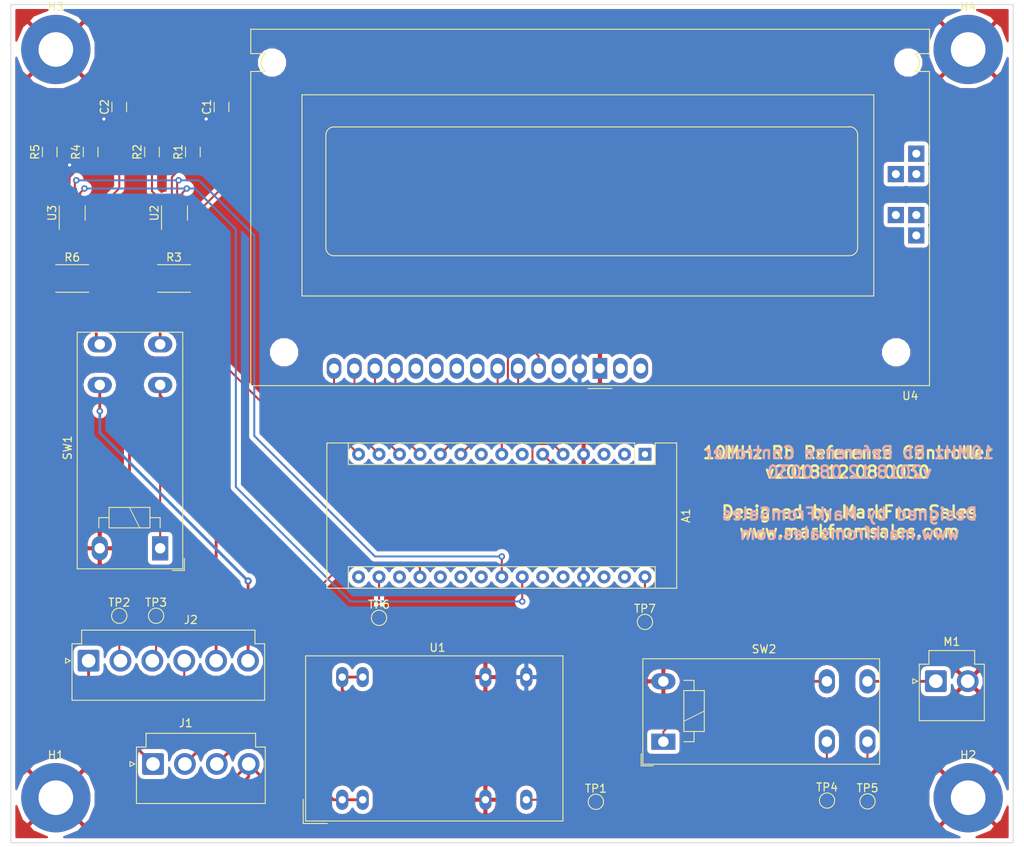
<source format=kicad_pcb>
(kicad_pcb (version 20171130) (host pcbnew "(5.0.1)-4")

  (general
    (thickness 1.6)
    (drawings 9)
    (tracks 191)
    (zones 0)
    (modules 29)
    (nets 34)
  )

  (page A4)
  (layers
    (0 F.Cu signal)
    (31 B.Cu signal)
    (32 B.Adhes user)
    (33 F.Adhes user)
    (34 B.Paste user)
    (35 F.Paste user)
    (36 B.SilkS user)
    (37 F.SilkS user)
    (38 B.Mask user)
    (39 F.Mask user)
    (40 Dwgs.User user)
    (41 Cmts.User user)
    (42 Eco1.User user)
    (43 Eco2.User user)
    (44 Edge.Cuts user)
    (45 Margin user)
    (46 B.CrtYd user)
    (47 F.CrtYd user)
    (48 B.Fab user)
    (49 F.Fab user)
  )

  (setup
    (last_trace_width 0.25)
    (trace_clearance 0.2)
    (zone_clearance 0.508)
    (zone_45_only no)
    (trace_min 0.2)
    (segment_width 0.2)
    (edge_width 0.1)
    (via_size 0.8)
    (via_drill 0.4)
    (via_min_size 0.4)
    (via_min_drill 0.3)
    (uvia_size 0.3)
    (uvia_drill 0.1)
    (uvias_allowed no)
    (uvia_min_size 0.2)
    (uvia_min_drill 0.1)
    (pcb_text_width 0.3)
    (pcb_text_size 1.5 1.5)
    (mod_edge_width 0.15)
    (mod_text_size 1 1)
    (mod_text_width 0.15)
    (pad_size 8.6 8.6)
    (pad_drill 4.3)
    (pad_to_mask_clearance 0)
    (aux_axis_origin 0 0)
    (visible_elements FFFFFF7F)
    (pcbplotparams
      (layerselection 0x010fc_ffffffff)
      (usegerberextensions false)
      (usegerberattributes false)
      (usegerberadvancedattributes false)
      (creategerberjobfile false)
      (excludeedgelayer true)
      (linewidth 0.100000)
      (plotframeref false)
      (viasonmask false)
      (mode 1)
      (useauxorigin false)
      (hpglpennumber 1)
      (hpglpenspeed 20)
      (hpglpendiameter 15.000000)
      (psnegative false)
      (psa4output false)
      (plotreference true)
      (plotvalue true)
      (plotinvisibletext false)
      (padsonsilk false)
      (subtractmaskfromsilk false)
      (outputformat 1)
      (mirror false)
      (drillshape 1)
      (scaleselection 1)
      (outputdirectory ""))
  )

  (net 0 "")
  (net 1 "Net-(A1-Pad17)")
  (net 2 /EFR_FREQ)
  (net 3 GND)
  (net 4 /RELAY_PWR)
  (net 5 "Net-(A1-Pad6)")
  (net 6 /SDA)
  (net 7 /MICRO_D5)
  (net 8 /SCL)
  (net 9 /MICRO_D7)
  (net 10 /MICRO_D8)
  (net 11 +5V)
  (net 12 /MICRO_D9)
  (net 13 /MICRO_D10)
  (net 14 /MICRO_D11)
  (net 15 "Net-(A1-Pad30)")
  (net 16 /MICRO_D12)
  (net 17 /GND_24V)
  (net 18 "Net-(J1-Pad2)")
  (net 19 "Net-(J1-Pad3)")
  (net 20 /VCC_24V)
  (net 21 /EFR_XTAL)
  (net 22 /EFR_LAMP)
  (net 23 /EFT_24V_SYS)
  (net 24 /EFT_24V_HEAT)
  (net 25 "Net-(M1-Pad1)")
  (net 26 "Net-(R1-Pad1)")
  (net 27 "Net-(R6-Pad2)")
  (net 28 "Net-(SW2-Pad14)")
  (net 29 "Net-(SW2-Pad11)")
  (net 30 "Net-(TP1-Pad1)")
  (net 31 "Net-(R2-Pad1)")
  (net 32 "Net-(R3-Pad2)")
  (net 33 "Net-(R5-Pad1)")

  (net_class Default "This is the default net class."
    (clearance 0.2)
    (trace_width 0.25)
    (via_dia 0.8)
    (via_drill 0.4)
    (uvia_dia 0.3)
    (uvia_drill 0.1)
    (add_net +5V)
    (add_net /EFR_FREQ)
    (add_net /EFR_LAMP)
    (add_net /EFR_XTAL)
    (add_net /MICRO_D10)
    (add_net /MICRO_D11)
    (add_net /MICRO_D12)
    (add_net /MICRO_D5)
    (add_net /MICRO_D7)
    (add_net /MICRO_D8)
    (add_net /MICRO_D9)
    (add_net /RELAY_PWR)
    (add_net /SCL)
    (add_net /SDA)
    (add_net GND)
    (add_net "Net-(A1-Pad17)")
    (add_net "Net-(A1-Pad30)")
    (add_net "Net-(A1-Pad6)")
    (add_net "Net-(R1-Pad1)")
    (add_net "Net-(R2-Pad1)")
    (add_net "Net-(R5-Pad1)")
    (add_net "Net-(SW2-Pad11)")
    (add_net "Net-(SW2-Pad14)")
    (add_net "Net-(TP1-Pad1)")
  )

  (net_class Power ""
    (clearance 0.2)
    (trace_width 0.35)
    (via_dia 0.9)
    (via_drill 0.4)
    (uvia_dia 0.3)
    (uvia_drill 0.1)
    (add_net /EFT_24V_HEAT)
    (add_net /EFT_24V_SYS)
    (add_net /GND_24V)
    (add_net /VCC_24V)
    (add_net "Net-(J1-Pad2)")
    (add_net "Net-(J1-Pad3)")
    (add_net "Net-(M1-Pad1)")
    (add_net "Net-(R3-Pad2)")
    (add_net "Net-(R6-Pad2)")
  )

  (module Connector_JST:JST_VH_B6P-VH_1x06_P3.96mm_Vertical (layer F.Cu) (tedit 5C0B59FB) (tstamp 5C0B557D)
    (at 52.832 99.314)
    (descr "JST VH series connector, B6P-VH (http://www.jst-mfg.com/product/pdf/eng/eVH.pdf), generated with kicad-footprint-generator")
    (tags "connector JST VH side entry")
    (path /5C075F9E)
    (fp_text reference J2 (at 12.7 -5.08) (layer F.SilkS)
      (effects (font (size 1 1) (thickness 0.15)))
    )
    (fp_text value Conn_01x06_Male (at 9.9 3.5052) (layer F.Fab)
      (effects (font (size 1 1) (thickness 0.15)))
    )
    (fp_line (start -1.95 -2) (end -1.95 4.8) (layer F.Fab) (width 0.1))
    (fp_line (start -1.95 4.8) (end 21.75 4.8) (layer F.Fab) (width 0.1))
    (fp_line (start 21.75 4.8) (end 21.75 -2) (layer F.Fab) (width 0.1))
    (fp_line (start 21.75 -2) (end -1.95 -2) (layer F.Fab) (width 0.1))
    (fp_line (start -0.75 -2) (end -0.75 -3.7) (layer F.Fab) (width 0.1))
    (fp_line (start -0.75 -3.7) (end 20.55 -3.7) (layer F.Fab) (width 0.1))
    (fp_line (start 20.55 -3.7) (end 20.55 -2) (layer F.Fab) (width 0.1))
    (fp_line (start -1.95 -1) (end -0.95 0) (layer F.Fab) (width 0.1))
    (fp_line (start -1.95 1) (end -0.95 0) (layer F.Fab) (width 0.1))
    (fp_line (start -2.45 -4.2) (end -2.45 5.3) (layer F.CrtYd) (width 0.05))
    (fp_line (start -2.45 5.3) (end 22.25 5.3) (layer F.CrtYd) (width 0.05))
    (fp_line (start 22.25 5.3) (end 22.25 -4.2) (layer F.CrtYd) (width 0.05))
    (fp_line (start 22.25 -4.2) (end -2.45 -4.2) (layer F.CrtYd) (width 0.05))
    (fp_line (start -2.06 4.91) (end -2.06 -2.11) (layer F.SilkS) (width 0.12))
    (fp_line (start -2.06 -2.11) (end -0.86 -2.11) (layer F.SilkS) (width 0.12))
    (fp_line (start -0.86 -2.11) (end -0.86 -3.81) (layer F.SilkS) (width 0.12))
    (fp_line (start -0.86 -3.81) (end 20.66 -3.81) (layer F.SilkS) (width 0.12))
    (fp_line (start 20.66 -3.81) (end 20.66 -2.11) (layer F.SilkS) (width 0.12))
    (fp_line (start 20.66 -2.11) (end 21.86 -2.11) (layer F.SilkS) (width 0.12))
    (fp_line (start 21.86 -2.11) (end 21.86 4.91) (layer F.SilkS) (width 0.12))
    (fp_line (start 21.86 4.91) (end -2.06 4.91) (layer F.SilkS) (width 0.12))
    (fp_line (start -2.26 0) (end -2.86 0.3) (layer F.SilkS) (width 0.12))
    (fp_line (start -2.86 0.3) (end -2.86 -0.3) (layer F.SilkS) (width 0.12))
    (fp_line (start -2.86 -0.3) (end -2.26 0) (layer F.SilkS) (width 0.12))
    (fp_text user %R (at 9.9568 2.3876) (layer F.Fab) hide
      (effects (font (size 1 1) (thickness 0.15)))
    )
    (pad 1 thru_hole roundrect (at 0 0) (size 2.7 2.7) (drill 1.7) (layers *.Cu *.Mask) (roundrect_rratio 0.09259299999999999)
      (net 17 /GND_24V))
    (pad 2 thru_hole circle (at 3.96 0) (size 2.7 2.7) (drill 1.7) (layers *.Cu *.Mask)
      (net 21 /EFR_XTAL))
    (pad 3 thru_hole circle (at 7.92 0) (size 2.7 2.7) (drill 1.7) (layers *.Cu *.Mask)
      (net 22 /EFR_LAMP))
    (pad 4 thru_hole circle (at 11.88 0) (size 2.7 2.7) (drill 1.7) (layers *.Cu *.Mask)
      (net 2 /EFR_FREQ))
    (pad 5 thru_hole circle (at 15.84 0) (size 2.7 2.7) (drill 1.7) (layers *.Cu *.Mask)
      (net 23 /EFT_24V_SYS))
    (pad 6 thru_hole circle (at 19.8 0) (size 2.7 2.7) (drill 1.7) (layers *.Cu *.Mask)
      (net 24 /EFT_24V_HEAT))
    (model ${KISYS3DMOD}/Connector_JST.3dshapes/JST_VH_B6P-VH_1x06_P3.96mm_Vertical.wrl
      (at (xyz 0 0 0))
      (scale (xyz 1 1 1))
      (rotate (xyz 0 0 0))
    )
  )

  (module Converter_DCDC:Converter_DCDC_XP_POWER_JTExxxxDxx_THT (layer F.Cu) (tedit 5C0B5A16) (tstamp 5C0B569F)
    (at 84.328 116.586 90)
    (descr "DCDC-Converter, XP POWER, Type JTE06 Series,  Dual Output")
    (tags "DCDC-Converter XP_POWER JTE06 Dual")
    (path /5C060146)
    (fp_text reference U1 (at 18.8976 11.8364 180) (layer F.SilkS)
      (effects (font (size 1 1) (thickness 0.15)))
    )
    (fp_text value XP_POWER-JTE0624D05 (at 7.7216 16.5608 180) (layer F.Fab)
      (effects (font (size 1 1) (thickness 0.15)))
    )
    (fp_line (start -2.79 -4.7) (end -2.79 27.56) (layer F.CrtYd) (width 0.05))
    (fp_line (start 18.03 -4.7) (end 18.03 27.56) (layer F.CrtYd) (width 0.05))
    (fp_line (start -2.79 -4.7) (end 18.03 -4.7) (layer F.CrtYd) (width 0.05))
    (fp_line (start -2.79 27.56) (end 18.03 27.56) (layer F.CrtYd) (width 0.05))
    (fp_text user %R (at 7.62 9.46 90) (layer F.Fab) hide
      (effects (font (size 1 1) (thickness 0.15)))
    )
    (fp_line (start -2.54 27.305) (end -2.54 -4.455) (layer F.Fab) (width 0.1))
    (fp_line (start 17.78 27.305) (end -2.5 27.305) (layer F.Fab) (width 0.1))
    (fp_line (start 17.78 -4.445) (end 17.78 27.305) (layer F.Fab) (width 0.1))
    (fp_line (start -2.54 -4.445) (end 17.78 -4.445) (layer F.Fab) (width 0.1))
    (fp_line (start -2.64 -4.545) (end 17.88 -4.545) (layer F.SilkS) (width 0.12))
    (fp_line (start -2.64 -4.545) (end -2.64 27.405) (layer F.SilkS) (width 0.12))
    (fp_line (start -2.64 27.405) (end 17.88 27.405) (layer F.SilkS) (width 0.12))
    (fp_line (start 17.88 -4.545) (end 17.88 27.405) (layer F.SilkS) (width 0.12))
    (fp_line (start -2.95 -4.845) (end -2.95 -1.845) (layer F.SilkS) (width 0.12))
    (fp_line (start -2.95 -4.845) (end 0.05 -4.845) (layer F.SilkS) (width 0.12))
    (pad 2 thru_hole oval (at 0 0 90) (size 2.5 1.5) (drill 0.91) (layers *.Cu *.Mask)
      (net 18 "Net-(J1-Pad2)"))
    (pad 9 thru_hole oval (at 0 17.78 90) (size 2.5 1.5) (drill 0.91) (layers *.Cu *.Mask)
      (net 3 GND))
    (pad 11 thru_hole oval (at 0 22.86 90) (size 2.5 1.5) (drill 0.91) (layers *.Cu *.Mask)
      (net 30 "Net-(TP1-Pad1)"))
    (pad 14 thru_hole oval (at 15.24 22.86 90) (size 2.5 1.5) (drill 0.91) (layers *.Cu *.Mask)
      (net 11 +5V))
    (pad 16 thru_hole oval (at 15.24 17.78 90) (size 2.5 1.5) (drill 0.91) (layers *.Cu *.Mask)
      (net 3 GND))
    (pad 23 thru_hole oval (at 15.24 0 90) (size 2.5 1.5) (drill 0.91) (layers *.Cu *.Mask)
      (net 19 "Net-(J1-Pad3)"))
    (pad 3 thru_hole oval (at 0 2.54 90) (size 2.5 1.5) (drill 0.91) (layers *.Cu *.Mask)
      (net 18 "Net-(J1-Pad2)"))
    (pad 22 thru_hole oval (at 15.24 2.54 90) (size 2.5 1.5) (drill 0.91) (layers *.Cu *.Mask)
      (net 19 "Net-(J1-Pad3)"))
    (model ${KISYS3DMOD}/Converter_DCDC.3dshapes/Converter_DCDC_XP_POWER_JTExxxxDxx_THT.wrl
      (at (xyz 0 0 0))
      (scale (xyz 1 1 1))
      (rotate (xyz 0 0 0))
    )
  )

  (module Module:Arduino_Nano (layer F.Cu) (tedit 58ACAF70) (tstamp 5C0B5517)
    (at 121.92 73.66 270)
    (descr "Arduino Nano, http://www.mouser.com/pdfdocs/Gravitech_Arduino_Nano3_0.pdf")
    (tags "Arduino Nano")
    (path /5C0EF41D)
    (fp_text reference A1 (at 7.62 -5.08 270) (layer F.SilkS)
      (effects (font (size 1 1) (thickness 0.15)))
    )
    (fp_text value Arduino_Nano_v3.x (at 8.89 19.05) (layer F.Fab)
      (effects (font (size 1 1) (thickness 0.15)))
    )
    (fp_text user %R (at 6.35 19.05) (layer F.Fab)
      (effects (font (size 1 1) (thickness 0.15)))
    )
    (fp_line (start 1.27 1.27) (end 1.27 -1.27) (layer F.SilkS) (width 0.12))
    (fp_line (start 1.27 -1.27) (end -1.4 -1.27) (layer F.SilkS) (width 0.12))
    (fp_line (start -1.4 1.27) (end -1.4 39.5) (layer F.SilkS) (width 0.12))
    (fp_line (start -1.4 -3.94) (end -1.4 -1.27) (layer F.SilkS) (width 0.12))
    (fp_line (start 13.97 -1.27) (end 16.64 -1.27) (layer F.SilkS) (width 0.12))
    (fp_line (start 13.97 -1.27) (end 13.97 36.83) (layer F.SilkS) (width 0.12))
    (fp_line (start 13.97 36.83) (end 16.64 36.83) (layer F.SilkS) (width 0.12))
    (fp_line (start 1.27 1.27) (end -1.4 1.27) (layer F.SilkS) (width 0.12))
    (fp_line (start 1.27 1.27) (end 1.27 36.83) (layer F.SilkS) (width 0.12))
    (fp_line (start 1.27 36.83) (end -1.4 36.83) (layer F.SilkS) (width 0.12))
    (fp_line (start 3.81 31.75) (end 11.43 31.75) (layer F.Fab) (width 0.1))
    (fp_line (start 11.43 31.75) (end 11.43 41.91) (layer F.Fab) (width 0.1))
    (fp_line (start 11.43 41.91) (end 3.81 41.91) (layer F.Fab) (width 0.1))
    (fp_line (start 3.81 41.91) (end 3.81 31.75) (layer F.Fab) (width 0.1))
    (fp_line (start -1.4 39.5) (end 16.64 39.5) (layer F.SilkS) (width 0.12))
    (fp_line (start 16.64 39.5) (end 16.64 -3.94) (layer F.SilkS) (width 0.12))
    (fp_line (start 16.64 -3.94) (end -1.4 -3.94) (layer F.SilkS) (width 0.12))
    (fp_line (start 16.51 39.37) (end -1.27 39.37) (layer F.Fab) (width 0.1))
    (fp_line (start -1.27 39.37) (end -1.27 -2.54) (layer F.Fab) (width 0.1))
    (fp_line (start -1.27 -2.54) (end 0 -3.81) (layer F.Fab) (width 0.1))
    (fp_line (start 0 -3.81) (end 16.51 -3.81) (layer F.Fab) (width 0.1))
    (fp_line (start 16.51 -3.81) (end 16.51 39.37) (layer F.Fab) (width 0.1))
    (fp_line (start -1.53 -4.06) (end 16.75 -4.06) (layer F.CrtYd) (width 0.05))
    (fp_line (start -1.53 -4.06) (end -1.53 42.16) (layer F.CrtYd) (width 0.05))
    (fp_line (start 16.75 42.16) (end 16.75 -4.06) (layer F.CrtYd) (width 0.05))
    (fp_line (start 16.75 42.16) (end -1.53 42.16) (layer F.CrtYd) (width 0.05))
    (pad 1 thru_hole rect (at 0 0 270) (size 1.6 1.6) (drill 0.8) (layers *.Cu *.Mask))
    (pad 17 thru_hole oval (at 15.24 33.02 270) (size 1.6 1.6) (drill 0.8) (layers *.Cu *.Mask)
      (net 1 "Net-(A1-Pad17)"))
    (pad 2 thru_hole oval (at 0 2.54 270) (size 1.6 1.6) (drill 0.8) (layers *.Cu *.Mask))
    (pad 18 thru_hole oval (at 15.24 30.48 270) (size 1.6 1.6) (drill 0.8) (layers *.Cu *.Mask))
    (pad 3 thru_hole oval (at 0 5.08 270) (size 1.6 1.6) (drill 0.8) (layers *.Cu *.Mask))
    (pad 19 thru_hole oval (at 15.24 27.94 270) (size 1.6 1.6) (drill 0.8) (layers *.Cu *.Mask)
      (net 2 /EFR_FREQ))
    (pad 4 thru_hole oval (at 0 7.62 270) (size 1.6 1.6) (drill 0.8) (layers *.Cu *.Mask)
      (net 3 GND))
    (pad 20 thru_hole oval (at 15.24 25.4 270) (size 1.6 1.6) (drill 0.8) (layers *.Cu *.Mask))
    (pad 5 thru_hole oval (at 0 10.16 270) (size 1.6 1.6) (drill 0.8) (layers *.Cu *.Mask)
      (net 4 /RELAY_PWR))
    (pad 21 thru_hole oval (at 15.24 22.86 270) (size 1.6 1.6) (drill 0.8) (layers *.Cu *.Mask))
    (pad 6 thru_hole oval (at 0 12.7 270) (size 1.6 1.6) (drill 0.8) (layers *.Cu *.Mask)
      (net 5 "Net-(A1-Pad6)"))
    (pad 22 thru_hole oval (at 15.24 20.32 270) (size 1.6 1.6) (drill 0.8) (layers *.Cu *.Mask))
    (pad 7 thru_hole oval (at 0 15.24 270) (size 1.6 1.6) (drill 0.8) (layers *.Cu *.Mask))
    (pad 23 thru_hole oval (at 15.24 17.78 270) (size 1.6 1.6) (drill 0.8) (layers *.Cu *.Mask)
      (net 6 /SDA))
    (pad 8 thru_hole oval (at 0 17.78 270) (size 1.6 1.6) (drill 0.8) (layers *.Cu *.Mask)
      (net 7 /MICRO_D5))
    (pad 24 thru_hole oval (at 15.24 15.24 270) (size 1.6 1.6) (drill 0.8) (layers *.Cu *.Mask)
      (net 8 /SCL))
    (pad 9 thru_hole oval (at 0 20.32 270) (size 1.6 1.6) (drill 0.8) (layers *.Cu *.Mask))
    (pad 25 thru_hole oval (at 15.24 12.7 270) (size 1.6 1.6) (drill 0.8) (layers *.Cu *.Mask))
    (pad 10 thru_hole oval (at 0 22.86 270) (size 1.6 1.6) (drill 0.8) (layers *.Cu *.Mask)
      (net 9 /MICRO_D7))
    (pad 26 thru_hole oval (at 15.24 10.16 270) (size 1.6 1.6) (drill 0.8) (layers *.Cu *.Mask))
    (pad 11 thru_hole oval (at 0 25.4 270) (size 1.6 1.6) (drill 0.8) (layers *.Cu *.Mask)
      (net 10 /MICRO_D8))
    (pad 27 thru_hole oval (at 15.24 7.62 270) (size 1.6 1.6) (drill 0.8) (layers *.Cu *.Mask)
      (net 11 +5V))
    (pad 12 thru_hole oval (at 0 27.94 270) (size 1.6 1.6) (drill 0.8) (layers *.Cu *.Mask)
      (net 12 /MICRO_D9))
    (pad 28 thru_hole oval (at 15.24 5.08 270) (size 1.6 1.6) (drill 0.8) (layers *.Cu *.Mask))
    (pad 13 thru_hole oval (at 0 30.48 270) (size 1.6 1.6) (drill 0.8) (layers *.Cu *.Mask)
      (net 13 /MICRO_D10))
    (pad 29 thru_hole oval (at 15.24 2.54 270) (size 1.6 1.6) (drill 0.8) (layers *.Cu *.Mask))
    (pad 14 thru_hole oval (at 0 33.02 270) (size 1.6 1.6) (drill 0.8) (layers *.Cu *.Mask)
      (net 14 /MICRO_D11))
    (pad 30 thru_hole oval (at 15.24 0 270) (size 1.6 1.6) (drill 0.8) (layers *.Cu *.Mask)
      (net 15 "Net-(A1-Pad30)"))
    (pad 15 thru_hole oval (at 0 35.56 270) (size 1.6 1.6) (drill 0.8) (layers *.Cu *.Mask)
      (net 16 /MICRO_D12))
    (pad 16 thru_hole oval (at 15.24 35.56 270) (size 1.6 1.6) (drill 0.8) (layers *.Cu *.Mask))
    (model ${KISYS3DMOD}/Module.3dshapes/Arduino_Nano_WithMountingHoles.wrl
      (at (xyz 0 0 0))
      (scale (xyz 1 1 1))
      (rotate (xyz 0 0 0))
    )
  )

  (module Capacitor_SMD:C_1206_3216Metric_Pad1.42x1.75mm_HandSolder (layer F.Cu) (tedit 5B301BBE) (tstamp 5C0B5528)
    (at 69.342 30.5165 90)
    (descr "Capacitor SMD 1206 (3216 Metric), square (rectangular) end terminal, IPC_7351 nominal with elongated pad for handsoldering. (Body size source: http://www.tortai-tech.com/upload/download/2011102023233369053.pdf), generated with kicad-footprint-generator")
    (tags "capacitor handsolder")
    (path /5C0612B5)
    (attr smd)
    (fp_text reference C1 (at 0 -1.82 90) (layer F.SilkS)
      (effects (font (size 1 1) (thickness 0.15)))
    )
    (fp_text value 0.1U (at 0 1.82 90) (layer F.Fab)
      (effects (font (size 1 1) (thickness 0.15)))
    )
    (fp_text user %R (at 0 0 90) (layer F.Fab)
      (effects (font (size 0.8 0.8) (thickness 0.12)))
    )
    (fp_line (start 2.45 1.12) (end -2.45 1.12) (layer F.CrtYd) (width 0.05))
    (fp_line (start 2.45 -1.12) (end 2.45 1.12) (layer F.CrtYd) (width 0.05))
    (fp_line (start -2.45 -1.12) (end 2.45 -1.12) (layer F.CrtYd) (width 0.05))
    (fp_line (start -2.45 1.12) (end -2.45 -1.12) (layer F.CrtYd) (width 0.05))
    (fp_line (start -0.602064 0.91) (end 0.602064 0.91) (layer F.SilkS) (width 0.12))
    (fp_line (start -0.602064 -0.91) (end 0.602064 -0.91) (layer F.SilkS) (width 0.12))
    (fp_line (start 1.6 0.8) (end -1.6 0.8) (layer F.Fab) (width 0.1))
    (fp_line (start 1.6 -0.8) (end 1.6 0.8) (layer F.Fab) (width 0.1))
    (fp_line (start -1.6 -0.8) (end 1.6 -0.8) (layer F.Fab) (width 0.1))
    (fp_line (start -1.6 0.8) (end -1.6 -0.8) (layer F.Fab) (width 0.1))
    (pad 2 smd roundrect (at 1.4875 0 90) (size 1.425 1.75) (layers F.Cu F.Paste F.Mask) (roundrect_rratio 0.175439)
      (net 3 GND))
    (pad 1 smd roundrect (at -1.4875 0 90) (size 1.425 1.75) (layers F.Cu F.Paste F.Mask) (roundrect_rratio 0.175439)
      (net 11 +5V))
    (model ${KISYS3DMOD}/Capacitor_SMD.3dshapes/C_1206_3216Metric.wrl
      (at (xyz 0 0 0))
      (scale (xyz 1 1 1))
      (rotate (xyz 0 0 0))
    )
  )

  (module Capacitor_SMD:C_1206_3216Metric_Pad1.42x1.75mm_HandSolder (layer F.Cu) (tedit 5B301BBE) (tstamp 5C0B5539)
    (at 56.642 30.5165 90)
    (descr "Capacitor SMD 1206 (3216 Metric), square (rectangular) end terminal, IPC_7351 nominal with elongated pad for handsoldering. (Body size source: http://www.tortai-tech.com/upload/download/2011102023233369053.pdf), generated with kicad-footprint-generator")
    (tags "capacitor handsolder")
    (path /5C08BC7E)
    (attr smd)
    (fp_text reference C2 (at 0 -1.82 90) (layer F.SilkS)
      (effects (font (size 1 1) (thickness 0.15)))
    )
    (fp_text value 0.1U (at 0 1.82 90) (layer F.Fab)
      (effects (font (size 1 1) (thickness 0.15)))
    )
    (fp_line (start -1.6 0.8) (end -1.6 -0.8) (layer F.Fab) (width 0.1))
    (fp_line (start -1.6 -0.8) (end 1.6 -0.8) (layer F.Fab) (width 0.1))
    (fp_line (start 1.6 -0.8) (end 1.6 0.8) (layer F.Fab) (width 0.1))
    (fp_line (start 1.6 0.8) (end -1.6 0.8) (layer F.Fab) (width 0.1))
    (fp_line (start -0.602064 -0.91) (end 0.602064 -0.91) (layer F.SilkS) (width 0.12))
    (fp_line (start -0.602064 0.91) (end 0.602064 0.91) (layer F.SilkS) (width 0.12))
    (fp_line (start -2.45 1.12) (end -2.45 -1.12) (layer F.CrtYd) (width 0.05))
    (fp_line (start -2.45 -1.12) (end 2.45 -1.12) (layer F.CrtYd) (width 0.05))
    (fp_line (start 2.45 -1.12) (end 2.45 1.12) (layer F.CrtYd) (width 0.05))
    (fp_line (start 2.45 1.12) (end -2.45 1.12) (layer F.CrtYd) (width 0.05))
    (fp_text user %R (at 0 0 90) (layer F.Fab)
      (effects (font (size 0.8 0.8) (thickness 0.12)))
    )
    (pad 1 smd roundrect (at -1.4875 0 90) (size 1.425 1.75) (layers F.Cu F.Paste F.Mask) (roundrect_rratio 0.175439)
      (net 11 +5V))
    (pad 2 smd roundrect (at 1.4875 0 90) (size 1.425 1.75) (layers F.Cu F.Paste F.Mask) (roundrect_rratio 0.175439)
      (net 3 GND))
    (model ${KISYS3DMOD}/Capacitor_SMD.3dshapes/C_1206_3216Metric.wrl
      (at (xyz 0 0 0))
      (scale (xyz 1 1 1))
      (rotate (xyz 0 0 0))
    )
  )

  (module Connector_JST:JST_VH_B4P-VH-B_1x04_P3.96mm_Vertical (layer F.Cu) (tedit 5C0B5A08) (tstamp 5C0BB5BD)
    (at 60.833 112.141)
    (descr "JST VH PBT series connector, B4P-VH-B (http://www.jst-mfg.com/product/pdf/eng/eVH.pdf), generated with kicad-footprint-generator")
    (tags "connector JST VH side entry")
    (path /5C060250)
    (fp_text reference J1 (at 4.064 -5.08) (layer F.SilkS)
      (effects (font (size 1 1) (thickness 0.15)))
    )
    (fp_text value VIN_24VDC (at 6.096 2.7432) (layer F.Fab)
      (effects (font (size 1 1) (thickness 0.15)))
    )
    (fp_line (start -1.95 -2) (end -1.95 4.8) (layer F.Fab) (width 0.1))
    (fp_line (start -1.95 4.8) (end 13.83 4.8) (layer F.Fab) (width 0.1))
    (fp_line (start 13.83 4.8) (end 13.83 -2) (layer F.Fab) (width 0.1))
    (fp_line (start 13.83 -2) (end -1.95 -2) (layer F.Fab) (width 0.1))
    (fp_line (start -0.75 -2) (end -0.75 -3.7) (layer F.Fab) (width 0.1))
    (fp_line (start -0.75 -3.7) (end 12.63 -3.7) (layer F.Fab) (width 0.1))
    (fp_line (start 12.63 -3.7) (end 12.63 -2) (layer F.Fab) (width 0.1))
    (fp_line (start -1.95 -1) (end -0.95 0) (layer F.Fab) (width 0.1))
    (fp_line (start -1.95 1) (end -0.95 0) (layer F.Fab) (width 0.1))
    (fp_line (start -2.45 -4.2) (end -2.45 5.3) (layer F.CrtYd) (width 0.05))
    (fp_line (start -2.45 5.3) (end 14.33 5.3) (layer F.CrtYd) (width 0.05))
    (fp_line (start 14.33 5.3) (end 14.33 -4.2) (layer F.CrtYd) (width 0.05))
    (fp_line (start 14.33 -4.2) (end -2.45 -4.2) (layer F.CrtYd) (width 0.05))
    (fp_line (start -2.06 4.91) (end -2.06 -2.11) (layer F.SilkS) (width 0.12))
    (fp_line (start -2.06 -2.11) (end -0.86 -2.11) (layer F.SilkS) (width 0.12))
    (fp_line (start -0.86 -2.11) (end -0.86 -3.81) (layer F.SilkS) (width 0.12))
    (fp_line (start -0.86 -3.81) (end 12.74 -3.81) (layer F.SilkS) (width 0.12))
    (fp_line (start 12.74 -3.81) (end 12.74 -2.11) (layer F.SilkS) (width 0.12))
    (fp_line (start 12.74 -2.11) (end 13.94 -2.11) (layer F.SilkS) (width 0.12))
    (fp_line (start 13.94 -2.11) (end 13.94 4.91) (layer F.SilkS) (width 0.12))
    (fp_line (start 13.94 4.91) (end -2.06 4.91) (layer F.SilkS) (width 0.12))
    (fp_line (start -2.26 0) (end -2.86 0.3) (layer F.SilkS) (width 0.12))
    (fp_line (start -2.86 0.3) (end -2.86 -0.3) (layer F.SilkS) (width 0.12))
    (fp_line (start -2.86 -0.3) (end -2.26 0) (layer F.SilkS) (width 0.12))
    (fp_text user %R (at 5.94 4.1) (layer F.Fab) hide
      (effects (font (size 1 1) (thickness 0.15)))
    )
    (pad 1 thru_hole roundrect (at 0 0) (size 2.7 2.7) (drill 1.7) (layers *.Cu *.Mask) (roundrect_rratio 0.09259299999999999)
      (net 17 /GND_24V))
    (pad 2 thru_hole circle (at 3.96 0) (size 2.7 2.7) (drill 1.7) (layers *.Cu *.Mask)
      (net 18 "Net-(J1-Pad2)"))
    (pad 3 thru_hole circle (at 7.92 0) (size 2.7 2.7) (drill 1.7) (layers *.Cu *.Mask)
      (net 19 "Net-(J1-Pad3)"))
    (pad 4 thru_hole circle (at 11.88 0) (size 2.7 2.7) (drill 1.7) (layers *.Cu *.Mask)
      (net 20 /VCC_24V))
    (model ${KISYS3DMOD}/Connector_JST.3dshapes/JST_VH_B4P-VH-B_1x04_P3.96mm_Vertical.wrl
      (at (xyz 0 0 0))
      (scale (xyz 1 1 1))
      (rotate (xyz 0 0 0))
    )
  )

  (module Connector_JST:JST_VH_B2P-VH-B_1x02_P3.96mm_Vertical (layer F.Cu) (tedit 5C0B5A48) (tstamp 5C0B765E)
    (at 158.0388 101.854)
    (descr "JST VH PBT series connector, B2P-VH-B (http://www.jst-mfg.com/product/pdf/eng/eVH.pdf), generated with kicad-footprint-generator")
    (tags "connector JST VH side entry")
    (path /5C10B93D)
    (fp_text reference M1 (at 1.98 -4.9) (layer F.SilkS)
      (effects (font (size 1 1) (thickness 0.15)))
    )
    (fp_text value Fan (at 2.032 3.2258) (layer F.Fab)
      (effects (font (size 1 1) (thickness 0.15)))
    )
    (fp_line (start -1.95 -2) (end -1.95 4.8) (layer F.Fab) (width 0.1))
    (fp_line (start -1.95 4.8) (end 5.91 4.8) (layer F.Fab) (width 0.1))
    (fp_line (start 5.91 4.8) (end 5.91 -2) (layer F.Fab) (width 0.1))
    (fp_line (start 5.91 -2) (end -1.95 -2) (layer F.Fab) (width 0.1))
    (fp_line (start -0.75 -2) (end -0.75 -3.7) (layer F.Fab) (width 0.1))
    (fp_line (start -0.75 -3.7) (end 4.71 -3.7) (layer F.Fab) (width 0.1))
    (fp_line (start 4.71 -3.7) (end 4.71 -2) (layer F.Fab) (width 0.1))
    (fp_line (start -1.95 -1) (end -0.95 0) (layer F.Fab) (width 0.1))
    (fp_line (start -1.95 1) (end -0.95 0) (layer F.Fab) (width 0.1))
    (fp_line (start -2.45 -4.2) (end -2.45 5.3) (layer F.CrtYd) (width 0.05))
    (fp_line (start -2.45 5.3) (end 6.41 5.3) (layer F.CrtYd) (width 0.05))
    (fp_line (start 6.41 5.3) (end 6.41 -4.2) (layer F.CrtYd) (width 0.05))
    (fp_line (start 6.41 -4.2) (end -2.45 -4.2) (layer F.CrtYd) (width 0.05))
    (fp_line (start -2.06 4.91) (end -2.06 -2.11) (layer F.SilkS) (width 0.12))
    (fp_line (start -2.06 -2.11) (end -0.86 -2.11) (layer F.SilkS) (width 0.12))
    (fp_line (start -0.86 -2.11) (end -0.86 -3.81) (layer F.SilkS) (width 0.12))
    (fp_line (start -0.86 -3.81) (end 4.82 -3.81) (layer F.SilkS) (width 0.12))
    (fp_line (start 4.82 -3.81) (end 4.82 -2.11) (layer F.SilkS) (width 0.12))
    (fp_line (start 4.82 -2.11) (end 6.02 -2.11) (layer F.SilkS) (width 0.12))
    (fp_line (start 6.02 -2.11) (end 6.02 4.91) (layer F.SilkS) (width 0.12))
    (fp_line (start 6.02 4.91) (end -2.06 4.91) (layer F.SilkS) (width 0.12))
    (fp_line (start -2.26 0) (end -2.86 0.3) (layer F.SilkS) (width 0.12))
    (fp_line (start -2.86 0.3) (end -2.86 -0.3) (layer F.SilkS) (width 0.12))
    (fp_line (start -2.86 -0.3) (end -2.26 0) (layer F.SilkS) (width 0.12))
    (fp_text user %R (at 1.98 4.1) (layer F.Fab) hide
      (effects (font (size 1 1) (thickness 0.15)))
    )
    (pad 1 thru_hole roundrect (at 0 0) (size 2.7 2.7) (drill 1.7) (layers *.Cu *.Mask) (roundrect_rratio 0.09259299999999999)
      (net 25 "Net-(M1-Pad1)"))
    (pad 2 thru_hole circle (at 3.96 0) (size 2.7 2.7) (drill 1.7) (layers *.Cu *.Mask)
      (net 3 GND))
    (model ${KISYS3DMOD}/Connector_JST.3dshapes/JST_VH_B2P-VH-B_1x02_P3.96mm_Vertical.wrl
      (at (xyz 0 0 0))
      (scale (xyz 1 1 1))
      (rotate (xyz 0 0 0))
    )
  )

  (module Resistor_SMD:R_1206_3216Metric_Pad1.42x1.75mm_HandSolder (layer F.Cu) (tedit 5B301BBD) (tstamp 5C0B55AD)
    (at 65.786 36.1045 90)
    (descr "Resistor SMD 1206 (3216 Metric), square (rectangular) end terminal, IPC_7351 nominal with elongated pad for handsoldering. (Body size source: http://www.tortai-tech.com/upload/download/2011102023233369053.pdf), generated with kicad-footprint-generator")
    (tags "resistor handsolder")
    (path /5C075642)
    (attr smd)
    (fp_text reference R1 (at 0 -1.82 90) (layer F.SilkS)
      (effects (font (size 1 1) (thickness 0.15)))
    )
    (fp_text value 10K (at 0 1.82 90) (layer F.Fab)
      (effects (font (size 1 1) (thickness 0.15)))
    )
    (fp_line (start -1.6 0.8) (end -1.6 -0.8) (layer F.Fab) (width 0.1))
    (fp_line (start -1.6 -0.8) (end 1.6 -0.8) (layer F.Fab) (width 0.1))
    (fp_line (start 1.6 -0.8) (end 1.6 0.8) (layer F.Fab) (width 0.1))
    (fp_line (start 1.6 0.8) (end -1.6 0.8) (layer F.Fab) (width 0.1))
    (fp_line (start -0.602064 -0.91) (end 0.602064 -0.91) (layer F.SilkS) (width 0.12))
    (fp_line (start -0.602064 0.91) (end 0.602064 0.91) (layer F.SilkS) (width 0.12))
    (fp_line (start -2.45 1.12) (end -2.45 -1.12) (layer F.CrtYd) (width 0.05))
    (fp_line (start -2.45 -1.12) (end 2.45 -1.12) (layer F.CrtYd) (width 0.05))
    (fp_line (start 2.45 -1.12) (end 2.45 1.12) (layer F.CrtYd) (width 0.05))
    (fp_line (start 2.45 1.12) (end -2.45 1.12) (layer F.CrtYd) (width 0.05))
    (fp_text user %R (at 0 0 90) (layer F.Fab)
      (effects (font (size 0.8 0.8) (thickness 0.12)))
    )
    (pad 1 smd roundrect (at -1.4875 0 90) (size 1.425 1.75) (layers F.Cu F.Paste F.Mask) (roundrect_rratio 0.175439)
      (net 26 "Net-(R1-Pad1)"))
    (pad 2 smd roundrect (at 1.4875 0 90) (size 1.425 1.75) (layers F.Cu F.Paste F.Mask) (roundrect_rratio 0.175439)
      (net 3 GND))
    (model ${KISYS3DMOD}/Resistor_SMD.3dshapes/R_1206_3216Metric.wrl
      (at (xyz 0 0 0))
      (scale (xyz 1 1 1))
      (rotate (xyz 0 0 0))
    )
  )

  (module Resistor_SMD:R_1206_3216Metric_Pad1.42x1.75mm_HandSolder (layer F.Cu) (tedit 5B301BBD) (tstamp 5C0B55BE)
    (at 60.706 36.1045 90)
    (descr "Resistor SMD 1206 (3216 Metric), square (rectangular) end terminal, IPC_7351 nominal with elongated pad for handsoldering. (Body size source: http://www.tortai-tech.com/upload/download/2011102023233369053.pdf), generated with kicad-footprint-generator")
    (tags "resistor handsolder")
    (path /5C078FB0)
    (attr smd)
    (fp_text reference R2 (at 0 -1.82 90) (layer F.SilkS)
      (effects (font (size 1 1) (thickness 0.15)))
    )
    (fp_text value 10K (at 0 1.82 90) (layer F.Fab)
      (effects (font (size 1 1) (thickness 0.15)))
    )
    (fp_text user %R (at 0 0 270) (layer F.Fab)
      (effects (font (size 0.8 0.8) (thickness 0.12)))
    )
    (fp_line (start 2.45 1.12) (end -2.45 1.12) (layer F.CrtYd) (width 0.05))
    (fp_line (start 2.45 -1.12) (end 2.45 1.12) (layer F.CrtYd) (width 0.05))
    (fp_line (start -2.45 -1.12) (end 2.45 -1.12) (layer F.CrtYd) (width 0.05))
    (fp_line (start -2.45 1.12) (end -2.45 -1.12) (layer F.CrtYd) (width 0.05))
    (fp_line (start -0.602064 0.91) (end 0.602064 0.91) (layer F.SilkS) (width 0.12))
    (fp_line (start -0.602064 -0.91) (end 0.602064 -0.91) (layer F.SilkS) (width 0.12))
    (fp_line (start 1.6 0.8) (end -1.6 0.8) (layer F.Fab) (width 0.1))
    (fp_line (start 1.6 -0.8) (end 1.6 0.8) (layer F.Fab) (width 0.1))
    (fp_line (start -1.6 -0.8) (end 1.6 -0.8) (layer F.Fab) (width 0.1))
    (fp_line (start -1.6 0.8) (end -1.6 -0.8) (layer F.Fab) (width 0.1))
    (pad 2 smd roundrect (at 1.4875 0 90) (size 1.425 1.75) (layers F.Cu F.Paste F.Mask) (roundrect_rratio 0.175439)
      (net 3 GND))
    (pad 1 smd roundrect (at -1.4875 0 90) (size 1.425 1.75) (layers F.Cu F.Paste F.Mask) (roundrect_rratio 0.175439)
      (net 31 "Net-(R2-Pad1)"))
    (model ${KISYS3DMOD}/Resistor_SMD.3dshapes/R_1206_3216Metric.wrl
      (at (xyz 0 0 0))
      (scale (xyz 1 1 1))
      (rotate (xyz 0 0 0))
    )
  )

  (module Resistor_SMD:R_1206_3216Metric_Pad1.42x1.75mm_HandSolder (layer F.Cu) (tedit 5B301BBD) (tstamp 5C0B55E0)
    (at 53.086 36.1045 90)
    (descr "Resistor SMD 1206 (3216 Metric), square (rectangular) end terminal, IPC_7351 nominal with elongated pad for handsoldering. (Body size source: http://www.tortai-tech.com/upload/download/2011102023233369053.pdf), generated with kicad-footprint-generator")
    (tags "resistor handsolder")
    (path /5C08BCB3)
    (attr smd)
    (fp_text reference R4 (at 0 -1.82 90) (layer F.SilkS)
      (effects (font (size 1 1) (thickness 0.15)))
    )
    (fp_text value 10K (at 0 1.82 90) (layer F.Fab)
      (effects (font (size 1 1) (thickness 0.15)))
    )
    (fp_line (start -1.6 0.8) (end -1.6 -0.8) (layer F.Fab) (width 0.1))
    (fp_line (start -1.6 -0.8) (end 1.6 -0.8) (layer F.Fab) (width 0.1))
    (fp_line (start 1.6 -0.8) (end 1.6 0.8) (layer F.Fab) (width 0.1))
    (fp_line (start 1.6 0.8) (end -1.6 0.8) (layer F.Fab) (width 0.1))
    (fp_line (start -0.602064 -0.91) (end 0.602064 -0.91) (layer F.SilkS) (width 0.12))
    (fp_line (start -0.602064 0.91) (end 0.602064 0.91) (layer F.SilkS) (width 0.12))
    (fp_line (start -2.45 1.12) (end -2.45 -1.12) (layer F.CrtYd) (width 0.05))
    (fp_line (start -2.45 -1.12) (end 2.45 -1.12) (layer F.CrtYd) (width 0.05))
    (fp_line (start 2.45 -1.12) (end 2.45 1.12) (layer F.CrtYd) (width 0.05))
    (fp_line (start 2.45 1.12) (end -2.45 1.12) (layer F.CrtYd) (width 0.05))
    (fp_text user %R (at 0 0 90) (layer F.Fab)
      (effects (font (size 0.8 0.8) (thickness 0.12)))
    )
    (pad 1 smd roundrect (at -1.4875 0 90) (size 1.425 1.75) (layers F.Cu F.Paste F.Mask) (roundrect_rratio 0.175439)
      (net 11 +5V))
    (pad 2 smd roundrect (at 1.4875 0 90) (size 1.425 1.75) (layers F.Cu F.Paste F.Mask) (roundrect_rratio 0.175439)
      (net 3 GND))
    (model ${KISYS3DMOD}/Resistor_SMD.3dshapes/R_1206_3216Metric.wrl
      (at (xyz 0 0 0))
      (scale (xyz 1 1 1))
      (rotate (xyz 0 0 0))
    )
  )

  (module Resistor_SMD:R_2512_6332Metric_Pad1.52x3.35mm_HandSolder (layer F.Cu) (tedit 5B301BBD) (tstamp 5C0B6834)
    (at 50.8 51.816)
    (descr "Resistor SMD 2512 (6332 Metric), square (rectangular) end terminal, IPC_7351 nominal with elongated pad for handsoldering. (Body size source: http://www.tortai-tech.com/upload/download/2011102023233369053.pdf), generated with kicad-footprint-generator")
    (tags "resistor handsolder")
    (path /5C08BC8F)
    (attr smd)
    (fp_text reference R6 (at 0 -2.62) (layer F.SilkS)
      (effects (font (size 1 1) (thickness 0.15)))
    )
    (fp_text value 0.1 (at 0 2.62) (layer F.Fab)
      (effects (font (size 1 1) (thickness 0.15)))
    )
    (fp_text user %R (at 0 0) (layer F.Fab)
      (effects (font (size 1 1) (thickness 0.15)))
    )
    (fp_line (start 4 1.92) (end -4 1.92) (layer F.CrtYd) (width 0.05))
    (fp_line (start 4 -1.92) (end 4 1.92) (layer F.CrtYd) (width 0.05))
    (fp_line (start -4 -1.92) (end 4 -1.92) (layer F.CrtYd) (width 0.05))
    (fp_line (start -4 1.92) (end -4 -1.92) (layer F.CrtYd) (width 0.05))
    (fp_line (start -2.052064 1.71) (end 2.052064 1.71) (layer F.SilkS) (width 0.12))
    (fp_line (start -2.052064 -1.71) (end 2.052064 -1.71) (layer F.SilkS) (width 0.12))
    (fp_line (start 3.15 1.6) (end -3.15 1.6) (layer F.Fab) (width 0.1))
    (fp_line (start 3.15 -1.6) (end 3.15 1.6) (layer F.Fab) (width 0.1))
    (fp_line (start -3.15 -1.6) (end 3.15 -1.6) (layer F.Fab) (width 0.1))
    (fp_line (start -3.15 1.6) (end -3.15 -1.6) (layer F.Fab) (width 0.1))
    (pad 2 smd roundrect (at 2.9875 0) (size 1.525 3.35) (layers F.Cu F.Paste F.Mask) (roundrect_rratio 0.163934)
      (net 27 "Net-(R6-Pad2)"))
    (pad 1 smd roundrect (at -2.9875 0) (size 1.525 3.35) (layers F.Cu F.Paste F.Mask) (roundrect_rratio 0.163934)
      (net 20 /VCC_24V))
    (model ${KISYS3DMOD}/Resistor_SMD.3dshapes/R_2512_6332Metric.wrl
      (at (xyz 0 0 0))
      (scale (xyz 1 1 1))
      (rotate (xyz 0 0 0))
    )
  )

  (module Relay_THT:Relay_DPST_Schrack-RT2-FormA_RM5mm (layer F.Cu) (tedit 5A6353CA) (tstamp 5C0B5627)
    (at 61.722 85.344 90)
    (descr "Relay DPST Schrack-RT2 RM5mm 16A 250V AC Form A http://www.te.com/commerce/DocumentDelivery/DDEController?Action=srchrtrv&DocNm=RT2_reflow&DocType=DS&DocLang=EN")
    (tags "Relay DPST Schrack-RT2 RM5mm 16A 250V AC Relay")
    (path /5C094318)
    (fp_text reference SW1 (at 12.5 -11.5 90) (layer F.SilkS)
      (effects (font (size 1 1) (thickness 0.15)))
    )
    (fp_text value SW_DPST (at 12.192 4.25 90) (layer F.Fab)
      (effects (font (size 1 1) (thickness 0.15)))
    )
    (fp_line (start -2.75 3) (end -1.25 3) (layer F.SilkS) (width 0.12))
    (fp_line (start -2.75 1.5) (end -2.75 3) (layer F.SilkS) (width 0.12))
    (fp_line (start -2.35 1.6) (end -1.35 2.6) (layer F.Fab) (width 0.1))
    (fp_line (start 26.65 2.6) (end 26.65 -10.1) (layer F.Fab) (width 0.1))
    (fp_line (start 26.65 -10.1) (end -2.35 -10.1) (layer F.Fab) (width 0.1))
    (fp_line (start -2.35 -10.1) (end -2.35 1.6) (layer F.Fab) (width 0.1))
    (fp_text user %R (at 12.065 -3.81 270) (layer F.Fab)
      (effects (font (size 1 1) (thickness 0.15)))
    )
    (fp_line (start 27.1 3.05) (end 27.1 -10.55) (layer F.CrtYd) (width 0.05))
    (fp_line (start -2.8 3.05) (end 27.1 3.05) (layer F.CrtYd) (width 0.05))
    (fp_line (start -2.8 -10.55) (end -2.8 3.05) (layer F.CrtYd) (width 0.05))
    (fp_line (start 27.1 -10.55) (end -2.8 -10.55) (layer F.CrtYd) (width 0.05))
    (fp_line (start 3.81 -6.35) (end 3.81 -7.62) (layer F.SilkS) (width 0.12))
    (fp_line (start 3.81 -7.62) (end 2.54 -7.62) (layer F.SilkS) (width 0.12))
    (fp_line (start 2.54 0) (end 3.81 0) (layer F.SilkS) (width 0.12))
    (fp_line (start 3.81 0) (end 3.81 -1.27) (layer F.SilkS) (width 0.12))
    (fp_line (start 3.81 -1.27) (end 5.08 -1.27) (layer F.SilkS) (width 0.12))
    (fp_line (start 5.08 -1.27) (end 5.08 -6.35) (layer F.SilkS) (width 0.12))
    (fp_line (start 5.08 -6.35) (end 2.54 -6.35) (layer F.SilkS) (width 0.12))
    (fp_line (start 2.54 -6.35) (end 2.54 -1.27) (layer F.SilkS) (width 0.12))
    (fp_line (start 2.54 -1.27) (end 3.81 -1.27) (layer F.SilkS) (width 0.12))
    (fp_line (start 0 -1.27) (end 0 -6.35) (layer F.Fab) (width 0.12))
    (fp_line (start -2.55 -10.3) (end -2.55 2.8) (layer F.SilkS) (width 0.12))
    (fp_line (start 26.85 -10.3) (end -2.55 -10.3) (layer F.SilkS) (width 0.12))
    (fp_line (start 26.85 2.8) (end 26.85 -10.3) (layer F.SilkS) (width 0.12))
    (fp_line (start -2.55 2.8) (end 26.85 2.8) (layer F.SilkS) (width 0.12))
    (fp_line (start -1.35 2.6) (end 26.65 2.6) (layer F.Fab) (width 0.1))
    (fp_line (start 2.54 -2.54) (end 5.08 -3.81) (layer F.SilkS) (width 0.1))
    (pad A1 thru_hole rect (at 0 0 270) (size 3 2) (drill 1.3) (layers *.Cu *.Mask)
      (net 4 /RELAY_PWR))
    (pad A2 thru_hole oval (at 0 -7.5 270) (size 3 2) (drill 1.3) (layers *.Cu *.Mask)
      (net 3 GND))
    (pad 11 thru_hole oval (at 20.3 0 270) (size 2 3) (drill 1.3) (layers *.Cu *.Mask)
      (net 23 /EFT_24V_SYS))
    (pad 24 thru_hole oval (at 25.34 -7.5 270) (size 2 3) (drill 1.3) (layers *.Cu *.Mask)
      (net 27 "Net-(R6-Pad2)"))
    (pad 21 thru_hole oval (at 20.3 -7.5 270) (size 2 3) (drill 1.3) (layers *.Cu *.Mask)
      (net 24 /EFT_24V_HEAT))
    (pad 14 thru_hole oval (at 25.34 0 270) (size 2 3) (drill 1.3) (layers *.Cu *.Mask)
      (net 32 "Net-(R3-Pad2)"))
    (model ${KISYS3DMOD}/Relay_THT.3dshapes/Relay_DPST_Schrack-RT2-FormA_RM5mm.wrl
      (at (xyz 0 0 0))
      (scale (xyz 1 1 1))
      (rotate (xyz 0 0 0))
    )
  )

  (module Relay_THT:Relay_DPST_Schrack-RT2-FormA_RM5mm (layer F.Cu) (tedit 5C0B5A3B) (tstamp 5C0B5FE6)
    (at 124.206 109.3724)
    (descr "Relay DPST Schrack-RT2 RM5mm 16A 250V AC Form A http://www.te.com/commerce/DocumentDelivery/DDEController?Action=srchrtrv&DocNm=RT2_reflow&DocType=DS&DocLang=EN")
    (tags "Relay DPST Schrack-RT2 RM5mm 16A 250V AC Relay")
    (path /5C0F5B52)
    (fp_text reference SW2 (at 12.5 -11.5) (layer F.SilkS)
      (effects (font (size 1 1) (thickness 0.15)))
    )
    (fp_text value SW_DPST (at 12.192 -5.4864) (layer F.Fab)
      (effects (font (size 1 1) (thickness 0.15)))
    )
    (fp_line (start -2.75 3) (end -1.25 3) (layer F.SilkS) (width 0.12))
    (fp_line (start -2.75 1.5) (end -2.75 3) (layer F.SilkS) (width 0.12))
    (fp_line (start -2.35 1.6) (end -1.35 2.6) (layer F.Fab) (width 0.1))
    (fp_line (start 26.65 2.6) (end 26.65 -10.1) (layer F.Fab) (width 0.1))
    (fp_line (start 26.65 -10.1) (end -2.35 -10.1) (layer F.Fab) (width 0.1))
    (fp_line (start -2.35 -10.1) (end -2.35 1.6) (layer F.Fab) (width 0.1))
    (fp_text user %R (at 12.065 -3.81 180) (layer F.Fab) hide
      (effects (font (size 1 1) (thickness 0.15)))
    )
    (fp_line (start 27.1 3.05) (end 27.1 -10.55) (layer F.CrtYd) (width 0.05))
    (fp_line (start -2.8 3.05) (end 27.1 3.05) (layer F.CrtYd) (width 0.05))
    (fp_line (start -2.8 -10.55) (end -2.8 3.05) (layer F.CrtYd) (width 0.05))
    (fp_line (start 27.1 -10.55) (end -2.8 -10.55) (layer F.CrtYd) (width 0.05))
    (fp_line (start 3.81 -6.35) (end 3.81 -7.62) (layer F.SilkS) (width 0.12))
    (fp_line (start 3.81 -7.62) (end 2.54 -7.62) (layer F.SilkS) (width 0.12))
    (fp_line (start 2.54 0) (end 3.81 0) (layer F.SilkS) (width 0.12))
    (fp_line (start 3.81 0) (end 3.81 -1.27) (layer F.SilkS) (width 0.12))
    (fp_line (start 3.81 -1.27) (end 5.08 -1.27) (layer F.SilkS) (width 0.12))
    (fp_line (start 5.08 -1.27) (end 5.08 -6.35) (layer F.SilkS) (width 0.12))
    (fp_line (start 5.08 -6.35) (end 2.54 -6.35) (layer F.SilkS) (width 0.12))
    (fp_line (start 2.54 -6.35) (end 2.54 -1.27) (layer F.SilkS) (width 0.12))
    (fp_line (start 2.54 -1.27) (end 3.81 -1.27) (layer F.SilkS) (width 0.12))
    (fp_line (start 0 -1.27) (end 0 -6.35) (layer F.Fab) (width 0.12))
    (fp_line (start -2.55 -10.3) (end -2.55 2.8) (layer F.SilkS) (width 0.12))
    (fp_line (start 26.85 -10.3) (end -2.55 -10.3) (layer F.SilkS) (width 0.12))
    (fp_line (start 26.85 2.8) (end 26.85 -10.3) (layer F.SilkS) (width 0.12))
    (fp_line (start -2.55 2.8) (end 26.85 2.8) (layer F.SilkS) (width 0.12))
    (fp_line (start -1.35 2.6) (end 26.65 2.6) (layer F.Fab) (width 0.1))
    (fp_line (start 2.54 -2.54) (end 5.08 -3.81) (layer F.SilkS) (width 0.1))
    (pad A1 thru_hole rect (at 0 0 180) (size 3 2) (drill 1.3) (layers *.Cu *.Mask)
      (net 5 "Net-(A1-Pad6)"))
    (pad A2 thru_hole oval (at 0 -7.5 180) (size 3 2) (drill 1.3) (layers *.Cu *.Mask)
      (net 3 GND))
    (pad 11 thru_hole oval (at 20.3 0 180) (size 2 3) (drill 1.3) (layers *.Cu *.Mask)
      (net 29 "Net-(SW2-Pad11)"))
    (pad 24 thru_hole oval (at 25.34 -7.5 180) (size 2 3) (drill 1.3) (layers *.Cu *.Mask)
      (net 25 "Net-(M1-Pad1)"))
    (pad 21 thru_hole oval (at 20.3 -7.5 180) (size 2 3) (drill 1.3) (layers *.Cu *.Mask)
      (net 20 /VCC_24V))
    (pad 14 thru_hole oval (at 25.34 0 180) (size 2 3) (drill 1.3) (layers *.Cu *.Mask)
      (net 28 "Net-(SW2-Pad14)"))
    (model ${KISYS3DMOD}/Relay_THT.3dshapes/Relay_DPST_Schrack-RT2-FormA_RM5mm.wrl
      (at (xyz 0 0 0))
      (scale (xyz 1 1 1))
      (rotate (xyz 0 0 0))
    )
  )

  (module TestPoint:TestPoint_Pad_D1.5mm (layer F.Cu) (tedit 5C0B5605) (tstamp 5C0B5654)
    (at 115.824 116.84)
    (descr "SMD pad as test Point, diameter 1.5mm")
    (tags "test point SMD pad")
    (path /5C060404)
    (attr virtual)
    (fp_text reference TP1 (at 0 -1.648) (layer F.SilkS)
      (effects (font (size 1 1) (thickness 0.15)))
    )
    (fp_text value TestPoint (at 0 1.75) (layer F.Fab) hide
      (effects (font (size 1 1) (thickness 0.15)))
    )
    (fp_text user %R (at 0 -1.65) (layer F.Fab)
      (effects (font (size 1 1) (thickness 0.15)))
    )
    (fp_circle (center 0 0) (end 1.25 0) (layer F.CrtYd) (width 0.05))
    (fp_circle (center 0 0) (end 0 0.95) (layer F.SilkS) (width 0.12))
    (pad 1 smd circle (at 0 0) (size 1.5 1.5) (layers F.Cu F.Mask)
      (net 30 "Net-(TP1-Pad1)"))
  )

  (module TestPoint:TestPoint_Pad_D1.5mm (layer F.Cu) (tedit 5C0B5301) (tstamp 5C0B565C)
    (at 56.642 93.726)
    (descr "SMD pad as test Point, diameter 1.5mm")
    (tags "test point SMD pad")
    (path /5C160246)
    (attr virtual)
    (fp_text reference TP2 (at 0 -1.648) (layer F.SilkS)
      (effects (font (size 1 1) (thickness 0.15)))
    )
    (fp_text value TestPoint (at 0 1.75) (layer F.Fab) hide
      (effects (font (size 1 1) (thickness 0.15)))
    )
    (fp_text user %R (at 0 -1.65) (layer F.Fab)
      (effects (font (size 1 1) (thickness 0.15)))
    )
    (fp_circle (center 0 0) (end 1.25 0) (layer F.CrtYd) (width 0.05))
    (fp_circle (center 0 0) (end 0 0.95) (layer F.SilkS) (width 0.12))
    (pad 1 smd circle (at 0 0) (size 1.5 1.5) (layers F.Cu F.Mask)
      (net 21 /EFR_XTAL))
  )

  (module TestPoint:TestPoint_Pad_D1.5mm (layer F.Cu) (tedit 5C0B5305) (tstamp 5C0B5664)
    (at 61.214 93.726)
    (descr "SMD pad as test Point, diameter 1.5mm")
    (tags "test point SMD pad")
    (path /5C160332)
    (attr virtual)
    (fp_text reference TP3 (at 0 -1.648) (layer F.SilkS)
      (effects (font (size 1 1) (thickness 0.15)))
    )
    (fp_text value TestPoint (at 0 1.75) (layer F.Fab) hide
      (effects (font (size 1 1) (thickness 0.15)))
    )
    (fp_circle (center 0 0) (end 0 0.95) (layer F.SilkS) (width 0.12))
    (fp_circle (center 0 0) (end 1.25 0) (layer F.CrtYd) (width 0.05))
    (fp_text user %R (at 0 -1.65) (layer F.Fab)
      (effects (font (size 1 1) (thickness 0.15)))
    )
    (pad 1 smd circle (at 0 0) (size 1.5 1.5) (layers F.Cu F.Mask)
      (net 22 /EFR_LAMP))
  )

  (module TestPoint:TestPoint_Pad_D1.5mm (layer F.Cu) (tedit 5C0B559F) (tstamp 5C0B566C)
    (at 144.526 116.6876)
    (descr "SMD pad as test Point, diameter 1.5mm")
    (tags "test point SMD pad")
    (path /5C193460)
    (attr virtual)
    (fp_text reference TP4 (at 0 -1.648) (layer F.SilkS)
      (effects (font (size 1 1) (thickness 0.15)))
    )
    (fp_text value TestPoint (at 0 1.75) (layer F.Fab) hide
      (effects (font (size 1 1) (thickness 0.15)))
    )
    (fp_circle (center 0 0) (end 0 0.95) (layer F.SilkS) (width 0.12))
    (fp_circle (center 0 0) (end 1.25 0) (layer F.CrtYd) (width 0.05))
    (fp_text user %R (at 0 -1.65) (layer F.Fab)
      (effects (font (size 1 1) (thickness 0.15)))
    )
    (pad 1 smd circle (at 0 0) (size 1.5 1.5) (layers F.Cu F.Mask)
      (net 29 "Net-(SW2-Pad11)"))
  )

  (module TestPoint:TestPoint_Pad_D1.5mm (layer F.Cu) (tedit 5C0B558D) (tstamp 5C0B5674)
    (at 149.5552 116.7892)
    (descr "SMD pad as test Point, diameter 1.5mm")
    (tags "test point SMD pad")
    (path /5C193034)
    (attr virtual)
    (fp_text reference TP5 (at 0 -1.648) (layer F.SilkS)
      (effects (font (size 1 1) (thickness 0.15)))
    )
    (fp_text value TestPoint (at 0 1.75) (layer F.Fab) hide
      (effects (font (size 1 1) (thickness 0.15)))
    )
    (fp_text user %R (at 0 -1.65) (layer F.Fab)
      (effects (font (size 1 1) (thickness 0.15)))
    )
    (fp_circle (center 0 0) (end 1.25 0) (layer F.CrtYd) (width 0.05))
    (fp_circle (center 0 0) (end 0 0.95) (layer F.SilkS) (width 0.12))
    (pad 1 smd circle (at 0 0) (size 1.5 1.5) (layers F.Cu F.Mask)
      (net 28 "Net-(SW2-Pad14)"))
  )

  (module TestPoint:TestPoint_Pad_D1.5mm (layer F.Cu) (tedit 5C0B564C) (tstamp 5C0B567C)
    (at 88.9 93.98)
    (descr "SMD pad as test Point, diameter 1.5mm")
    (tags "test point SMD pad")
    (path /5C29ACB0)
    (attr virtual)
    (fp_text reference TP6 (at 0 -1.648) (layer F.SilkS)
      (effects (font (size 1 1) (thickness 0.15)))
    )
    (fp_text value TestPoint (at 0 1.75) (layer F.Fab) hide
      (effects (font (size 1 1) (thickness 0.15)))
    )
    (fp_text user %R (at 0 -1.65) (layer F.Fab)
      (effects (font (size 1 1) (thickness 0.15)))
    )
    (fp_circle (center 0 0) (end 1.25 0) (layer F.CrtYd) (width 0.05))
    (fp_circle (center 0 0) (end 0 0.95) (layer F.SilkS) (width 0.12))
    (pad 1 smd circle (at 0 0) (size 1.5 1.5) (layers F.Cu F.Mask)
      (net 1 "Net-(A1-Pad17)"))
  )

  (module TestPoint:TestPoint_Pad_D1.5mm (layer F.Cu) (tedit 5C0B5600) (tstamp 5C0B5684)
    (at 121.92 94.488)
    (descr "SMD pad as test Point, diameter 1.5mm")
    (tags "test point SMD pad")
    (path /5C29AD34)
    (attr virtual)
    (fp_text reference TP7 (at 0 -1.648) (layer F.SilkS)
      (effects (font (size 1 1) (thickness 0.15)))
    )
    (fp_text value TestPoint (at 0 1.75) (layer F.Fab) hide
      (effects (font (size 1 1) (thickness 0.15)))
    )
    (fp_circle (center 0 0) (end 0 0.95) (layer F.SilkS) (width 0.12))
    (fp_circle (center 0 0) (end 1.25 0) (layer F.CrtYd) (width 0.05))
    (fp_text user %R (at 0 -1.65) (layer F.Fab)
      (effects (font (size 1 1) (thickness 0.15)))
    )
    (pad 1 smd circle (at 0 0) (size 1.5 1.5) (layers F.Cu F.Mask)
      (net 15 "Net-(A1-Pad30)"))
  )

  (module Package_TO_SOT_SMD:SOT-23-8_Handsoldering (layer F.Cu) (tedit 5A0AB76C) (tstamp 5C0B56B7)
    (at 63.5 43.688 90)
    (descr "8-pin SOT-23 package, Handsoldering, http://www.analog.com/media/en/package-pcb-resources/package/pkg_pdf/sot-23rj/rj_8.pdf")
    (tags "SOT-23-8 Handsoldering")
    (path /5C060000)
    (attr smd)
    (fp_text reference U2 (at 0 -2.5 90) (layer F.SilkS)
      (effects (font (size 1 1) (thickness 0.15)))
    )
    (fp_text value INA219 (at 0 2.5 90) (layer F.Fab)
      (effects (font (size 1 1) (thickness 0.15)))
    )
    (fp_text user %R (at 0 0 180) (layer F.Fab)
      (effects (font (size 0.5 0.5) (thickness 0.075)))
    )
    (fp_line (start -0.9 1.61) (end 0.9 1.61) (layer F.SilkS) (width 0.12))
    (fp_line (start 0.9 -1.61) (end -2.05 -1.61) (layer F.SilkS) (width 0.12))
    (fp_line (start -2.4 1.8) (end -2.4 -1.8) (layer F.CrtYd) (width 0.05))
    (fp_line (start 2.4 1.8) (end -2.4 1.8) (layer F.CrtYd) (width 0.05))
    (fp_line (start 2.4 -1.8) (end 2.4 1.8) (layer F.CrtYd) (width 0.05))
    (fp_line (start -2.4 -1.8) (end 2.4 -1.8) (layer F.CrtYd) (width 0.05))
    (fp_line (start -0.9 -0.9) (end -0.25 -1.55) (layer F.Fab) (width 0.1))
    (fp_line (start 0.9 -1.55) (end -0.25 -1.55) (layer F.Fab) (width 0.1))
    (fp_line (start -0.9 -0.9) (end -0.9 1.55) (layer F.Fab) (width 0.1))
    (fp_line (start 0.9 1.55) (end -0.9 1.55) (layer F.Fab) (width 0.1))
    (fp_line (start 0.9 -1.55) (end 0.9 1.55) (layer F.Fab) (width 0.1))
    (pad 1 smd rect (at -1.35 -0.98 90) (size 1.56 0.4) (layers F.Cu F.Paste F.Mask)
      (net 20 /VCC_24V))
    (pad 2 smd rect (at -1.35 -0.33 90) (size 1.56 0.4) (layers F.Cu F.Paste F.Mask)
      (net 32 "Net-(R3-Pad2)"))
    (pad 3 smd rect (at -1.35 0.33 90) (size 1.56 0.4) (layers F.Cu F.Paste F.Mask)
      (net 3 GND))
    (pad 4 smd rect (at -1.35 0.98 90) (size 1.56 0.4) (layers F.Cu F.Paste F.Mask)
      (net 11 +5V))
    (pad 5 smd rect (at 1.35 0.98 90) (size 1.56 0.4) (layers F.Cu F.Paste F.Mask)
      (net 8 /SCL))
    (pad 6 smd rect (at 1.35 0.33 90) (size 1.56 0.4) (layers F.Cu F.Paste F.Mask)
      (net 6 /SDA))
    (pad 7 smd rect (at 1.35 -0.33 90) (size 1.56 0.4) (layers F.Cu F.Paste F.Mask)
      (net 26 "Net-(R1-Pad1)"))
    (pad 8 smd rect (at 1.35 -0.98 90) (size 1.56 0.4) (layers F.Cu F.Paste F.Mask)
      (net 31 "Net-(R2-Pad1)"))
    (model ${KISYS3DMOD}/Package_TO_SOT_SMD.3dshapes/SOT-23-8.wrl
      (at (xyz 0 0 0))
      (scale (xyz 1 1 1))
      (rotate (xyz 0 0 0))
    )
  )

  (module Package_TO_SOT_SMD:SOT-23-8_Handsoldering (layer F.Cu) (tedit 5A0AB76C) (tstamp 5C0B68BB)
    (at 50.8 43.688 90)
    (descr "8-pin SOT-23 package, Handsoldering, http://www.analog.com/media/en/package-pcb-resources/package/pkg_pdf/sot-23rj/rj_8.pdf")
    (tags "SOT-23-8 Handsoldering")
    (path /5C08BC77)
    (attr smd)
    (fp_text reference U3 (at 0 -2.5 90) (layer F.SilkS)
      (effects (font (size 1 1) (thickness 0.15)))
    )
    (fp_text value INA219 (at 0 2.5 90) (layer F.Fab)
      (effects (font (size 1 1) (thickness 0.15)))
    )
    (fp_line (start 0.9 -1.55) (end 0.9 1.55) (layer F.Fab) (width 0.1))
    (fp_line (start 0.9 1.55) (end -0.9 1.55) (layer F.Fab) (width 0.1))
    (fp_line (start -0.9 -0.9) (end -0.9 1.55) (layer F.Fab) (width 0.1))
    (fp_line (start 0.9 -1.55) (end -0.25 -1.55) (layer F.Fab) (width 0.1))
    (fp_line (start -0.9 -0.9) (end -0.25 -1.55) (layer F.Fab) (width 0.1))
    (fp_line (start -2.4 -1.8) (end 2.4 -1.8) (layer F.CrtYd) (width 0.05))
    (fp_line (start 2.4 -1.8) (end 2.4 1.8) (layer F.CrtYd) (width 0.05))
    (fp_line (start 2.4 1.8) (end -2.4 1.8) (layer F.CrtYd) (width 0.05))
    (fp_line (start -2.4 1.8) (end -2.4 -1.8) (layer F.CrtYd) (width 0.05))
    (fp_line (start 0.9 -1.61) (end -2.05 -1.61) (layer F.SilkS) (width 0.12))
    (fp_line (start -0.9 1.61) (end 0.9 1.61) (layer F.SilkS) (width 0.12))
    (fp_text user %R (at 0 0 180) (layer F.Fab)
      (effects (font (size 0.5 0.5) (thickness 0.075)))
    )
    (pad 8 smd rect (at 1.35 -0.98 90) (size 1.56 0.4) (layers F.Cu F.Paste F.Mask)
      (net 33 "Net-(R5-Pad1)"))
    (pad 7 smd rect (at 1.35 -0.33 90) (size 1.56 0.4) (layers F.Cu F.Paste F.Mask)
      (net 11 +5V))
    (pad 6 smd rect (at 1.35 0.33 90) (size 1.56 0.4) (layers F.Cu F.Paste F.Mask)
      (net 6 /SDA))
    (pad 5 smd rect (at 1.35 0.98 90) (size 1.56 0.4) (layers F.Cu F.Paste F.Mask)
      (net 8 /SCL))
    (pad 4 smd rect (at -1.35 0.98 90) (size 1.56 0.4) (layers F.Cu F.Paste F.Mask)
      (net 11 +5V))
    (pad 3 smd rect (at -1.35 0.33 90) (size 1.56 0.4) (layers F.Cu F.Paste F.Mask)
      (net 3 GND))
    (pad 2 smd rect (at -1.35 -0.33 90) (size 1.56 0.4) (layers F.Cu F.Paste F.Mask)
      (net 27 "Net-(R6-Pad2)"))
    (pad 1 smd rect (at -1.35 -0.98 90) (size 1.56 0.4) (layers F.Cu F.Paste F.Mask)
      (net 20 /VCC_24V))
    (model ${KISYS3DMOD}/Package_TO_SOT_SMD.3dshapes/SOT-23-8.wrl
      (at (xyz 0 0 0))
      (scale (xyz 1 1 1))
      (rotate (xyz 0 0 0))
    )
  )

  (module Display:RC1602A (layer F.Cu) (tedit 5A02FE80) (tstamp 5C0B571E)
    (at 116.332 62.992 180)
    (descr http://www.raystar-optronics.com/down.php?ProID=18)
    (tags "LCD 16x2 Alphanumeric 16pin")
    (path /5C1011FC)
    (fp_text reference U4 (at -38.53 -3.41) (layer F.SilkS)
      (effects (font (size 1 1) (thickness 0.15)))
    )
    (fp_text value RC1602A (at 0.254 18.542) (layer F.Fab)
      (effects (font (size 1 1) (thickness 0.15)))
    )
    (fp_arc (start -38.28 38) (end -39.1 39.11) (angle 90) (layer F.SilkS) (width 0.12))
    (fp_arc (start -38.28 38) (end -39.39 38.82) (angle 90) (layer F.SilkS) (width 0.12))
    (fp_arc (start 40.73 38) (end 41.5 36.89) (angle 90) (layer F.SilkS) (width 0.12))
    (fp_arc (start 40.72 38) (end 41.84 37.21) (angle 90) (layer F.SilkS) (width 0.12))
    (fp_arc (start -38.28 38) (end -37.04 38) (angle 90) (layer F.Fab) (width 0.1))
    (fp_arc (start -38.28 38) (end -38.28 36.76) (angle 90) (layer F.Fab) (width 0.1))
    (fp_arc (start 40.72 38) (end 40.73 39.25) (angle 90) (layer F.Fab) (width 0.1))
    (fp_arc (start 40.72 38) (end 39.47 37.99) (angle 90) (layer F.Fab) (width 0.1))
    (fp_line (start -40.92 39.11) (end -39.1 39.11) (layer F.SilkS) (width 0.12))
    (fp_line (start -40.78 39.25) (end -38.28 39.25) (layer F.Fab) (width 0.1))
    (fp_line (start -40.92 42.14) (end -40.92 39.11) (layer F.SilkS) (width 0.12))
    (fp_line (start -41.03 42.25) (end -41.03 -2.25) (layer F.CrtYd) (width 0.05))
    (fp_line (start -40.78 41.99) (end -40.78 39.25) (layer F.Fab) (width 0.1))
    (fp_line (start -40.92 36.89) (end -39.1 36.89) (layer F.SilkS) (width 0.12))
    (fp_line (start -40.78 36.75) (end -38.28 36.75) (layer F.Fab) (width 0.1))
    (fp_line (start 43.47 42.25) (end 43.47 -2.25) (layer F.CrtYd) (width 0.05))
    (fp_line (start 41.5 39.11) (end 43.36 39.11) (layer F.SilkS) (width 0.12))
    (fp_line (start 43.36 39.11) (end 43.36 42.14) (layer F.SilkS) (width 0.12))
    (fp_line (start 43.36 36.89) (end 41.5 36.89) (layer F.SilkS) (width 0.12))
    (fp_line (start 40.72 39.25) (end 43.22 39.25) (layer F.Fab) (width 0.1))
    (fp_line (start 43.22 36.75) (end 40.72 36.75) (layer F.Fab) (width 0.1))
    (fp_line (start 43.22 39.25) (end 43.22 42) (layer F.Fab) (width 0.1))
    (fp_line (start 43.36 42.14) (end -40.92 42.14) (layer F.SilkS) (width 0.12))
    (fp_line (start -40.92 36.89) (end -40.92 -2.14) (layer F.SilkS) (width 0.12))
    (fp_line (start -40.92 -2.14) (end 43.36 -2.14) (layer F.SilkS) (width 0.12))
    (fp_line (start 43.36 -2.14) (end 43.36 36.89) (layer F.SilkS) (width 0.12))
    (fp_line (start -1.5 -2.5) (end 1.5 -2.5) (layer F.SilkS) (width 0.12))
    (fp_line (start -41.03 42.25) (end 43.47 42.25) (layer F.CrtYd) (width 0.05))
    (fp_line (start -41.03 -2.25) (end 43.47 -2.25) (layer F.CrtYd) (width 0.05))
    (fp_line (start 0 -1) (end 1 -2) (layer F.Fab) (width 0.1))
    (fp_line (start -1 -2) (end 0 -1) (layer F.Fab) (width 0.1))
    (fp_line (start -40.78 -2) (end -1 -2) (layer F.Fab) (width 0.1))
    (fp_text user %R (at 0.185 21.705 180) (layer F.Fab)
      (effects (font (size 1 1) (thickness 0.15)))
    )
    (fp_line (start 34.03 15) (end 34.03 29) (layer F.SilkS) (width 0.12))
    (fp_line (start -31 14) (end 33 14) (layer F.SilkS) (width 0.12))
    (fp_line (start -32 29) (end -32 15) (layer F.SilkS) (width 0.12))
    (fp_line (start 33 30) (end -31 30) (layer F.SilkS) (width 0.12))
    (fp_arc (start -30.99464 29.02294) (end -30.99464 30.0237) (angle 90) (layer F.SilkS) (width 0.12))
    (fp_arc (start -31.00464 15.00246) (end -32.00286 15.00246) (angle 90) (layer F.SilkS) (width 0.12))
    (fp_arc (start 33.03574 14.99246) (end 33.03574 13.99424) (angle 90) (layer F.SilkS) (width 0.12))
    (fp_arc (start 33.02574 29.00294) (end 34.0265 29.00294) (angle 90) (layer F.SilkS) (width 0.12))
    (fp_line (start 37 34) (end -34 34) (layer F.SilkS) (width 0.12))
    (fp_line (start -34 34) (end -34 9) (layer F.SilkS) (width 0.12))
    (fp_line (start -34 9) (end 37 9) (layer F.SilkS) (width 0.12))
    (fp_line (start 37 9) (end 37 34) (layer F.SilkS) (width 0.12))
    (fp_line (start -40.78 36.75) (end -40.78 -2) (layer F.Fab) (width 0.1))
    (fp_line (start 1 -2) (end 43.22 -2) (layer F.Fab) (width 0.1))
    (fp_line (start 43.22 42) (end -40.78 42) (layer F.Fab) (width 0.1))
    (fp_line (start 43.22 -2) (end 43.22 36.75) (layer F.Fab) (width 0.1))
    (pad 1 thru_hole rect (at 0 0) (size 1.8 2.6) (drill 1.2) (layers *.Cu *.Mask)
      (net 3 GND))
    (pad 2 thru_hole oval (at 2.54 0) (size 1.8 2.6) (drill 1.2) (layers *.Cu *.Mask)
      (net 11 +5V))
    (pad 3 thru_hole oval (at 5.08 0) (size 1.8 2.6) (drill 1.2) (layers *.Cu *.Mask))
    (pad 4 thru_hole oval (at 7.62 0) (size 1.8 2.6) (drill 1.2) (layers *.Cu *.Mask)
      (net 9 /MICRO_D7))
    (pad 5 thru_hole oval (at 10.16 0) (size 1.8 2.6) (drill 1.2) (layers *.Cu *.Mask)
      (net 7 /MICRO_D5))
    (pad 6 thru_hole oval (at 12.7 0) (size 1.8 2.6) (drill 1.2) (layers *.Cu *.Mask)
      (net 10 /MICRO_D8))
    (pad 7 thru_hole oval (at 15.24 0) (size 1.8 2.6) (drill 1.2) (layers *.Cu *.Mask))
    (pad 8 thru_hole oval (at 17.78 0) (size 1.8 2.6) (drill 1.2) (layers *.Cu *.Mask))
    (pad 9 thru_hole oval (at 20.32 0) (size 1.8 2.6) (drill 1.2) (layers *.Cu *.Mask))
    (pad 10 thru_hole oval (at 22.86 0) (size 1.8 2.6) (drill 1.2) (layers *.Cu *.Mask))
    (pad 11 thru_hole oval (at 25.4 0) (size 1.8 2.6) (drill 1.2) (layers *.Cu *.Mask)
      (net 12 /MICRO_D9))
    (pad 12 thru_hole oval (at 27.94 0) (size 1.8 2.6) (drill 1.2) (layers *.Cu *.Mask)
      (net 13 /MICRO_D10))
    (pad 13 thru_hole oval (at 30.48508 0.00254) (size 1.8 2.6) (drill 1.2) (layers *.Cu *.Mask)
      (net 14 /MICRO_D11))
    (pad 14 thru_hole oval (at 33.02 0) (size 1.8 2.6) (drill 1.2) (layers *.Cu *.Mask)
      (net 16 /MICRO_D12))
    (pad 15 thru_hole oval (at -5.08 0) (size 1.8 2.6) (drill 1.2) (layers *.Cu *.Mask))
    (pad 16 thru_hole oval (at -2.53492 0.00254) (size 1.8 2.6) (drill 1.2) (layers *.Cu *.Mask))
    (pad "" np_thru_hole circle (at 39.22 2) (size 2.5 2.5) (drill 2.5) (layers *.Cu *.Mask))
    (pad "" np_thru_hole circle (at 40.72 38) (size 2.5 2.5) (drill 2.5) (layers *.Cu *.Mask))
    (pad "" np_thru_hole circle (at -38.28 38) (size 2.5 2.5) (drill 2.5) (layers *.Cu *.Mask))
    (pad "" np_thru_hole circle (at -36.78 2) (size 2.5 2.5) (drill 2.5) (layers *.Cu *.Mask))
    (pad A1 thru_hole rect (at -39.28 26.68) (size 2 2) (drill 1) (layers *.Cu *.Mask))
    (pad A1 thru_hole rect (at -39.28 24.14) (size 2 2) (drill 1) (layers *.Cu *.Mask))
    (pad A1 thru_hole rect (at -36.74 24.14) (size 2 2) (drill 1) (layers *.Cu *.Mask))
    (pad K1 thru_hole rect (at -36.74 19.06) (size 2 2) (drill 1) (layers *.Cu *.Mask))
    (pad K1 thru_hole rect (at -39.28 19.06) (size 2 2) (drill 1) (layers *.Cu *.Mask))
    (pad K1 thru_hole rect (at -39.28 16.52) (size 2 2) (drill 1) (layers *.Cu *.Mask))
    (model ${KISYS3DMOD}/Display.3dshapes/RC1602A.wrl
      (at (xyz 0 0 0))
      (scale (xyz 1 1 1))
      (rotate (xyz 0 0 0))
    )
  )

  (module Resistor_SMD:R_2512_6332Metric_Pad1.52x3.35mm_HandSolder (layer F.Cu) (tedit 5B301BBD) (tstamp 5C0B663B)
    (at 63.4395 51.816)
    (descr "Resistor SMD 2512 (6332 Metric), square (rectangular) end terminal, IPC_7351 nominal with elongated pad for handsoldering. (Body size source: http://www.tortai-tech.com/upload/download/2011102023233369053.pdf), generated with kicad-footprint-generator")
    (tags "resistor handsolder")
    (path /5C067A2C)
    (attr smd)
    (fp_text reference R3 (at 0 -2.62) (layer F.SilkS)
      (effects (font (size 1 1) (thickness 0.15)))
    )
    (fp_text value 0.1 (at 0 2.62) (layer F.Fab)
      (effects (font (size 1 1) (thickness 0.15)))
    )
    (fp_line (start -3.15 1.6) (end -3.15 -1.6) (layer F.Fab) (width 0.1))
    (fp_line (start -3.15 -1.6) (end 3.15 -1.6) (layer F.Fab) (width 0.1))
    (fp_line (start 3.15 -1.6) (end 3.15 1.6) (layer F.Fab) (width 0.1))
    (fp_line (start 3.15 1.6) (end -3.15 1.6) (layer F.Fab) (width 0.1))
    (fp_line (start -2.052064 -1.71) (end 2.052064 -1.71) (layer F.SilkS) (width 0.12))
    (fp_line (start -2.052064 1.71) (end 2.052064 1.71) (layer F.SilkS) (width 0.12))
    (fp_line (start -4 1.92) (end -4 -1.92) (layer F.CrtYd) (width 0.05))
    (fp_line (start -4 -1.92) (end 4 -1.92) (layer F.CrtYd) (width 0.05))
    (fp_line (start 4 -1.92) (end 4 1.92) (layer F.CrtYd) (width 0.05))
    (fp_line (start 4 1.92) (end -4 1.92) (layer F.CrtYd) (width 0.05))
    (fp_text user %R (at 0 0) (layer F.Fab)
      (effects (font (size 1 1) (thickness 0.15)))
    )
    (pad 1 smd roundrect (at -2.9875 0) (size 1.525 3.35) (layers F.Cu F.Paste F.Mask) (roundrect_rratio 0.163934)
      (net 20 /VCC_24V))
    (pad 2 smd roundrect (at 2.9875 0) (size 1.525 3.35) (layers F.Cu F.Paste F.Mask) (roundrect_rratio 0.163934)
      (net 32 "Net-(R3-Pad2)"))
    (model ${KISYS3DMOD}/Resistor_SMD.3dshapes/R_2512_6332Metric.wrl
      (at (xyz 0 0 0))
      (scale (xyz 1 1 1))
      (rotate (xyz 0 0 0))
    )
  )

  (module Resistor_SMD:R_1206_3216Metric_Pad1.42x1.75mm_HandSolder (layer F.Cu) (tedit 5B301BBD) (tstamp 5C0B664B)
    (at 48.006 36.1045 90)
    (descr "Resistor SMD 1206 (3216 Metric), square (rectangular) end terminal, IPC_7351 nominal with elongated pad for handsoldering. (Body size source: http://www.tortai-tech.com/upload/download/2011102023233369053.pdf), generated with kicad-footprint-generator")
    (tags "resistor handsolder")
    (path /5C08BCC1)
    (attr smd)
    (fp_text reference R5 (at 0 -1.82 270) (layer F.SilkS)
      (effects (font (size 1 1) (thickness 0.15)))
    )
    (fp_text value 10K (at 0 1.82 90) (layer F.Fab)
      (effects (font (size 1 1) (thickness 0.15)))
    )
    (fp_line (start -1.6 0.8) (end -1.6 -0.8) (layer F.Fab) (width 0.1))
    (fp_line (start -1.6 -0.8) (end 1.6 -0.8) (layer F.Fab) (width 0.1))
    (fp_line (start 1.6 -0.8) (end 1.6 0.8) (layer F.Fab) (width 0.1))
    (fp_line (start 1.6 0.8) (end -1.6 0.8) (layer F.Fab) (width 0.1))
    (fp_line (start -0.602064 -0.91) (end 0.602064 -0.91) (layer F.SilkS) (width 0.12))
    (fp_line (start -0.602064 0.91) (end 0.602064 0.91) (layer F.SilkS) (width 0.12))
    (fp_line (start -2.45 1.12) (end -2.45 -1.12) (layer F.CrtYd) (width 0.05))
    (fp_line (start -2.45 -1.12) (end 2.45 -1.12) (layer F.CrtYd) (width 0.05))
    (fp_line (start 2.45 -1.12) (end 2.45 1.12) (layer F.CrtYd) (width 0.05))
    (fp_line (start 2.45 1.12) (end -2.45 1.12) (layer F.CrtYd) (width 0.05))
    (fp_text user %R (at 0 0 90) (layer F.Fab)
      (effects (font (size 0.8 0.8) (thickness 0.12)))
    )
    (pad 1 smd roundrect (at -1.4875 0 90) (size 1.425 1.75) (layers F.Cu F.Paste F.Mask) (roundrect_rratio 0.175439)
      (net 33 "Net-(R5-Pad1)"))
    (pad 2 smd roundrect (at 1.4875 0 90) (size 1.425 1.75) (layers F.Cu F.Paste F.Mask) (roundrect_rratio 0.175439)
      (net 3 GND))
    (model ${KISYS3DMOD}/Resistor_SMD.3dshapes/R_1206_3216Metric.wrl
      (at (xyz 0 0 0))
      (scale (xyz 1 1 1))
      (rotate (xyz 0 0 0))
    )
  )

  (module MountingHole:MountingHole_4.3mm_M4_Pad (layer F.Cu) (tedit 56D1B4CB) (tstamp 5C0BBA4F)
    (at 48.768 116.332)
    (descr "Mounting Hole 4.3mm, M4")
    (tags "mounting hole 4.3mm m4")
    (path /5C0BE1BE)
    (attr virtual)
    (fp_text reference H1 (at 0 -5.3) (layer F.SilkS)
      (effects (font (size 1 1) (thickness 0.15)))
    )
    (fp_text value MountingHole_Pad (at 0 5.3) (layer F.Fab)
      (effects (font (size 1 1) (thickness 0.15)))
    )
    (fp_circle (center 0 0) (end 4.55 0) (layer F.CrtYd) (width 0.05))
    (fp_circle (center 0 0) (end 4.3 0) (layer Cmts.User) (width 0.15))
    (fp_text user %R (at 0.3 0) (layer F.Fab)
      (effects (font (size 1 1) (thickness 0.15)))
    )
    (pad 1 thru_hole circle (at 0 0) (size 8.6 8.6) (drill 4.3) (layers *.Cu *.Mask)
      (net 3 GND))
  )

  (module MountingHole:MountingHole_4.3mm_M4_Pad (layer F.Cu) (tedit 56D1B4CB) (tstamp 5C0BBBFC)
    (at 162.052 116.332)
    (descr "Mounting Hole 4.3mm, M4")
    (tags "mounting hole 4.3mm m4")
    (path /5C0DAAB9)
    (attr virtual)
    (fp_text reference H2 (at 0 -5.3) (layer F.SilkS)
      (effects (font (size 1 1) (thickness 0.15)))
    )
    (fp_text value MountingHole_Pad (at 0 5.3) (layer F.Fab)
      (effects (font (size 1 1) (thickness 0.15)))
    )
    (fp_circle (center 0 0) (end 4.55 0) (layer F.CrtYd) (width 0.05))
    (fp_circle (center 0 0) (end 4.3 0) (layer Cmts.User) (width 0.15))
    (fp_text user %R (at 0.3 0) (layer F.Fab)
      (effects (font (size 1 1) (thickness 0.15)))
    )
    (pad 1 thru_hole circle (at 0 0) (size 8.6 8.6) (drill 4.3) (layers *.Cu *.Mask)
      (net 3 GND))
  )

  (module MountingHole:MountingHole_4.3mm_M4_Pad (layer F.Cu) (tedit 56D1B4CB) (tstamp 5C0BBC23)
    (at 48.768 23.368)
    (descr "Mounting Hole 4.3mm, M4")
    (tags "mounting hole 4.3mm m4")
    (path /5C0BE26A)
    (attr virtual)
    (fp_text reference H3 (at 0 -5.3) (layer F.SilkS)
      (effects (font (size 1 1) (thickness 0.15)))
    )
    (fp_text value MountingHole_Pad (at 0 5.3) (layer F.Fab)
      (effects (font (size 1 1) (thickness 0.15)))
    )
    (fp_text user %R (at 0.3 0) (layer F.Fab)
      (effects (font (size 1 1) (thickness 0.15)))
    )
    (fp_circle (center 0 0) (end 4.3 0) (layer Cmts.User) (width 0.15))
    (fp_circle (center 0 0) (end 4.55 0) (layer F.CrtYd) (width 0.05))
    (pad 1 thru_hole circle (at 0 0) (size 8.6 8.6) (drill 4.3) (layers *.Cu *.Mask)
      (net 3 GND))
  )

  (module MountingHole:MountingHole_4.3mm_M4_Pad (layer F.Cu) (tedit 56D1B4CB) (tstamp 5C0BB7B7)
    (at 162.052 23.368)
    (descr "Mounting Hole 4.3mm, M4")
    (tags "mounting hole 4.3mm m4")
    (path /5C0D4D9E)
    (attr virtual)
    (fp_text reference H4 (at 0 -5.3) (layer F.SilkS)
      (effects (font (size 1 1) (thickness 0.15)))
    )
    (fp_text value MountingHole_Pad (at 0 5.3) (layer F.Fab)
      (effects (font (size 1 1) (thickness 0.15)))
    )
    (fp_text user %R (at 0.3 0) (layer F.Fab)
      (effects (font (size 1 1) (thickness 0.15)))
    )
    (fp_circle (center 0 0) (end 4.3 0) (layer Cmts.User) (width 0.15))
    (fp_circle (center 0 0) (end 4.55 0) (layer F.CrtYd) (width 0.05))
    (pad 1 thru_hole circle (at 0 0) (size 8.6 8.6) (drill 4.3) (layers *.Cu *.Mask)
      (net 3 GND))
  )

  (gr_text "10MHz Rb Reference Controller\nv2018.12.08.0030" (at 147.32 74.676) (layer B.SilkS)
    (effects (font (size 1.5 1.5) (thickness 0.3)) (justify mirror))
  )
  (gr_text "Designed by MarkFromSales\nwww.markfromsales.com" (at 147.32 82.296) (layer B.SilkS)
    (effects (font (size 1.5 1.5) (thickness 0.3)) (justify mirror))
  )
  (gr_text "10MHz Rb Reference Controller\nv2018.12.08.0030" (at 147.066 74.676) (layer F.SilkS)
    (effects (font (size 1.5 1.5) (thickness 0.3)))
  )
  (gr_text "Designed by MarkFromSales\nwww.markfromsales.com" (at 147.32 82.042) (layer F.SilkS)
    (effects (font (size 1.5 1.5) (thickness 0.3)))
  )
  (gr_line (start 167.64 121.92) (end 162.56 121.92) (layer Edge.Cuts) (width 0.1))
  (gr_line (start 167.64 17.78) (end 167.64 121.92) (layer Edge.Cuts) (width 0.1))
  (gr_line (start 165.1 121.92) (end 43.18 121.92) (layer Edge.Cuts) (width 0.1))
  (gr_line (start 43.18 17.78) (end 43.18 121.92) (layer Edge.Cuts) (width 0.1))
  (gr_line (start 167.64 17.78) (end 43.18 17.78) (layer Edge.Cuts) (width 0.1))

  (segment (start 88.9 93.98) (end 88.9 88.9) (width 0.25) (layer F.Cu) (net 1))
  (segment (start 64.712 101.288) (end 64.712 99.314) (width 0.25) (layer F.Cu) (net 2))
  (segment (start 66.04 102.616) (end 64.712 101.288) (width 0.25) (layer F.Cu) (net 2))
  (segment (start 74.422 102.616) (end 66.04 102.616) (width 0.25) (layer F.Cu) (net 2))
  (segment (start 93.98 87.76863) (end 93.33337 87.122) (width 0.25) (layer F.Cu) (net 2))
  (segment (start 93.98 88.9) (end 93.98 87.76863) (width 0.25) (layer F.Cu) (net 2))
  (segment (start 93.33337 87.122) (end 84.582 87.122) (width 0.25) (layer F.Cu) (net 2))
  (segment (start 84.582 87.122) (end 76.2 95.504) (width 0.25) (layer F.Cu) (net 2))
  (segment (start 76.2 95.504) (end 76.2 100.838) (width 0.25) (layer F.Cu) (net 2))
  (segment (start 76.2 100.838) (end 74.422 102.616) (width 0.25) (layer F.Cu) (net 2))
  (segment (start 51.13 45.038) (end 51.13 46.558) (width 0.25) (layer F.Cu) (net 3))
  (segment (start 63.83 45.038) (end 63.83 46.558) (width 0.25) (layer F.Cu) (net 3))
  (segment (start 108.458 72.39) (end 110.49 72.39) (width 0.25) (layer F.Cu) (net 4))
  (segment (start 107.95 72.898) (end 108.458 72.39) (width 0.25) (layer F.Cu) (net 4))
  (segment (start 110.49 72.39) (end 111.76 73.66) (width 0.25) (layer F.Cu) (net 4))
  (segment (start 107.95 76.2) (end 107.95 72.898) (width 0.25) (layer F.Cu) (net 4))
  (segment (start 61.722 69.342) (end 59.436 67.056) (width 0.25) (layer F.Cu) (net 4))
  (segment (start 84.074 76.962) (end 107.188 76.962) (width 0.25) (layer F.Cu) (net 4))
  (segment (start 61.722 85.344) (end 61.722 69.342) (width 0.25) (layer F.Cu) (net 4))
  (segment (start 59.436 67.056) (end 59.436 63.246) (width 0.25) (layer F.Cu) (net 4))
  (segment (start 59.436 63.246) (end 60.198 62.484) (width 0.25) (layer F.Cu) (net 4))
  (segment (start 60.198 62.484) (end 69.596 62.484) (width 0.25) (layer F.Cu) (net 4))
  (segment (start 107.188 76.962) (end 107.95 76.2) (width 0.25) (layer F.Cu) (net 4))
  (segment (start 69.596 62.484) (end 84.074 76.962) (width 0.25) (layer F.Cu) (net 4))
  (segment (start 109.22 73.66) (end 127 91.44) (width 0.25) (layer F.Cu) (net 5))
  (segment (start 124.206 108.1224) (end 124.206 109.3724) (width 0.25) (layer F.Cu) (net 5))
  (segment (start 127 105.3284) (end 124.206 108.1224) (width 0.25) (layer F.Cu) (net 5))
  (segment (start 127 91.44) (end 127 105.3284) (width 0.25) (layer F.Cu) (net 5))
  (via (at 54.229 68.3006) (size 0.8) (drill 0.4) (layers F.Cu B.Cu) (net 24) (tstamp 5C0B823F))
  (via (at 72.644 89.408) (size 0.9) (drill 0.4) (layers F.Cu B.Cu) (net 24) (tstamp 5C0B82DA))
  (via (at 50.4698 37.719) (size 0.8) (drill 0.4) (layers F.Cu B.Cu) (net 11) (tstamp 5C0B8A97))
  (segment (start 50.47 41.308) (end 50.47 42.338) (width 0.25) (layer F.Cu) (net 11))
  (segment (start 52.111 37.592) (end 50.47 39.233) (width 0.25) (layer F.Cu) (net 11))
  (segment (start 53.086 37.592) (end 52.111 37.592) (width 0.25) (layer F.Cu) (net 11))
  (segment (start 56.642 32.004) (end 54.737 32.004) (width 0.25) (layer F.Cu) (net 11))
  (segment (start 69.342 32.004) (end 67.437 32.004) (width 0.25) (layer F.Cu) (net 11))
  (segment (start 54.737 32.004) (end 54.737 32.004) (width 0.25) (layer F.Cu) (net 11) (tstamp 5C0B7C65))
  (via (at 54.737 32.004) (size 0.8) (drill 0.4) (layers F.Cu B.Cu) (net 11))
  (segment (start 67.437 32.004) (end 67.437 32.004) (width 0.25) (layer F.Cu) (net 11) (tstamp 5C0B7C67))
  (via (at 67.437 32.004) (size 0.8) (drill 0.4) (layers F.Cu B.Cu) (net 11))
  (segment (start 50.47 40.132) (end 50.47 41.308) (width 0.25) (layer F.Cu) (net 11))
  (segment (start 50.47 38.284885) (end 50.47 39.4208) (width 0.25) (layer F.Cu) (net 11))
  (segment (start 50.4698 38.284685) (end 50.47 38.284885) (width 0.25) (layer F.Cu) (net 11))
  (segment (start 50.4698 37.719) (end 50.4698 38.284685) (width 0.25) (layer F.Cu) (net 11))
  (segment (start 50.47 39.233) (end 50.47 39.4208) (width 0.25) (layer F.Cu) (net 11))
  (segment (start 50.47 39.4208) (end 50.47 40.132) (width 0.25) (layer F.Cu) (net 11))
  (via (at 51.308 39.624) (size 0.8) (drill 0.4) (layers F.Cu B.Cu) (net 6))
  (via (at 64.008 39.624) (size 0.8) (drill 0.4) (layers F.Cu B.Cu) (net 6))
  (segment (start 51.13 39.802) (end 51.308 39.624) (width 0.25) (layer F.Cu) (net 6))
  (segment (start 51.13 42.338) (end 51.13 39.802) (width 0.25) (layer F.Cu) (net 6))
  (segment (start 63.83 39.802) (end 64.008 39.624) (width 0.25) (layer F.Cu) (net 6))
  (segment (start 63.83 42.338) (end 63.83 39.802) (width 0.25) (layer F.Cu) (net 6))
  (segment (start 51.308 39.624) (end 64.008 39.624) (width 0.25) (layer B.Cu) (net 6))
  (via (at 52.324 40.64) (size 0.8) (drill 0.4) (layers F.Cu B.Cu) (net 8))
  (via (at 65.024 40.64) (size 0.8) (drill 0.4) (layers F.Cu B.Cu) (net 8))
  (via (at 104.14 86.36) (size 0.8) (drill 0.4) (layers F.Cu B.Cu) (net 6))
  (segment (start 104.14 86.36) (end 104.14 88.9) (width 0.25) (layer F.Cu) (net 6))
  (segment (start 64.008 39.624) (end 66.548 39.624) (width 0.25) (layer B.Cu) (net 6))
  (segment (start 73.406 46.482) (end 72.39 45.466) (width 0.25) (layer B.Cu) (net 6))
  (segment (start 73.406 71.374) (end 73.406 46.482) (width 0.25) (layer B.Cu) (net 6))
  (segment (start 88.392 86.36) (end 73.406 71.374) (width 0.25) (layer B.Cu) (net 6))
  (segment (start 104.14 86.36) (end 88.392 86.36) (width 0.25) (layer B.Cu) (net 6))
  (segment (start 66.548 39.624) (end 72.39 45.466) (width 0.25) (layer B.Cu) (net 6))
  (segment (start 72.39 45.466) (end 72.644 45.72) (width 0.25) (layer B.Cu) (net 6))
  (segment (start 106.172 62.992) (end 106.172 68.58) (width 0.25) (layer F.Cu) (net 7))
  (segment (start 106.172 68.58) (end 104.14 70.612) (width 0.25) (layer F.Cu) (net 7))
  (segment (start 104.14 70.612) (end 104.14 73.66) (width 0.25) (layer F.Cu) (net 7))
  (via (at 106.68 91.948) (size 0.8) (drill 0.4) (layers F.Cu B.Cu) (net 8))
  (segment (start 106.68 88.9) (end 106.68 91.948) (width 0.25) (layer F.Cu) (net 8))
  (segment (start 51.78 41.184) (end 52.324 40.64) (width 0.25) (layer F.Cu) (net 8))
  (segment (start 51.78 42.338) (end 51.78 41.184) (width 0.25) (layer F.Cu) (net 8))
  (segment (start 64.48 41.184) (end 65.024 40.64) (width 0.25) (layer F.Cu) (net 8))
  (segment (start 64.48 42.338) (end 64.48 41.184) (width 0.25) (layer F.Cu) (net 8))
  (segment (start 52.324 40.64) (end 65.024 40.64) (width 0.25) (layer B.Cu) (net 8))
  (segment (start 85.344 91.948) (end 106.68 91.948) (width 0.25) (layer B.Cu) (net 8))
  (segment (start 65.024 40.64) (end 66.04 40.64) (width 0.25) (layer B.Cu) (net 8))
  (segment (start 66.04 40.64) (end 71.12 45.72) (width 0.25) (layer B.Cu) (net 8))
  (segment (start 71.12 77.724) (end 75.184 81.788) (width 0.25) (layer B.Cu) (net 8))
  (segment (start 71.12 45.72) (end 71.12 77.724) (width 0.25) (layer B.Cu) (net 8))
  (segment (start 74.676 81.28) (end 75.184 81.788) (width 0.25) (layer B.Cu) (net 8))
  (segment (start 75.184 81.788) (end 85.344 91.948) (width 0.25) (layer B.Cu) (net 8))
  (segment (start 104.902 67.818) (end 104.902 61.722) (width 0.25) (layer F.Cu) (net 9))
  (segment (start 99.06 73.66) (end 104.902 67.818) (width 0.25) (layer F.Cu) (net 9))
  (segment (start 104.902 61.722) (end 105.664 60.96) (width 0.25) (layer F.Cu) (net 9))
  (segment (start 108.712 61.442) (end 108.712 62.992) (width 0.25) (layer F.Cu) (net 9))
  (segment (start 108.23 60.96) (end 108.712 61.442) (width 0.25) (layer F.Cu) (net 9))
  (segment (start 105.664 60.96) (end 108.23 60.96) (width 0.25) (layer F.Cu) (net 9))
  (segment (start 103.632 66.548) (end 96.52 73.66) (width 0.25) (layer F.Cu) (net 10))
  (segment (start 103.632 62.992) (end 103.632 66.548) (width 0.25) (layer F.Cu) (net 10))
  (segment (start 52.23 45.038) (end 51.78 45.038) (width 0.25) (layer F.Cu) (net 11))
  (segment (start 56.642 40.626) (end 52.23 45.038) (width 0.25) (layer F.Cu) (net 11))
  (segment (start 56.642 32.004) (end 56.642 40.626) (width 0.25) (layer F.Cu) (net 11))
  (segment (start 64.93 45.038) (end 64.48 45.038) (width 0.25) (layer F.Cu) (net 11))
  (segment (start 69.342 40.626) (end 64.93 45.038) (width 0.25) (layer F.Cu) (net 11))
  (segment (start 69.342 32.004) (end 69.342 40.626) (width 0.25) (layer F.Cu) (net 11))
  (segment (start 90.932 70.612) (end 93.98 73.66) (width 0.25) (layer F.Cu) (net 12))
  (segment (start 90.932 62.992) (end 90.932 70.612) (width 0.25) (layer F.Cu) (net 12))
  (segment (start 88.392 70.612) (end 91.44 73.66) (width 0.25) (layer F.Cu) (net 13))
  (segment (start 88.392 62.992) (end 88.392 70.612) (width 0.25) (layer F.Cu) (net 13))
  (segment (start 85.84692 70.60692) (end 88.9 73.66) (width 0.25) (layer F.Cu) (net 14))
  (segment (start 85.84692 62.98946) (end 85.84692 70.60692) (width 0.25) (layer F.Cu) (net 14))
  (segment (start 121.92 88.9) (end 121.92 94.488) (width 0.25) (layer F.Cu) (net 15))
  (segment (start 83.312 70.612) (end 86.36 73.66) (width 0.25) (layer F.Cu) (net 16))
  (segment (start 83.312 62.992) (end 83.312 70.612) (width 0.25) (layer F.Cu) (net 16))
  (segment (start 52.832 104.14) (end 60.833 112.141) (width 0.35) (layer F.Cu) (net 17))
  (segment (start 52.832 99.314) (end 52.832 104.14) (width 0.35) (layer F.Cu) (net 17))
  (segment (start 84.328 116.586) (end 86.868 116.586) (width 0.35) (layer F.Cu) (net 18))
  (segment (start 64.793 112.141) (end 67.968 108.966) (width 0.35) (layer F.Cu) (net 18))
  (segment (start 83.228 116.586) (end 84.328 116.586) (width 0.35) (layer F.Cu) (net 18))
  (segment (start 75.608 108.966) (end 83.228 116.586) (width 0.35) (layer F.Cu) (net 18))
  (segment (start 67.968 108.966) (end 75.608 108.966) (width 0.35) (layer F.Cu) (net 18))
  (segment (start 84.328 101.346) (end 86.868 101.346) (width 0.35) (layer F.Cu) (net 19))
  (segment (start 84.328 102.946) (end 84.328 101.346) (width 0.35) (layer F.Cu) (net 19))
  (segment (start 89.916 108.534) (end 84.328 102.946) (width 0.35) (layer F.Cu) (net 19))
  (segment (start 70.912 109.982) (end 74.422 109.982) (width 0.35) (layer F.Cu) (net 19))
  (segment (start 68.753 112.141) (end 70.912 109.982) (width 0.35) (layer F.Cu) (net 19))
  (segment (start 74.422 109.982) (end 83.312 118.872) (width 0.35) (layer F.Cu) (net 19))
  (segment (start 83.312 118.872) (end 88.9 118.872) (width 0.35) (layer F.Cu) (net 19))
  (segment (start 88.9 118.872) (end 89.916 117.856) (width 0.35) (layer F.Cu) (net 19))
  (segment (start 89.916 117.856) (end 89.916 108.534) (width 0.35) (layer F.Cu) (net 19))
  (segment (start 49.27 45.038) (end 49.82 45.038) (width 0.35) (layer F.Cu) (net 20))
  (segment (start 47.8125 46.4955) (end 49.27 45.038) (width 0.35) (layer F.Cu) (net 20))
  (segment (start 47.8125 51.816) (end 47.8125 46.4955) (width 0.35) (layer F.Cu) (net 20))
  (segment (start 62.52 45.038) (end 61.896 45.038) (width 0.35) (layer F.Cu) (net 20))
  (segment (start 61.896 45.038) (end 60.452 46.482) (width 0.35) (layer F.Cu) (net 20))
  (segment (start 60.452 46.482) (end 60.452 51.816) (width 0.35) (layer F.Cu) (net 20))
  (segment (start 57.912 56.896) (end 60.452 54.356) (width 0.35) (layer F.Cu) (net 20))
  (segment (start 57.912 88.9) (end 57.912 56.896) (width 0.35) (layer F.Cu) (net 20))
  (segment (start 56.896 89.916) (end 57.912 88.9) (width 0.35) (layer F.Cu) (net 20))
  (segment (start 60.452 54.356) (end 60.452 51.816) (width 0.35) (layer F.Cu) (net 20))
  (segment (start 72.713 112.141) (end 69.538 115.316) (width 0.35) (layer F.Cu) (net 20))
  (segment (start 59.436 115.316) (end 49.784 105.664) (width 0.35) (layer F.Cu) (net 20))
  (segment (start 49.784 105.664) (end 49.784 93.472) (width 0.35) (layer F.Cu) (net 20))
  (segment (start 49.784 93.472) (end 53.34 89.916) (width 0.35) (layer F.Cu) (net 20))
  (segment (start 69.538 115.316) (end 59.436 115.316) (width 0.35) (layer F.Cu) (net 20))
  (segment (start 53.34 89.916) (end 56.896 89.916) (width 0.35) (layer F.Cu) (net 20))
  (segment (start 70.104 116.332) (end 72.713 113.723) (width 0.35) (layer F.Cu) (net 20))
  (segment (start 46.97929 52.64921) (end 46.97929 56.37729) (width 0.35) (layer F.Cu) (net 20))
  (segment (start 47.8125 51.816) (end 46.97929 52.64921) (width 0.35) (layer F.Cu) (net 20))
  (segment (start 72.713 113.723) (end 72.713 112.141) (width 0.35) (layer F.Cu) (net 20))
  (segment (start 46.97929 56.37729) (end 46.99 56.388) (width 0.35) (layer F.Cu) (net 20))
  (segment (start 46.99 56.388) (end 46.99 104.902) (width 0.35) (layer F.Cu) (net 20))
  (segment (start 46.99 104.902) (end 58.42 116.332) (width 0.35) (layer F.Cu) (net 20))
  (segment (start 58.42 116.332) (end 70.104 116.332) (width 0.35) (layer F.Cu) (net 20))
  (segment (start 72.713 112.141) (end 80.714 120.142) (width 0.35) (layer F.Cu) (net 20))
  (segment (start 80.714 120.142) (end 119.126 120.142) (width 0.35) (layer F.Cu) (net 20))
  (segment (start 137.3956 101.8724) (end 144.506 101.8724) (width 0.35) (layer F.Cu) (net 20))
  (segment (start 119.126 120.142) (end 137.3956 101.8724) (width 0.35) (layer F.Cu) (net 20))
  (segment (start 56.642 99.164) (end 56.792 99.314) (width 0.25) (layer F.Cu) (net 21))
  (segment (start 56.642 93.726) (end 56.642 99.164) (width 0.25) (layer F.Cu) (net 21))
  (segment (start 61.214 98.852) (end 60.752 99.314) (width 0.25) (layer F.Cu) (net 22))
  (segment (start 61.214 93.726) (end 61.214 98.852) (width 0.25) (layer F.Cu) (net 22))
  (segment (start 68.672 97.404812) (end 68.672 99.314) (width 0.35) (layer F.Cu) (net 23))
  (segment (start 68.672 73.344) (end 68.672 97.404812) (width 0.35) (layer F.Cu) (net 23))
  (segment (start 61.722 66.394) (end 68.672 73.344) (width 0.35) (layer F.Cu) (net 23))
  (segment (start 61.722 65.044) (end 61.722 66.394) (width 0.35) (layer F.Cu) (net 23))
  (segment (start 54.222 68.2936) (end 54.229 68.3006) (width 0.35) (layer F.Cu) (net 24))
  (segment (start 54.222 65.044) (end 54.222 68.2936) (width 0.35) (layer F.Cu) (net 24))
  (segment (start 72.644 99.302) (end 72.632 99.314) (width 0.35) (layer B.Cu) (net 24))
  (segment (start 70.104 86.868) (end 72.644 89.408) (width 0.35) (layer B.Cu) (net 24))
  (segment (start 54.229 68.3006) (end 54.229 70.993) (width 0.35) (layer B.Cu) (net 24))
  (segment (start 54.229 70.993) (end 70.104 86.868) (width 0.35) (layer B.Cu) (net 24))
  (segment (start 72.644 99.302) (end 72.632 99.314) (width 0.35) (layer F.Cu) (net 24))
  (segment (start 72.644 89.408) (end 72.644 99.302) (width 0.35) (layer F.Cu) (net 24))
  (segment (start 157.4222 101.8724) (end 158.0388 102.489) (width 0.25) (layer F.Cu) (net 25))
  (segment (start 158.0204 101.8724) (end 158.0388 101.854) (width 0.35) (layer F.Cu) (net 25))
  (segment (start 149.546 101.8724) (end 158.0204 101.8724) (width 0.35) (layer F.Cu) (net 25))
  (segment (start 63.17 41.308) (end 63.17 42.338) (width 0.25) (layer F.Cu) (net 26))
  (segment (start 63.17 39.233) (end 63.17 41.308) (width 0.25) (layer F.Cu) (net 26))
  (segment (start 64.811 37.592) (end 63.17 39.233) (width 0.25) (layer F.Cu) (net 26))
  (segment (start 65.786 37.592) (end 64.811 37.592) (width 0.25) (layer F.Cu) (net 26))
  (segment (start 50.47 48.4985) (end 53.7875 51.816) (width 0.35) (layer F.Cu) (net 27))
  (segment (start 50.47 45.038) (end 50.47 48.4985) (width 0.35) (layer F.Cu) (net 27))
  (segment (start 53.7875 59.5695) (end 54.222 60.004) (width 0.35) (layer F.Cu) (net 27))
  (segment (start 53.7875 51.816) (end 53.7875 59.5695) (width 0.35) (layer F.Cu) (net 27))
  (segment (start 149.546 116.78) (end 149.5552 116.7892) (width 0.25) (layer F.Cu) (net 28))
  (segment (start 149.546 109.3724) (end 149.546 116.78) (width 0.25) (layer F.Cu) (net 28))
  (segment (start 144.506 116.6676) (end 144.526 116.6876) (width 0.25) (layer F.Cu) (net 29))
  (segment (start 144.506 109.3724) (end 144.506 116.6676) (width 0.25) (layer F.Cu) (net 29))
  (segment (start 115.57 116.586) (end 115.824 116.84) (width 0.25) (layer F.Cu) (net 30))
  (segment (start 107.188 116.586) (end 115.57 116.586) (width 0.25) (layer F.Cu) (net 30))
  (segment (start 62.07 42.338) (end 62.52 42.338) (width 0.25) (layer F.Cu) (net 31))
  (segment (start 60.706 40.974) (end 62.07 42.338) (width 0.25) (layer F.Cu) (net 31))
  (segment (start 60.706 37.592) (end 60.706 40.974) (width 0.25) (layer F.Cu) (net 31))
  (segment (start 63.17 48.559) (end 66.427 51.816) (width 0.35) (layer F.Cu) (net 32))
  (segment (start 63.17 45.038) (end 63.17 48.559) (width 0.35) (layer F.Cu) (net 32))
  (segment (start 61.722 56.521) (end 66.427 51.816) (width 0.35) (layer F.Cu) (net 32))
  (segment (start 61.722 60.004) (end 61.722 56.521) (width 0.35) (layer F.Cu) (net 32))
  (segment (start 49.37 42.338) (end 49.82 42.338) (width 0.25) (layer F.Cu) (net 33))
  (segment (start 48.006 40.974) (end 49.37 42.338) (width 0.25) (layer F.Cu) (net 33))
  (segment (start 48.006 37.592) (end 48.006 40.974) (width 0.25) (layer F.Cu) (net 33))

  (zone (net 3) (net_name GND) (layer F.Cu) (tstamp 5C0B799F) (hatch edge 0.508)
    (connect_pads (clearance 0.508))
    (min_thickness 0.254)
    (fill yes (arc_segments 16) (thermal_gap 0.508) (thermal_bridge_width 0.508))
    (polygon
      (pts
        (xy 43.18 17.78) (xy 167.64 17.78) (xy 167.64 121.92) (xy 43.18 121.92)
      )
    )
    (filled_polygon
      (pts
        (xy 46.031506 19.14551) (xy 45.914139 19.223932) (xy 45.41329 19.833684) (xy 48.768 23.188395) (xy 52.12271 19.833684)
        (xy 51.621861 19.223932) (xy 49.859954 18.465) (xy 161.025873 18.465) (xy 159.315506 19.14551) (xy 159.198139 19.223932)
        (xy 158.69729 19.833684) (xy 162.052 23.188395) (xy 165.40671 19.833684) (xy 164.905861 19.223932) (xy 163.143954 18.465)
        (xy 166.955 18.465) (xy 166.955 22.341874) (xy 166.27449 20.631506) (xy 166.196068 20.514139) (xy 165.586316 20.01329)
        (xy 162.231605 23.368) (xy 165.586316 26.72271) (xy 166.196068 26.221861) (xy 166.955 24.459954) (xy 166.955001 115.305876)
        (xy 166.27449 113.595506) (xy 166.196068 113.478139) (xy 165.586316 112.97729) (xy 162.231605 116.332) (xy 165.586316 119.68671)
        (xy 166.196068 119.185861) (xy 166.955001 117.423952) (xy 166.955001 121.235) (xy 163.078127 121.235) (xy 164.788494 120.55449)
        (xy 164.905861 120.476068) (xy 165.40671 119.866316) (xy 162.052 116.511605) (xy 158.69729 119.866316) (xy 159.198139 120.476068)
        (xy 160.960046 121.235) (xy 49.794127 121.235) (xy 51.504494 120.55449) (xy 51.621861 120.476068) (xy 52.12271 119.866316)
        (xy 48.768 116.511605) (xy 45.41329 119.866316) (xy 45.914139 120.476068) (xy 47.676046 121.235) (xy 43.865 121.235)
        (xy 43.865 117.358127) (xy 44.54551 119.068494) (xy 44.623932 119.185861) (xy 45.233684 119.68671) (xy 48.588395 116.332)
        (xy 48.947605 116.332) (xy 52.302316 119.68671) (xy 52.912068 119.185861) (xy 53.688745 117.382758) (xy 53.716283 115.419686)
        (xy 52.99049 113.595506) (xy 52.912068 113.478139) (xy 52.302316 112.97729) (xy 48.947605 116.332) (xy 48.588395 116.332)
        (xy 45.233684 112.97729) (xy 44.623932 113.478139) (xy 43.865 115.240046) (xy 43.865 112.797684) (xy 45.41329 112.797684)
        (xy 48.768 116.152395) (xy 52.12271 112.797684) (xy 51.621861 112.187932) (xy 49.818758 111.411255) (xy 47.855686 111.383717)
        (xy 46.031506 112.10951) (xy 45.914139 112.187932) (xy 45.41329 112.797684) (xy 43.865 112.797684) (xy 43.865 52.64921)
        (xy 46.153422 52.64921) (xy 46.16929 52.728983) (xy 46.169291 56.297512) (xy 46.153422 56.37729) (xy 46.18 56.510905)
        (xy 46.180001 104.822222) (xy 46.164132 104.902) (xy 46.226998 105.218046) (xy 46.406024 105.485977) (xy 46.473654 105.531166)
        (xy 57.790834 116.848347) (xy 57.836023 116.915977) (xy 58.103954 117.095003) (xy 58.340226 117.142) (xy 58.419999 117.157868)
        (xy 58.499772 117.142) (xy 70.024227 117.142) (xy 70.104 117.157868) (xy 70.183773 117.142) (xy 70.183774 117.142)
        (xy 70.420046 117.095003) (xy 70.687977 116.915977) (xy 70.733168 116.848344) (xy 73.229347 114.352166) (xy 73.296977 114.306977)
        (xy 73.47181 114.045322) (xy 80.084834 120.658347) (xy 80.130023 120.725977) (xy 80.197652 120.771165) (xy 80.397953 120.905003)
        (xy 80.714 120.967868) (xy 80.793774 120.952) (xy 119.046227 120.952) (xy 119.126 120.967868) (xy 119.205773 120.952)
        (xy 119.205774 120.952) (xy 119.442046 120.905003) (xy 119.709977 120.725977) (xy 119.755168 120.658344) (xy 131.702143 108.711369)
        (xy 142.871 108.711369) (xy 142.871 110.03343) (xy 142.965864 110.510344) (xy 143.327231 111.051169) (xy 143.746 111.330982)
        (xy 143.746001 115.511572) (xy 143.74146 115.513453) (xy 143.351853 115.90306) (xy 143.141 116.412106) (xy 143.141 116.963094)
        (xy 143.351853 117.47214) (xy 143.74146 117.861747) (xy 144.250506 118.0726) (xy 144.801494 118.0726) (xy 145.31054 117.861747)
        (xy 145.700147 117.47214) (xy 145.911 116.963094) (xy 145.911 116.412106) (xy 145.700147 115.90306) (xy 145.31054 115.513453)
        (xy 145.266 115.495004) (xy 145.266 111.330981) (xy 145.684769 111.051169) (xy 146.046136 110.510345) (xy 146.141 110.033431)
        (xy 146.141 108.711369) (xy 147.911 108.711369) (xy 147.911 110.03343) (xy 148.005864 110.510344) (xy 148.367231 111.051169)
        (xy 148.786 111.330982) (xy 148.786001 115.608699) (xy 148.77066 115.615053) (xy 148.381053 116.00466) (xy 148.1702 116.513706)
        (xy 148.1702 117.064694) (xy 148.381053 117.57374) (xy 148.77066 117.963347) (xy 149.279706 118.1742) (xy 149.830694 118.1742)
        (xy 150.33974 117.963347) (xy 150.729347 117.57374) (xy 150.865799 117.244314) (xy 157.103717 117.244314) (xy 157.82951 119.068494)
        (xy 157.907932 119.185861) (xy 158.517684 119.68671) (xy 161.872395 116.332) (xy 158.517684 112.97729) (xy 157.907932 113.478139)
        (xy 157.131255 115.281242) (xy 157.103717 117.244314) (xy 150.865799 117.244314) (xy 150.9402 117.064694) (xy 150.9402 116.513706)
        (xy 150.729347 116.00466) (xy 150.33974 115.615053) (xy 150.306 115.601077) (xy 150.306 112.797684) (xy 158.69729 112.797684)
        (xy 162.052 116.152395) (xy 165.40671 112.797684) (xy 164.905861 112.187932) (xy 163.102758 111.411255) (xy 161.139686 111.383717)
        (xy 159.315506 112.10951) (xy 159.198139 112.187932) (xy 158.69729 112.797684) (xy 150.306 112.797684) (xy 150.306 111.330981)
        (xy 150.724769 111.051169) (xy 151.086136 110.510345) (xy 151.181 110.033431) (xy 151.181 108.711369) (xy 151.086136 108.234455)
        (xy 150.724769 107.693631) (xy 150.183945 107.332264) (xy 149.546 107.205369) (xy 148.908056 107.332264) (xy 148.367232 107.693631)
        (xy 148.005864 108.234455) (xy 147.911 108.711369) (xy 146.141 108.711369) (xy 146.046136 108.234455) (xy 145.684769 107.693631)
        (xy 145.143945 107.332264) (xy 144.506 107.205369) (xy 143.868056 107.332264) (xy 143.327232 107.693631) (xy 142.965864 108.234455)
        (xy 142.871 108.711369) (xy 131.702143 108.711369) (xy 137.731113 102.6824) (xy 142.900632 102.6824) (xy 142.965864 103.010344)
        (xy 143.327231 103.551169) (xy 143.868055 103.912536) (xy 144.506 104.039431) (xy 145.143944 103.912536) (xy 145.684769 103.551169)
        (xy 146.046136 103.010345) (xy 146.141 102.533431) (xy 146.141 101.211369) (xy 147.911 101.211369) (xy 147.911 102.53343)
        (xy 148.005864 103.010344) (xy 148.367231 103.551169) (xy 148.908055 103.912536) (xy 149.546 104.039431) (xy 150.183944 103.912536)
        (xy 150.724769 103.551169) (xy 151.086136 103.010345) (xy 151.151368 102.6824) (xy 156.04136 102.6824) (xy 156.04136 102.953999)
        (xy 156.109674 103.297435) (xy 156.304214 103.588586) (xy 156.595365 103.783126) (xy 156.938801 103.85144) (xy 159.138799 103.85144)
        (xy 159.482235 103.783126) (xy 159.773386 103.588586) (xy 159.967926 103.297435) (xy 159.975453 103.259593) (xy 160.772812 103.259593)
        (xy 160.914278 103.562782) (xy 161.650755 103.847737) (xy 162.440218 103.829164) (xy 163.083322 103.562782) (xy 163.224788 103.259593)
        (xy 161.9988 102.033605) (xy 160.772812 103.259593) (xy 159.975453 103.259593) (xy 160.03624 102.953999) (xy 160.03624 102.325847)
        (xy 160.290018 102.938522) (xy 160.593207 103.079988) (xy 161.819195 101.854) (xy 162.178405 101.854) (xy 163.404393 103.079988)
        (xy 163.707582 102.938522) (xy 163.992537 102.202045) (xy 163.973964 101.412582) (xy 163.707582 100.769478) (xy 163.404393 100.628012)
        (xy 162.178405 101.854) (xy 161.819195 101.854) (xy 160.593207 100.628012) (xy 160.290018 100.769478) (xy 160.03624 101.425377)
        (xy 160.03624 100.754001) (xy 159.975454 100.448407) (xy 160.772812 100.448407) (xy 161.9988 101.674395) (xy 163.224788 100.448407)
        (xy 163.083322 100.145218) (xy 162.346845 99.860263) (xy 161.557382 99.878836) (xy 160.914278 100.145218) (xy 160.772812 100.448407)
        (xy 159.975454 100.448407) (xy 159.967926 100.410565) (xy 159.773386 100.119414) (xy 159.482235 99.924874) (xy 159.138799 99.85656)
        (xy 156.938801 99.85656) (xy 156.595365 99.924874) (xy 156.304214 100.119414) (xy 156.109674 100.410565) (xy 156.04136 100.754001)
        (xy 156.04136 101.0624) (xy 151.151368 101.0624) (xy 151.086136 100.734455) (xy 150.724769 100.193631) (xy 150.183945 99.832264)
        (xy 149.546 99.705369) (xy 148.908056 99.832264) (xy 148.367232 100.193631) (xy 148.005864 100.734455) (xy 147.911 101.211369)
        (xy 146.141 101.211369) (xy 146.046136 100.734455) (xy 145.684769 100.193631) (xy 145.143945 99.832264) (xy 144.506 99.705369)
        (xy 143.868056 99.832264) (xy 143.327232 100.193631) (xy 142.965864 100.734455) (xy 142.900632 101.0624) (xy 137.475372 101.0624)
        (xy 137.395599 101.046532) (xy 137.315826 101.0624) (xy 137.079554 101.109397) (xy 136.811623 101.288423) (xy 136.766434 101.356053)
        (xy 118.790488 119.332) (xy 89.585512 119.332) (xy 90.432347 118.485166) (xy 90.499977 118.439977) (xy 90.679003 118.172046)
        (xy 90.726 117.935774) (xy 90.726 117.935773) (xy 90.741868 117.856) (xy 90.726 117.776227) (xy 90.726 116.713)
        (xy 100.723 116.713) (xy 100.723 117.213) (xy 100.877028 117.733349) (xy 101.21846 118.155145) (xy 101.695316 118.414173)
        (xy 101.766815 118.428318) (xy 101.981 118.305656) (xy 101.981 116.713) (xy 102.235 116.713) (xy 102.235 118.305656)
        (xy 102.449185 118.428318) (xy 102.520684 118.414173) (xy 102.99754 118.155145) (xy 103.338972 117.733349) (xy 103.493 117.213)
        (xy 103.493 116.713) (xy 102.235 116.713) (xy 101.981 116.713) (xy 100.723 116.713) (xy 90.726 116.713)
        (xy 90.726 115.959) (xy 100.723 115.959) (xy 100.723 116.459) (xy 101.981 116.459) (xy 101.981 114.866344)
        (xy 102.235 114.866344) (xy 102.235 116.459) (xy 103.493 116.459) (xy 103.493 115.959) (xy 103.490216 115.949594)
        (xy 105.803 115.949594) (xy 105.803 117.222407) (xy 105.883359 117.6264) (xy 106.189472 118.084529) (xy 106.647601 118.390641)
        (xy 107.188 118.498133) (xy 107.7284 118.390641) (xy 108.186529 118.084529) (xy 108.492641 117.6264) (xy 108.548416 117.346)
        (xy 114.534478 117.346) (xy 114.649853 117.62454) (xy 115.03946 118.014147) (xy 115.548506 118.225) (xy 116.099494 118.225)
        (xy 116.60854 118.014147) (xy 116.998147 117.62454) (xy 117.209 117.115494) (xy 117.209 116.564506) (xy 116.998147 116.05546)
        (xy 116.60854 115.665853) (xy 116.099494 115.455) (xy 115.548506 115.455) (xy 115.03946 115.665853) (xy 114.879313 115.826)
        (xy 108.548416 115.826) (xy 108.492641 115.5456) (xy 108.186528 115.087471) (xy 107.728399 114.781359) (xy 107.188 114.673867)
        (xy 106.6476 114.781359) (xy 106.189471 115.087472) (xy 105.883359 115.545601) (xy 105.803 115.949594) (xy 103.490216 115.949594)
        (xy 103.338972 115.438651) (xy 102.99754 115.016855) (xy 102.520684 114.757827) (xy 102.449185 114.743682) (xy 102.235 114.866344)
        (xy 101.981 114.866344) (xy 101.766815 114.743682) (xy 101.695316 114.757827) (xy 101.21846 115.016855) (xy 100.877028 115.438651)
        (xy 100.723 115.959) (xy 90.726 115.959) (xy 90.726 108.613769) (xy 90.741867 108.533999) (xy 90.726 108.45423)
        (xy 90.726 108.454226) (xy 90.679003 108.217954) (xy 90.499977 107.950023) (xy 90.432347 107.904834) (xy 85.344759 102.817246)
        (xy 85.598 102.438244) (xy 85.869472 102.844529) (xy 86.327601 103.150641) (xy 86.868 103.258133) (xy 87.4084 103.150641)
        (xy 87.866529 102.844529) (xy 88.172641 102.3864) (xy 88.253 101.982407) (xy 88.253 101.473) (xy 100.723 101.473)
        (xy 100.723 101.973) (xy 100.877028 102.493349) (xy 101.21846 102.915145) (xy 101.695316 103.174173) (xy 101.766815 103.188318)
        (xy 101.981 103.065656) (xy 101.981 101.473) (xy 102.235 101.473) (xy 102.235 103.065656) (xy 102.449185 103.188318)
        (xy 102.520684 103.174173) (xy 102.99754 102.915145) (xy 103.338972 102.493349) (xy 103.493 101.973) (xy 103.493 101.473)
        (xy 102.235 101.473) (xy 101.981 101.473) (xy 100.723 101.473) (xy 88.253 101.473) (xy 88.253 100.719)
        (xy 100.723 100.719) (xy 100.723 101.219) (xy 101.981 101.219) (xy 101.981 99.626344) (xy 102.235 99.626344)
        (xy 102.235 101.219) (xy 103.493 101.219) (xy 103.493 100.719) (xy 103.490216 100.709594) (xy 105.803 100.709594)
        (xy 105.803 101.982407) (xy 105.883359 102.3864) (xy 106.189472 102.844529) (xy 106.647601 103.150641) (xy 107.188 103.258133)
        (xy 107.7284 103.150641) (xy 108.186529 102.844529) (xy 108.492641 102.3864) (xy 108.519208 102.252834) (xy 122.115876 102.252834)
        (xy 122.146856 102.380755) (xy 122.460078 102.938717) (xy 122.96298 103.334342) (xy 123.579 103.5074) (xy 124.079 103.5074)
        (xy 124.079 101.9994) (xy 122.235223 101.9994) (xy 122.115876 102.252834) (xy 108.519208 102.252834) (xy 108.573 101.982407)
        (xy 108.573 101.491966) (xy 122.115876 101.491966) (xy 122.235223 101.7454) (xy 124.079 101.7454) (xy 124.079 100.2374)
        (xy 123.579 100.2374) (xy 122.96298 100.410458) (xy 122.460078 100.806083) (xy 122.146856 101.364045) (xy 122.115876 101.491966)
        (xy 108.573 101.491966) (xy 108.573 100.709593) (xy 108.492641 100.3056) (xy 108.186528 99.847471) (xy 107.728399 99.541359)
        (xy 107.188 99.433867) (xy 106.6476 99.541359) (xy 106.189471 99.847472) (xy 105.883359 100.305601) (xy 105.803 100.709594)
        (xy 103.490216 100.709594) (xy 103.338972 100.198651) (xy 102.99754 99.776855) (xy 102.520684 99.517827) (xy 102.449185 99.503682)
        (xy 102.235 99.626344) (xy 101.981 99.626344) (xy 101.766815 99.503682) (xy 101.695316 99.517827) (xy 101.21846 99.776855)
        (xy 100.877028 100.198651) (xy 100.723 100.719) (xy 88.253 100.719) (xy 88.253 100.709593) (xy 88.172641 100.3056)
        (xy 87.866528 99.847471) (xy 87.408399 99.541359) (xy 86.868 99.433867) (xy 86.3276 99.541359) (xy 85.869471 99.847472)
        (xy 85.598 100.253757) (xy 85.326528 99.847471) (xy 84.868399 99.541359) (xy 84.328 99.433867) (xy 83.7876 99.541359)
        (xy 83.329471 99.847472) (xy 83.023359 100.305601) (xy 82.943 100.709594) (xy 82.943 101.982407) (xy 83.023359 102.3864)
        (xy 83.329472 102.844529) (xy 83.50532 102.962027) (xy 83.518 103.025773) (xy 83.564997 103.262045) (xy 83.744023 103.529977)
        (xy 83.811656 103.575168) (xy 89.106001 108.869514) (xy 89.106 117.520487) (xy 88.564488 118.062) (xy 87.881582 118.062)
        (xy 88.172641 117.6264) (xy 88.253 117.222407) (xy 88.253 115.949593) (xy 88.172641 115.5456) (xy 87.866528 115.087471)
        (xy 87.408399 114.781359) (xy 86.868 114.673867) (xy 86.3276 114.781359) (xy 85.869471 115.087472) (xy 85.598 115.493757)
        (xy 85.326528 115.087471) (xy 84.868399 114.781359) (xy 84.328 114.673867) (xy 83.7876 114.781359) (xy 83.329471 115.087472)
        (xy 83.147429 115.359917) (xy 76.237168 108.449656) (xy 76.191977 108.382023) (xy 75.924046 108.202997) (xy 75.687774 108.156)
        (xy 75.687773 108.156) (xy 75.608 108.140132) (xy 75.528227 108.156) (xy 68.047772 108.156) (xy 67.967999 108.140132)
        (xy 67.888226 108.156) (xy 67.651954 108.202997) (xy 67.384023 108.382023) (xy 67.338834 108.449653) (xy 65.502253 110.286234)
        (xy 65.187841 110.156) (xy 64.398159 110.156) (xy 63.668588 110.458199) (xy 63.110199 111.016588) (xy 62.83044 111.691984)
        (xy 62.83044 111.041001) (xy 62.762126 110.697565) (xy 62.567586 110.406414) (xy 62.276435 110.211874) (xy 61.932999 110.14356)
        (xy 59.981073 110.14356) (xy 53.642 103.804488) (xy 53.642 101.31144) (xy 53.931999 101.31144) (xy 54.275435 101.243126)
        (xy 54.566586 101.048586) (xy 54.761126 100.757435) (xy 54.82944 100.413999) (xy 54.82944 99.763016) (xy 55.109199 100.438412)
        (xy 55.667588 100.996801) (xy 56.397159 101.299) (xy 57.186841 101.299) (xy 57.916412 100.996801) (xy 58.474801 100.438412)
        (xy 58.772 99.720912) (xy 59.069199 100.438412) (xy 59.627588 100.996801) (xy 60.357159 101.299) (xy 61.146841 101.299)
        (xy 61.876412 100.996801) (xy 62.434801 100.438412) (xy 62.732 99.720912) (xy 63.029199 100.438412) (xy 63.587588 100.996801)
        (xy 63.952 101.147746) (xy 63.952 101.213153) (xy 63.937112 101.288) (xy 63.952 101.362847) (xy 63.952 101.362851)
        (xy 63.996096 101.584536) (xy 64.164071 101.835929) (xy 64.22753 101.878331) (xy 65.449671 103.100473) (xy 65.492071 103.163929)
        (xy 65.743463 103.331904) (xy 65.965148 103.376) (xy 65.965152 103.376) (xy 66.04 103.390888) (xy 66.114848 103.376)
        (xy 74.347153 103.376) (xy 74.422 103.390888) (xy 74.496847 103.376) (xy 74.496852 103.376) (xy 74.718537 103.331904)
        (xy 74.969929 103.163929) (xy 75.012331 103.10047) (xy 76.684473 101.428329) (xy 76.747929 101.385929) (xy 76.859468 101.219)
        (xy 76.915904 101.134538) (xy 76.944363 100.991463) (xy 76.96 100.912852) (xy 76.96 100.912848) (xy 76.974888 100.838)
        (xy 76.96 100.763152) (xy 76.96 95.818801) (xy 84.896802 87.882) (xy 85.314347 87.882) (xy 85.00826 88.340091)
        (xy 84.896887 88.9) (xy 85.00826 89.459909) (xy 85.325423 89.934577) (xy 85.800091 90.25174) (xy 86.218667 90.335)
        (xy 86.501333 90.335) (xy 86.919909 90.25174) (xy 87.394577 89.934577) (xy 87.63 89.582242) (xy 87.865423 89.934577)
        (xy 88.140001 90.118044) (xy 88.14 92.795688) (xy 88.11546 92.805853) (xy 87.725853 93.19546) (xy 87.515 93.704506)
        (xy 87.515 94.255494) (xy 87.725853 94.76454) (xy 88.11546 95.154147) (xy 88.624506 95.365) (xy 89.175494 95.365)
        (xy 89.68454 95.154147) (xy 90.074147 94.76454) (xy 90.285 94.255494) (xy 90.285 93.704506) (xy 90.074147 93.19546)
        (xy 89.68454 92.805853) (xy 89.66 92.795688) (xy 89.66 90.118043) (xy 89.934577 89.934577) (xy 90.17 89.582242)
        (xy 90.405423 89.934577) (xy 90.880091 90.25174) (xy 91.298667 90.335) (xy 91.581333 90.335) (xy 91.999909 90.25174)
        (xy 92.474577 89.934577) (xy 92.71 89.582242) (xy 92.945423 89.934577) (xy 93.420091 90.25174) (xy 93.838667 90.335)
        (xy 94.121333 90.335) (xy 94.539909 90.25174) (xy 95.014577 89.934577) (xy 95.25 89.582242) (xy 95.485423 89.934577)
        (xy 95.960091 90.25174) (xy 96.378667 90.335) (xy 96.661333 90.335) (xy 97.079909 90.25174) (xy 97.554577 89.934577)
        (xy 97.79 89.582242) (xy 98.025423 89.934577) (xy 98.500091 90.25174) (xy 98.918667 90.335) (xy 99.201333 90.335)
        (xy 99.619909 90.25174) (xy 100.094577 89.934577) (xy 100.33 89.582242) (xy 100.565423 89.934577) (xy 101.040091 90.25174)
        (xy 101.458667 90.335) (xy 101.741333 90.335) (xy 102.159909 90.25174) (xy 102.634577 89.934577) (xy 102.87 89.582242)
        (xy 103.105423 89.934577) (xy 103.580091 90.25174) (xy 103.998667 90.335) (xy 104.281333 90.335) (xy 104.699909 90.25174)
        (xy 105.174577 89.934577) (xy 105.41 89.582242) (xy 105.645423 89.934577) (xy 105.92 90.118044) (xy 105.920001 91.244288)
        (xy 105.802569 91.36172) (xy 105.645 91.742126) (xy 105.645 92.153874) (xy 105.802569 92.53428) (xy 106.09372 92.825431)
        (xy 106.474126 92.983) (xy 106.885874 92.983) (xy 107.26628 92.825431) (xy 107.557431 92.53428) (xy 107.715 92.153874)
        (xy 107.715 91.742126) (xy 107.557431 91.36172) (xy 107.44 91.244289) (xy 107.44 90.118043) (xy 107.714577 89.934577)
        (xy 107.95 89.582242) (xy 108.185423 89.934577) (xy 108.660091 90.25174) (xy 109.078667 90.335) (xy 109.361333 90.335)
        (xy 109.779909 90.25174) (xy 110.254577 89.934577) (xy 110.49 89.582242) (xy 110.725423 89.934577) (xy 111.200091 90.25174)
        (xy 111.618667 90.335) (xy 111.901333 90.335) (xy 112.319909 90.25174) (xy 112.794577 89.934577) (xy 113.03 89.582242)
        (xy 113.265423 89.934577) (xy 113.740091 90.25174) (xy 114.158667 90.335) (xy 114.441333 90.335) (xy 114.859909 90.25174)
        (xy 115.334577 89.934577) (xy 115.57 89.582242) (xy 115.805423 89.934577) (xy 116.280091 90.25174) (xy 116.698667 90.335)
        (xy 116.981333 90.335) (xy 117.399909 90.25174) (xy 117.874577 89.934577) (xy 118.11 89.582242) (xy 118.345423 89.934577)
        (xy 118.820091 90.25174) (xy 119.238667 90.335) (xy 119.521333 90.335) (xy 119.939909 90.25174) (xy 120.414577 89.934577)
        (xy 120.65 89.582242) (xy 120.885423 89.934577) (xy 121.16 90.118044) (xy 121.160001 93.303688) (xy 121.13546 93.313853)
        (xy 120.745853 93.70346) (xy 120.535 94.212506) (xy 120.535 94.763494) (xy 120.745853 95.27254) (xy 121.13546 95.662147)
        (xy 121.644506 95.873) (xy 122.195494 95.873) (xy 122.70454 95.662147) (xy 123.094147 95.27254) (xy 123.305 94.763494)
        (xy 123.305 94.212506) (xy 123.094147 93.70346) (xy 122.70454 93.313853) (xy 122.68 93.303688) (xy 122.68 90.118043)
        (xy 122.954577 89.934577) (xy 123.27174 89.459909) (xy 123.383113 88.9) (xy 123.382595 88.897397) (xy 126.24 91.754802)
        (xy 126.240001 101.319256) (xy 125.951922 100.806083) (xy 125.44902 100.410458) (xy 124.833 100.2374) (xy 124.333 100.2374)
        (xy 124.333 101.7454) (xy 124.353 101.7454) (xy 124.353 101.9994) (xy 124.333 101.9994) (xy 124.333 103.5074)
        (xy 124.833 103.5074) (xy 125.44902 103.334342) (xy 125.951922 102.938717) (xy 126.240001 102.425544) (xy 126.240001 105.013597)
        (xy 123.72153 107.532069) (xy 123.658071 107.574471) (xy 123.557518 107.72496) (xy 122.706 107.72496) (xy 122.458235 107.774243)
        (xy 122.248191 107.914591) (xy 122.107843 108.124635) (xy 122.05856 108.3724) (xy 122.05856 110.3724) (xy 122.107843 110.620165)
        (xy 122.248191 110.830209) (xy 122.458235 110.970557) (xy 122.706 111.01984) (xy 125.706 111.01984) (xy 125.953765 110.970557)
        (xy 126.163809 110.830209) (xy 126.304157 110.620165) (xy 126.35344 110.3724) (xy 126.35344 108.3724) (xy 126.304157 108.124635)
        (xy 126.163809 107.914591) (xy 125.953765 107.774243) (xy 125.706 107.72496) (xy 125.678241 107.72496) (xy 127.484473 105.918729)
        (xy 127.547929 105.876329) (xy 127.689803 105.664) (xy 127.715904 105.624938) (xy 127.756997 105.418347) (xy 127.76 105.403252)
        (xy 127.76 105.403248) (xy 127.774888 105.3284) (xy 127.76 105.253552) (xy 127.76 91.514846) (xy 127.774888 91.439999)
        (xy 127.76 91.365152) (xy 127.76 91.365148) (xy 127.715904 91.143463) (xy 127.547929 90.892071) (xy 127.484473 90.849671)
        (xy 111.729801 75.095) (xy 111.901333 75.095) (xy 112.319909 75.01174) (xy 112.794577 74.694577) (xy 113.050947 74.310892)
        (xy 113.147611 74.515134) (xy 113.562577 74.891041) (xy 113.950961 75.051904) (xy 114.173 74.929915) (xy 114.173 73.787)
        (xy 114.153 73.787) (xy 114.153 73.533) (xy 114.173 73.533) (xy 114.173 72.390085) (xy 114.427 72.390085)
        (xy 114.427 73.533) (xy 114.447 73.533) (xy 114.447 73.787) (xy 114.427 73.787) (xy 114.427 74.929915)
        (xy 114.649039 75.051904) (xy 115.037423 74.891041) (xy 115.452389 74.515134) (xy 115.549053 74.310892) (xy 115.805423 74.694577)
        (xy 116.280091 75.01174) (xy 116.698667 75.095) (xy 116.981333 75.095) (xy 117.399909 75.01174) (xy 117.874577 74.694577)
        (xy 118.11 74.342242) (xy 118.345423 74.694577) (xy 118.820091 75.01174) (xy 119.238667 75.095) (xy 119.521333 75.095)
        (xy 119.939909 75.01174) (xy 120.414577 74.694577) (xy 120.495215 74.573894) (xy 120.521843 74.707765) (xy 120.662191 74.917809)
        (xy 120.872235 75.058157) (xy 121.12 75.10744) (xy 122.72 75.10744) (xy 122.967765 75.058157) (xy 123.177809 74.917809)
        (xy 123.318157 74.707765) (xy 123.36744 74.46) (xy 123.36744 72.86) (xy 123.318157 72.612235) (xy 123.177809 72.402191)
        (xy 122.967765 72.261843) (xy 122.72 72.21256) (xy 121.12 72.21256) (xy 120.872235 72.261843) (xy 120.662191 72.402191)
        (xy 120.521843 72.612235) (xy 120.495215 72.746106) (xy 120.414577 72.625423) (xy 119.939909 72.30826) (xy 119.521333 72.225)
        (xy 119.238667 72.225) (xy 118.820091 72.30826) (xy 118.345423 72.625423) (xy 118.11 72.977758) (xy 117.874577 72.625423)
        (xy 117.399909 72.30826) (xy 116.981333 72.225) (xy 116.698667 72.225) (xy 116.280091 72.30826) (xy 115.805423 72.625423)
        (xy 115.549053 73.009108) (xy 115.452389 72.804866) (xy 115.037423 72.428959) (xy 114.649039 72.268096) (xy 114.427 72.390085)
        (xy 114.173 72.390085) (xy 113.950961 72.268096) (xy 113.562577 72.428959) (xy 113.147611 72.804866) (xy 113.050947 73.009108)
        (xy 112.794577 72.625423) (xy 112.319909 72.30826) (xy 111.901333 72.225) (xy 111.618667 72.225) (xy 111.436114 72.261312)
        (xy 111.080331 71.90553) (xy 111.037929 71.842071) (xy 110.786537 71.674096) (xy 110.564852 71.63) (xy 110.564847 71.63)
        (xy 110.49 71.615112) (xy 110.415153 71.63) (xy 108.532846 71.63) (xy 108.457999 71.615112) (xy 108.383152 71.63)
        (xy 108.383148 71.63) (xy 108.161463 71.674096) (xy 108.161461 71.674097) (xy 108.161462 71.674097) (xy 107.973526 71.799671)
        (xy 107.973524 71.799673) (xy 107.910071 71.842071) (xy 107.867672 71.905525) (xy 107.465527 72.307672) (xy 107.402072 72.350071)
        (xy 107.371333 72.396075) (xy 107.239909 72.30826) (xy 106.821333 72.225) (xy 106.538667 72.225) (xy 106.120091 72.30826)
        (xy 105.645423 72.625423) (xy 105.41 72.977758) (xy 105.174577 72.625423) (xy 104.9 72.441957) (xy 104.9 70.926801)
        (xy 106.656473 69.170329) (xy 106.719929 69.127929) (xy 106.887904 68.876537) (xy 106.932 68.654852) (xy 106.932 68.654847)
        (xy 106.946888 68.58) (xy 106.932 68.505153) (xy 106.932 64.730312) (xy 107.278673 64.498673) (xy 107.442 64.254236)
        (xy 107.605328 64.498673) (xy 108.113074 64.837938) (xy 108.712 64.957072) (xy 109.310927 64.837938) (xy 109.818673 64.498673)
        (xy 109.982 64.254236) (xy 110.145328 64.498673) (xy 110.653074 64.837938) (xy 111.252 64.957072) (xy 111.850927 64.837938)
        (xy 112.358673 64.498673) (xy 112.522 64.254236) (xy 112.685328 64.498673) (xy 113.193074 64.837938) (xy 113.792 64.957072)
        (xy 114.390927 64.837938) (xy 114.845112 64.534462) (xy 114.893673 64.651699) (xy 115.072302 64.830327) (xy 115.305691 64.927)
        (xy 116.04625 64.927) (xy 116.205 64.76825) (xy 116.205 63.119) (xy 116.185 63.119) (xy 116.185 62.865)
        (xy 116.205 62.865) (xy 116.205 61.21575) (xy 116.459 61.21575) (xy 116.459 62.865) (xy 116.479 62.865)
        (xy 116.479 63.119) (xy 116.459 63.119) (xy 116.459 64.76825) (xy 116.61775 64.927) (xy 117.358309 64.927)
        (xy 117.591698 64.830327) (xy 117.770327 64.651699) (xy 117.818611 64.53513) (xy 118.267994 64.835398) (xy 118.86692 64.954532)
        (xy 119.465847 64.835398) (xy 119.973593 64.496133) (xy 120.138612 64.249165) (xy 120.305328 64.498673) (xy 120.813074 64.837938)
        (xy 121.412 64.957072) (xy 122.010927 64.837938) (xy 122.518673 64.498673) (xy 122.857938 63.990927) (xy 122.947 63.543181)
        (xy 122.947 62.440818) (xy 122.857938 61.993073) (xy 122.518673 61.485327) (xy 122.010926 61.146062) (xy 121.412 61.026928)
        (xy 120.813073 61.146062) (xy 120.305327 61.485327) (xy 120.140309 61.732295) (xy 119.973593 61.482787) (xy 119.465846 61.143522)
        (xy 118.86692 61.024388) (xy 118.267993 61.143522) (xy 117.816963 61.44489) (xy 117.770327 61.332301) (xy 117.591698 61.153673)
        (xy 117.358309 61.057) (xy 116.61775 61.057) (xy 116.459 61.21575) (xy 116.205 61.21575) (xy 116.04625 61.057)
        (xy 115.305691 61.057) (xy 115.072302 61.153673) (xy 114.893673 61.332301) (xy 114.845112 61.449538) (xy 114.390926 61.146062)
        (xy 113.792 61.026928) (xy 113.193073 61.146062) (xy 112.685327 61.485327) (xy 112.522 61.729763) (xy 112.358673 61.485327)
        (xy 111.850926 61.146062) (xy 111.252 61.026928) (xy 110.653073 61.146062) (xy 110.145327 61.485327) (xy 109.982 61.729763)
        (xy 109.818673 61.485327) (xy 109.445972 61.236297) (xy 109.427904 61.145463) (xy 109.259929 60.894071) (xy 109.19647 60.851669)
        (xy 108.961851 60.61705) (xy 151.227 60.61705) (xy 151.227 61.36695) (xy 151.513974 62.059767) (xy 152.044233 62.590026)
        (xy 152.73705 62.877) (xy 153.48695 62.877) (xy 154.179767 62.590026) (xy 154.710026 62.059767) (xy 154.997 61.36695)
        (xy 154.997 60.61705) (xy 154.710026 59.924233) (xy 154.179767 59.393974) (xy 153.48695 59.107) (xy 152.73705 59.107)
        (xy 152.044233 59.393974) (xy 151.513974 59.924233) (xy 151.227 60.61705) (xy 108.961851 60.61705) (xy 108.820331 60.47553)
        (xy 108.777929 60.412071) (xy 108.526537 60.244096) (xy 108.304852 60.2) (xy 108.304847 60.2) (xy 108.23 60.185112)
        (xy 108.155153 60.2) (xy 105.738848 60.2) (xy 105.664 60.185112) (xy 105.589152 60.2) (xy 105.589148 60.2)
        (xy 105.415605 60.23452) (xy 105.367462 60.244096) (xy 105.180418 60.369076) (xy 105.116071 60.412071) (xy 105.073671 60.475527)
        (xy 104.417528 61.131671) (xy 104.354072 61.174071) (xy 104.329 61.211593) (xy 104.230926 61.146062) (xy 103.632 61.026928)
        (xy 103.033073 61.146062) (xy 102.525327 61.485327) (xy 102.362 61.729763) (xy 102.198673 61.485327) (xy 101.690926 61.146062)
        (xy 101.092 61.026928) (xy 100.493073 61.146062) (xy 99.985327 61.485327) (xy 99.822 61.729763) (xy 99.658673 61.485327)
        (xy 99.150926 61.146062) (xy 98.552 61.026928) (xy 97.953073 61.146062) (xy 97.445327 61.485327) (xy 97.282 61.729763)
        (xy 97.118673 61.485327) (xy 96.610926 61.146062) (xy 96.012 61.026928) (xy 95.413073 61.146062) (xy 94.905327 61.485327)
        (xy 94.742 61.729763) (xy 94.578673 61.485327) (xy 94.070926 61.146062) (xy 93.472 61.026928) (xy 92.873073 61.146062)
        (xy 92.365327 61.485327) (xy 92.202 61.729763) (xy 92.038673 61.485327) (xy 91.530926 61.146062) (xy 90.932 61.026928)
        (xy 90.333073 61.146062) (xy 89.825327 61.485327) (xy 89.662 61.729763) (xy 89.498673 61.485327) (xy 88.990926 61.146062)
        (xy 88.392 61.026928) (xy 87.793073 61.146062) (xy 87.285327 61.485327) (xy 87.120309 61.732295) (xy 86.953593 61.482787)
        (xy 86.445846 61.143522) (xy 85.84692 61.024388) (xy 85.247993 61.143522) (xy 84.740247 61.482787) (xy 84.578612 61.724692)
        (xy 84.418673 61.485327) (xy 83.910926 61.146062) (xy 83.312 61.026928) (xy 82.713073 61.146062) (xy 82.205327 61.485327)
        (xy 81.866062 61.993074) (xy 81.777 62.440819) (xy 81.777 63.543182) (xy 81.866062 63.990927) (xy 82.205328 64.498673)
        (xy 82.552 64.730312) (xy 82.552001 70.537148) (xy 82.537112 70.612) (xy 82.552001 70.686852) (xy 82.596097 70.908537)
        (xy 82.764072 71.159929) (xy 82.827528 71.202329) (xy 84.961312 73.336114) (xy 84.896887 73.66) (xy 85.00826 74.219909)
        (xy 85.325423 74.694577) (xy 85.800091 75.01174) (xy 86.218667 75.095) (xy 86.501333 75.095) (xy 86.919909 75.01174)
        (xy 87.394577 74.694577) (xy 87.63 74.342242) (xy 87.865423 74.694577) (xy 88.340091 75.01174) (xy 88.758667 75.095)
        (xy 89.041333 75.095) (xy 89.459909 75.01174) (xy 89.934577 74.694577) (xy 90.17 74.342242) (xy 90.405423 74.694577)
        (xy 90.880091 75.01174) (xy 91.298667 75.095) (xy 91.581333 75.095) (xy 91.999909 75.01174) (xy 92.474577 74.694577)
        (xy 92.71 74.342242) (xy 92.945423 74.694577) (xy 93.420091 75.01174) (xy 93.838667 75.095) (xy 94.121333 75.095)
        (xy 94.539909 75.01174) (xy 95.014577 74.694577) (xy 95.25 74.342242) (xy 95.485423 74.694577) (xy 95.960091 75.01174)
        (xy 96.378667 75.095) (xy 96.661333 75.095) (xy 97.079909 75.01174) (xy 97.554577 74.694577) (xy 97.79 74.342242)
        (xy 98.025423 74.694577) (xy 98.500091 75.01174) (xy 98.918667 75.095) (xy 99.201333 75.095) (xy 99.619909 75.01174)
        (xy 100.094577 74.694577) (xy 100.33 74.342242) (xy 100.565423 74.694577) (xy 101.040091 75.01174) (xy 101.458667 75.095)
        (xy 101.741333 75.095) (xy 102.159909 75.01174) (xy 102.634577 74.694577) (xy 102.87 74.342242) (xy 103.105423 74.694577)
        (xy 103.580091 75.01174) (xy 103.998667 75.095) (xy 104.281333 75.095) (xy 104.699909 75.01174) (xy 105.174577 74.694577)
        (xy 105.41 74.342242) (xy 105.645423 74.694577) (xy 106.120091 75.01174) (xy 106.538667 75.095) (xy 106.821333 75.095)
        (xy 107.19 75.021667) (xy 107.19 75.885198) (xy 106.873199 76.202) (xy 84.388802 76.202) (xy 70.186331 61.99953)
        (xy 70.143929 61.936071) (xy 69.892537 61.768096) (xy 69.670852 61.724) (xy 69.670847 61.724) (xy 69.596 61.709112)
        (xy 69.521153 61.724) (xy 60.272848 61.724) (xy 60.198 61.709112) (xy 60.123152 61.724) (xy 60.123148 61.724)
        (xy 59.949605 61.75852) (xy 59.901462 61.768096) (xy 59.714418 61.893076) (xy 59.650071 61.936071) (xy 59.607671 61.999527)
        (xy 58.951528 62.655671) (xy 58.888072 62.698071) (xy 58.845672 62.761527) (xy 58.845671 62.761528) (xy 58.722 62.946615)
        (xy 58.722 57.231512) (xy 60.968347 54.985166) (xy 61.035977 54.939977) (xy 61.215003 54.672046) (xy 61.262 54.435774)
        (xy 61.262 54.43577) (xy 61.277867 54.356001) (xy 61.262 54.276231) (xy 61.262 54.079264) (xy 61.307936 54.070127)
        (xy 61.599086 53.875586) (xy 61.793627 53.584436) (xy 61.86194 53.241001) (xy 61.86194 50.390999) (xy 61.793627 50.047564)
        (xy 61.599086 49.756414) (xy 61.307936 49.561873) (xy 61.262 49.552736) (xy 61.262 46.817512) (xy 61.838764 46.240748)
        (xy 61.862191 46.275809) (xy 62.072235 46.416157) (xy 62.32 46.46544) (xy 62.36 46.46544) (xy 62.360001 48.479222)
        (xy 62.344132 48.559) (xy 62.394964 48.814546) (xy 62.406998 48.875046) (xy 62.586024 49.142977) (xy 62.653654 49.188166)
        (xy 65.01706 51.551573) (xy 65.01706 52.080427) (xy 61.205654 55.891834) (xy 61.138024 55.937023) (xy 61.092835 56.004653)
        (xy 60.958998 56.204954) (xy 60.896132 56.521) (xy 60.912001 56.600778) (xy 60.912 58.398632) (xy 60.584055 58.463864)
        (xy 60.043231 58.825231) (xy 59.681864 59.366055) (xy 59.554969 60.004) (xy 59.681864 60.641945) (xy 60.043231 61.182769)
        (xy 60.584055 61.544136) (xy 61.060969 61.639) (xy 62.383031 61.639) (xy 62.859945 61.544136) (xy 63.400769 61.182769)
        (xy 63.762136 60.641945) (xy 63.767087 60.61705) (xy 75.227 60.61705) (xy 75.227 61.36695) (xy 75.513974 62.059767)
        (xy 76.044233 62.590026) (xy 76.73705 62.877) (xy 77.48695 62.877) (xy 78.179767 62.590026) (xy 78.710026 62.059767)
        (xy 78.997 61.36695) (xy 78.997 60.61705) (xy 78.710026 59.924233) (xy 78.179767 59.393974) (xy 77.48695 59.107)
        (xy 76.73705 59.107) (xy 76.044233 59.393974) (xy 75.513974 59.924233) (xy 75.227 60.61705) (xy 63.767087 60.61705)
        (xy 63.889031 60.004) (xy 63.762136 59.366055) (xy 63.400769 58.825231) (xy 62.859945 58.463864) (xy 62.532 58.398632)
        (xy 62.532 56.856512) (xy 65.419595 53.968918) (xy 65.571064 54.070127) (xy 65.914499 54.13844) (xy 66.939501 54.13844)
        (xy 67.282936 54.070127) (xy 67.574086 53.875586) (xy 67.768627 53.584436) (xy 67.83694 53.241001) (xy 67.83694 50.390999)
        (xy 67.768627 50.047564) (xy 67.574086 49.756414) (xy 67.282936 49.561873) (xy 66.939501 49.49356) (xy 65.914499 49.49356)
        (xy 65.571064 49.561873) (xy 65.419595 49.663082) (xy 63.98 48.223488) (xy 63.98 46.381254) (xy 64.032235 46.416157)
        (xy 64.056792 46.421042) (xy 64.08875 46.453) (xy 64.15631 46.453) (xy 64.176148 46.444783) (xy 64.28 46.46544)
        (xy 64.68 46.46544) (xy 64.927765 46.416157) (xy 65.137809 46.275809) (xy 65.278157 46.065765) (xy 65.32744 45.818)
        (xy 65.32744 45.686483) (xy 65.477929 45.585929) (xy 65.520331 45.52247) (xy 68.110801 42.932) (xy 151.42456 42.932)
        (xy 151.42456 44.932) (xy 151.473843 45.179765) (xy 151.614191 45.389809) (xy 151.824235 45.530157) (xy 152.072 45.57944)
        (xy 153.96456 45.57944) (xy 153.96456 47.472) (xy 154.013843 47.719765) (xy 154.154191 47.929809) (xy 154.364235 48.070157)
        (xy 154.612 48.11944) (xy 156.612 48.11944) (xy 156.859765 48.070157) (xy 157.069809 47.929809) (xy 157.210157 47.719765)
        (xy 157.25944 47.472) (xy 157.25944 45.472) (xy 157.210157 45.224235) (xy 157.1953 45.202) (xy 157.210157 45.179765)
        (xy 157.25944 44.932) (xy 157.25944 42.932) (xy 157.210157 42.684235) (xy 157.069809 42.474191) (xy 156.859765 42.333843)
        (xy 156.612 42.28456) (xy 154.612 42.28456) (xy 154.364235 42.333843) (xy 154.342 42.3487) (xy 154.319765 42.333843)
        (xy 154.072 42.28456) (xy 152.072 42.28456) (xy 151.824235 42.333843) (xy 151.614191 42.474191) (xy 151.473843 42.684235)
        (xy 151.42456 42.932) (xy 68.110801 42.932) (xy 69.826473 41.216329) (xy 69.889929 41.173929) (xy 70.057904 40.922537)
        (xy 70.102 40.700852) (xy 70.102 40.700848) (xy 70.116888 40.626001) (xy 70.102 40.551154) (xy 70.102 37.852)
        (xy 151.42456 37.852) (xy 151.42456 39.852) (xy 151.473843 40.099765) (xy 151.614191 40.309809) (xy 151.824235 40.450157)
        (xy 152.072 40.49944) (xy 154.072 40.49944) (xy 154.319765 40.450157) (xy 154.342 40.4353) (xy 154.364235 40.450157)
        (xy 154.612 40.49944) (xy 156.612 40.49944) (xy 156.859765 40.450157) (xy 157.069809 40.309809) (xy 157.210157 40.099765)
        (xy 157.25944 39.852) (xy 157.25944 37.852) (xy 157.210157 37.604235) (xy 157.1953 37.582) (xy 157.210157 37.559765)
        (xy 157.25944 37.312) (xy 157.25944 35.312) (xy 157.210157 35.064235) (xy 157.069809 34.854191) (xy 156.859765 34.713843)
        (xy 156.612 34.66456) (xy 154.612 34.66456) (xy 154.364235 34.713843) (xy 154.154191 34.854191) (xy 154.013843 35.064235)
        (xy 153.96456 35.312) (xy 153.96456 37.20456) (xy 152.072 37.20456) (xy 151.824235 37.253843) (xy 151.614191 37.394191)
        (xy 151.473843 37.604235) (xy 151.42456 37.852) (xy 70.102 37.852) (xy 70.102 33.337087) (xy 70.310435 33.295626)
        (xy 70.601586 33.101086) (xy 70.796126 32.809935) (xy 70.86444 32.4665) (xy 70.86444 31.5415) (xy 70.796126 31.198065)
        (xy 70.601586 30.906914) (xy 70.310435 30.712374) (xy 69.967 30.64406) (xy 68.717 30.64406) (xy 68.373565 30.712374)
        (xy 68.082414 30.906914) (xy 67.954642 31.098138) (xy 67.642874 30.969) (xy 67.231126 30.969) (xy 66.85072 31.126569)
        (xy 66.559569 31.41772) (xy 66.402 31.798126) (xy 66.402 32.209874) (xy 66.559569 32.59028) (xy 66.85072 32.881431)
        (xy 67.231126 33.039) (xy 67.642874 33.039) (xy 67.954642 32.909862) (xy 68.082414 33.101086) (xy 68.373565 33.295626)
        (xy 68.582 33.337087) (xy 68.582001 40.311197) (xy 65.110953 43.782246) (xy 64.969905 43.688) (xy 65.137809 43.575809)
        (xy 65.278157 43.365765) (xy 65.32744 43.118) (xy 65.32744 41.634587) (xy 65.61028 41.517431) (xy 65.901431 41.22628)
        (xy 66.059 40.845874) (xy 66.059 40.434126) (xy 65.901431 40.05372) (xy 65.61028 39.762569) (xy 65.229874 39.605)
        (xy 65.043 39.605) (xy 65.043 39.418126) (xy 64.885431 39.03772) (xy 64.662757 38.815046) (xy 64.683653 38.794149)
        (xy 64.817565 38.883626) (xy 65.161 38.95194) (xy 66.411 38.95194) (xy 66.754435 38.883626) (xy 67.045586 38.689086)
        (xy 67.240126 38.397935) (xy 67.30844 38.0545) (xy 67.30844 37.1295) (xy 67.240126 36.786065) (xy 67.045586 36.494914)
        (xy 66.754435 36.300374) (xy 66.411 36.23206) (xy 65.161 36.23206) (xy 64.817565 36.300374) (xy 64.526414 36.494914)
        (xy 64.331874 36.786065) (xy 64.283233 37.030599) (xy 64.263071 37.044071) (xy 64.220673 37.107524) (xy 62.68553 38.642669)
        (xy 62.622071 38.685071) (xy 62.454096 38.936464) (xy 62.41 39.158149) (xy 62.41 39.158153) (xy 62.395112 39.233)
        (xy 62.41 39.307847) (xy 62.410001 40.91056) (xy 62.32 40.91056) (xy 62.072235 40.959843) (xy 61.889048 41.082246)
        (xy 61.466 40.659199) (xy 61.466 38.925087) (xy 61.674435 38.883626) (xy 61.965586 38.689086) (xy 62.160126 38.397935)
        (xy 62.22844 38.0545) (xy 62.22844 37.1295) (xy 62.160126 36.786065) (xy 61.965586 36.494914) (xy 61.674435 36.300374)
        (xy 61.331 36.23206) (xy 60.081 36.23206) (xy 59.737565 36.300374) (xy 59.446414 36.494914) (xy 59.251874 36.786065)
        (xy 59.18356 37.1295) (xy 59.18356 38.0545) (xy 59.251874 38.397935) (xy 59.446414 38.689086) (xy 59.737565 38.883626)
        (xy 59.946 38.925087) (xy 59.946001 40.899148) (xy 59.931112 40.974) (xy 59.990097 41.270537) (xy 60.077196 41.400889)
        (xy 60.158072 41.521929) (xy 60.221528 41.564329) (xy 61.479673 42.822476) (xy 61.522071 42.885929) (xy 61.585524 42.928327)
        (xy 61.585526 42.928329) (xy 61.67256 42.986483) (xy 61.67256 43.118) (xy 61.721843 43.365765) (xy 61.862191 43.575809)
        (xy 62.030095 43.688) (xy 61.862191 43.800191) (xy 61.721843 44.010235) (xy 61.672855 44.256518) (xy 61.579954 44.274997)
        (xy 61.312023 44.454023) (xy 61.266834 44.521653) (xy 59.935656 45.852832) (xy 59.868023 45.898023) (xy 59.688997 46.165955)
        (xy 59.667146 46.275809) (xy 59.626132 46.482) (xy 59.642 46.561773) (xy 59.642001 49.552736) (xy 59.596064 49.561873)
        (xy 59.304914 49.756414) (xy 59.110373 50.047564) (xy 59.04206 50.390999) (xy 59.04206 53.241001) (xy 59.110373 53.584436)
        (xy 59.304914 53.875586) (xy 59.593844 54.068643) (xy 57.395654 56.266834) (xy 57.328024 56.312023) (xy 57.282835 56.379653)
        (xy 57.148998 56.579954) (xy 57.086132 56.896) (xy 57.102001 56.975778) (xy 57.102 88.564487) (xy 56.560488 89.106)
        (xy 53.419769 89.106) (xy 53.339999 89.090133) (xy 53.26023 89.106) (xy 53.260226 89.106) (xy 53.023954 89.152997)
        (xy 52.756023 89.332023) (xy 52.710834 89.399653) (xy 49.267654 92.842834) (xy 49.200024 92.888023) (xy 49.154835 92.955653)
        (xy 49.020998 93.155954) (xy 48.958132 93.472) (xy 48.974001 93.551778) (xy 48.974 105.584227) (xy 48.958132 105.664)
        (xy 48.973184 105.739672) (xy 47.8 104.566488) (xy 47.8 85.471) (xy 52.587 85.471) (xy 52.587 85.971)
        (xy 52.760058 86.58702) (xy 53.155683 87.089922) (xy 53.713645 87.403144) (xy 53.841566 87.434124) (xy 54.095 87.314777)
        (xy 54.095 85.471) (xy 54.349 85.471) (xy 54.349 87.314777) (xy 54.602434 87.434124) (xy 54.730355 87.403144)
        (xy 55.288317 87.089922) (xy 55.683942 86.58702) (xy 55.857 85.971) (xy 55.857 85.471) (xy 54.349 85.471)
        (xy 54.095 85.471) (xy 52.587 85.471) (xy 47.8 85.471) (xy 47.8 84.717) (xy 52.587 84.717)
        (xy 52.587 85.217) (xy 54.095 85.217) (xy 54.095 83.373223) (xy 54.349 83.373223) (xy 54.349 85.217)
        (xy 55.857 85.217) (xy 55.857 84.717) (xy 55.683942 84.10098) (xy 55.288317 83.598078) (xy 54.730355 83.284856)
        (xy 54.602434 83.253876) (xy 54.349 83.373223) (xy 54.095 83.373223) (xy 53.841566 83.253876) (xy 53.713645 83.284856)
        (xy 53.155683 83.598078) (xy 52.760058 84.10098) (xy 52.587 84.717) (xy 47.8 84.717) (xy 47.8 65.044)
        (xy 52.054969 65.044) (xy 52.181864 65.681945) (xy 52.543231 66.222769) (xy 53.084055 66.584136) (xy 53.412 66.649368)
        (xy 53.412001 67.653888) (xy 53.351569 67.71432) (xy 53.194 68.094726) (xy 53.194 68.506474) (xy 53.351569 68.88688)
        (xy 53.64272 69.178031) (xy 54.023126 69.3356) (xy 54.434874 69.3356) (xy 54.81528 69.178031) (xy 55.106431 68.88688)
        (xy 55.264 68.506474) (xy 55.264 68.094726) (xy 55.106431 67.71432) (xy 55.032 67.639889) (xy 55.032 66.649368)
        (xy 55.359945 66.584136) (xy 55.900769 66.222769) (xy 56.262136 65.681945) (xy 56.389031 65.044) (xy 56.262136 64.406055)
        (xy 55.900769 63.865231) (xy 55.359945 63.503864) (xy 54.883031 63.409) (xy 53.560969 63.409) (xy 53.084055 63.503864)
        (xy 52.543231 63.865231) (xy 52.181864 64.406055) (xy 52.054969 65.044) (xy 47.8 65.044) (xy 47.8 56.467772)
        (xy 47.815868 56.387999) (xy 47.78929 56.254384) (xy 47.78929 54.13844) (xy 48.325001 54.13844) (xy 48.668436 54.070127)
        (xy 48.959586 53.875586) (xy 49.154127 53.584436) (xy 49.22244 53.241001) (xy 49.22244 50.390999) (xy 49.154127 50.047564)
        (xy 48.959586 49.756414) (xy 48.668436 49.561873) (xy 48.6225 49.552736) (xy 48.6225 46.831012) (xy 49.17149 46.282022)
        (xy 49.372235 46.416157) (xy 49.62 46.46544) (xy 49.66 46.46544) (xy 49.660001 48.418722) (xy 49.644132 48.4985)
        (xy 49.706998 48.814546) (xy 49.886024 49.082477) (xy 49.953654 49.127666) (xy 52.37756 51.551573) (xy 52.37756 53.241001)
        (xy 52.445873 53.584436) (xy 52.640414 53.875586) (xy 52.931564 54.070127) (xy 52.9775 54.079264) (xy 52.977501 58.535061)
        (xy 52.543231 58.825231) (xy 52.181864 59.366055) (xy 52.054969 60.004) (xy 52.181864 60.641945) (xy 52.543231 61.182769)
        (xy 53.084055 61.544136) (xy 53.560969 61.639) (xy 54.883031 61.639) (xy 55.359945 61.544136) (xy 55.900769 61.182769)
        (xy 56.262136 60.641945) (xy 56.389031 60.004) (xy 56.262136 59.366055) (xy 55.900769 58.825231) (xy 55.359945 58.463864)
        (xy 54.883031 58.369) (xy 54.5975 58.369) (xy 54.5975 54.079264) (xy 54.643436 54.070127) (xy 54.934586 53.875586)
        (xy 55.129127 53.584436) (xy 55.19744 53.241001) (xy 55.19744 50.390999) (xy 55.129127 50.047564) (xy 54.934586 49.756414)
        (xy 54.643436 49.561873) (xy 54.300001 49.49356) (xy 53.274999 49.49356) (xy 52.931564 49.561873) (xy 52.780095 49.663082)
        (xy 51.28 48.162988) (xy 51.28 46.381254) (xy 51.332235 46.416157) (xy 51.356792 46.421042) (xy 51.38875 46.453)
        (xy 51.45631 46.453) (xy 51.476148 46.444783) (xy 51.58 46.46544) (xy 51.98 46.46544) (xy 52.227765 46.416157)
        (xy 52.437809 46.275809) (xy 52.578157 46.065765) (xy 52.62744 45.818) (xy 52.62744 45.686483) (xy 52.777929 45.585929)
        (xy 52.820331 45.52247) (xy 57.126473 41.216329) (xy 57.189929 41.173929) (xy 57.357904 40.922537) (xy 57.402 40.700852)
        (xy 57.402 40.700848) (xy 57.416888 40.626001) (xy 57.402 40.551154) (xy 57.402 34.90275) (xy 59.196 34.90275)
        (xy 59.196 35.455809) (xy 59.292673 35.689198) (xy 59.471301 35.867827) (xy 59.70469 35.9645) (xy 60.42025 35.9645)
        (xy 60.579 35.80575) (xy 60.579 34.744) (xy 60.833 34.744) (xy 60.833 35.80575) (xy 60.99175 35.9645)
        (xy 61.70731 35.9645) (xy 61.940699 35.867827) (xy 62.119327 35.689198) (xy 62.216 35.455809) (xy 62.216 34.90275)
        (xy 64.276 34.90275) (xy 64.276 35.455809) (xy 64.372673 35.689198) (xy 64.551301 35.867827) (xy 64.78469 35.9645)
        (xy 65.50025 35.9645) (xy 65.659 35.80575) (xy 65.659 34.744) (xy 65.913 34.744) (xy 65.913 35.80575)
        (xy 66.07175 35.9645) (xy 66.78731 35.9645) (xy 67.020699 35.867827) (xy 67.199327 35.689198) (xy 67.296 35.455809)
        (xy 67.296 34.90275) (xy 67.13725 34.744) (xy 65.913 34.744) (xy 65.659 34.744) (xy 64.43475 34.744)
        (xy 64.276 34.90275) (xy 62.216 34.90275) (xy 62.05725 34.744) (xy 60.833 34.744) (xy 60.579 34.744)
        (xy 59.35475 34.744) (xy 59.196 34.90275) (xy 57.402 34.90275) (xy 57.402 33.778191) (xy 59.196 33.778191)
        (xy 59.196 34.33125) (xy 59.35475 34.49) (xy 60.579 34.49) (xy 60.579 33.42825) (xy 60.833 33.42825)
        (xy 60.833 34.49) (xy 62.05725 34.49) (xy 62.216 34.33125) (xy 62.216 33.778191) (xy 64.276 33.778191)
        (xy 64.276 34.33125) (xy 64.43475 34.49) (xy 65.659 34.49) (xy 65.659 33.42825) (xy 65.913 33.42825)
        (xy 65.913 34.49) (xy 67.13725 34.49) (xy 67.296 34.33125) (xy 67.296 33.778191) (xy 67.199327 33.544802)
        (xy 67.020699 33.366173) (xy 66.78731 33.2695) (xy 66.07175 33.2695) (xy 65.913 33.42825) (xy 65.659 33.42825)
        (xy 65.50025 33.2695) (xy 64.78469 33.2695) (xy 64.551301 33.366173) (xy 64.372673 33.544802) (xy 64.276 33.778191)
        (xy 62.216 33.778191) (xy 62.119327 33.544802) (xy 61.940699 33.366173) (xy 61.70731 33.2695) (xy 60.99175 33.2695)
        (xy 60.833 33.42825) (xy 60.579 33.42825) (xy 60.42025 33.2695) (xy 59.70469 33.2695) (xy 59.471301 33.366173)
        (xy 59.292673 33.544802) (xy 59.196 33.778191) (xy 57.402 33.778191) (xy 57.402 33.337087) (xy 57.610435 33.295626)
        (xy 57.901586 33.101086) (xy 58.096126 32.809935) (xy 58.16444 32.4665) (xy 58.16444 31.5415) (xy 58.096126 31.198065)
        (xy 57.901586 30.906914) (xy 57.610435 30.712374) (xy 57.267 30.64406) (xy 56.017 30.64406) (xy 55.673565 30.712374)
        (xy 55.382414 30.906914) (xy 55.254642 31.098138) (xy 54.942874 30.969) (xy 54.531126 30.969) (xy 54.15072 31.126569)
        (xy 53.859569 31.41772) (xy 53.702 31.798126) (xy 53.702 32.209874) (xy 53.859569 32.59028) (xy 54.15072 32.881431)
        (xy 54.531126 33.039) (xy 54.942874 33.039) (xy 55.254642 32.909862) (xy 55.382414 33.101086) (xy 55.673565 33.295626)
        (xy 55.882 33.337087) (xy 55.882001 40.311197) (xy 52.410953 43.782246) (xy 52.269905 43.688) (xy 52.437809 43.575809)
        (xy 52.578157 43.365765) (xy 52.62744 43.118) (xy 52.62744 41.634587) (xy 52.91028 41.517431) (xy 53.201431 41.22628)
        (xy 53.359 40.845874) (xy 53.359 40.434126) (xy 53.201431 40.05372) (xy 52.91028 39.762569) (xy 52.529874 39.605)
        (xy 52.343 39.605) (xy 52.343 39.418126) (xy 52.185431 39.03772) (xy 51.962757 38.815046) (xy 51.983653 38.794149)
        (xy 52.117565 38.883626) (xy 52.461 38.95194) (xy 53.711 38.95194) (xy 54.054435 38.883626) (xy 54.345586 38.689086)
        (xy 54.540126 38.397935) (xy 54.60844 38.0545) (xy 54.60844 37.1295) (xy 54.540126 36.786065) (xy 54.345586 36.494914)
        (xy 54.054435 36.300374) (xy 53.711 36.23206) (xy 52.461 36.23206) (xy 52.117565 36.300374) (xy 51.826414 36.494914)
        (xy 51.631874 36.786065) (xy 51.583233 37.030599) (xy 51.563071 37.044071) (xy 51.520673 37.107524) (xy 51.390651 37.237546)
        (xy 51.347231 37.13272) (xy 51.05608 36.841569) (xy 50.675674 36.684) (xy 50.263926 36.684) (xy 49.88352 36.841569)
        (xy 49.592369 37.13272) (xy 49.52844 37.287059) (xy 49.52844 37.1295) (xy 49.460126 36.786065) (xy 49.265586 36.494914)
        (xy 48.974435 36.300374) (xy 48.631 36.23206) (xy 47.381 36.23206) (xy 47.037565 36.300374) (xy 46.746414 36.494914)
        (xy 46.551874 36.786065) (xy 46.48356 37.1295) (xy 46.48356 38.0545) (xy 46.551874 38.397935) (xy 46.746414 38.689086)
        (xy 47.037565 38.883626) (xy 47.246 38.925087) (xy 47.246001 40.899148) (xy 47.231112 40.974) (xy 47.290097 41.270537)
        (xy 47.377196 41.400889) (xy 47.458072 41.521929) (xy 47.521528 41.564329) (xy 48.779673 42.822476) (xy 48.822071 42.885929)
        (xy 48.885524 42.928327) (xy 48.885526 42.928329) (xy 48.97256 42.986483) (xy 48.97256 43.118) (xy 49.021843 43.365765)
        (xy 49.162191 43.575809) (xy 49.330095 43.688) (xy 49.162191 43.800191) (xy 49.021843 44.010235) (xy 48.97256 44.258)
        (xy 48.97256 44.271296) (xy 48.953954 44.274997) (xy 48.686023 44.454023) (xy 48.640834 44.521653) (xy 47.296154 45.866334)
        (xy 47.228524 45.911523) (xy 47.183335 45.979153) (xy 47.049498 46.179454) (xy 46.986632 46.4955) (xy 47.002501 46.575278)
        (xy 47.0025 49.552736) (xy 46.956564 49.561873) (xy 46.665414 49.756414) (xy 46.470873 50.047564) (xy 46.40256 50.390999)
        (xy 46.40256 52.060391) (xy 46.395313 52.065233) (xy 46.216287 52.333165) (xy 46.194009 52.445165) (xy 46.153422 52.64921)
        (xy 43.865 52.64921) (xy 43.865 34.90275) (xy 46.496 34.90275) (xy 46.496 35.455809) (xy 46.592673 35.689198)
        (xy 46.771301 35.867827) (xy 47.00469 35.9645) (xy 47.72025 35.9645) (xy 47.879 35.80575) (xy 47.879 34.744)
        (xy 48.133 34.744) (xy 48.133 35.80575) (xy 48.29175 35.9645) (xy 49.00731 35.9645) (xy 49.240699 35.867827)
        (xy 49.419327 35.689198) (xy 49.516 35.455809) (xy 49.516 34.90275) (xy 51.576 34.90275) (xy 51.576 35.455809)
        (xy 51.672673 35.689198) (xy 51.851301 35.867827) (xy 52.08469 35.9645) (xy 52.80025 35.9645) (xy 52.959 35.80575)
        (xy 52.959 34.744) (xy 53.213 34.744) (xy 53.213 35.80575) (xy 53.37175 35.9645) (xy 54.08731 35.9645)
        (xy 54.320699 35.867827) (xy 54.499327 35.689198) (xy 54.596 35.455809) (xy 54.596 34.90275) (xy 54.43725 34.744)
        (xy 53.213 34.744) (xy 52.959 34.744) (xy 51.73475 34.744) (xy 51.576 34.90275) (xy 49.516 34.90275)
        (xy 49.35725 34.744) (xy 48.133 34.744) (xy 47.879 34.744) (xy 46.65475 34.744) (xy 46.496 34.90275)
        (xy 43.865 34.90275) (xy 43.865 33.778191) (xy 46.496 33.778191) (xy 46.496 34.33125) (xy 46.65475 34.49)
        (xy 47.879 34.49) (xy 47.879 33.42825) (xy 48.133 33.42825) (xy 48.133 34.49) (xy 49.35725 34.49)
        (xy 49.516 34.33125) (xy 49.516 33.778191) (xy 51.576 33.778191) (xy 51.576 34.33125) (xy 51.73475 34.49)
        (xy 52.959 34.49) (xy 52.959 33.42825) (xy 53.213 33.42825) (xy 53.213 34.49) (xy 54.43725 34.49)
        (xy 54.596 34.33125) (xy 54.596 33.778191) (xy 54.499327 33.544802) (xy 54.320699 33.366173) (xy 54.08731 33.2695)
        (xy 53.37175 33.2695) (xy 53.213 33.42825) (xy 52.959 33.42825) (xy 52.80025 33.2695) (xy 52.08469 33.2695)
        (xy 51.851301 33.366173) (xy 51.672673 33.544802) (xy 51.576 33.778191) (xy 49.516 33.778191) (xy 49.419327 33.544802)
        (xy 49.240699 33.366173) (xy 49.00731 33.2695) (xy 48.29175 33.2695) (xy 48.133 33.42825) (xy 47.879 33.42825)
        (xy 47.72025 33.2695) (xy 47.00469 33.2695) (xy 46.771301 33.366173) (xy 46.592673 33.544802) (xy 46.496 33.778191)
        (xy 43.865 33.778191) (xy 43.865 29.31475) (xy 55.132 29.31475) (xy 55.132 29.867809) (xy 55.228673 30.101198)
        (xy 55.407301 30.279827) (xy 55.64069 30.3765) (xy 56.35625 30.3765) (xy 56.515 30.21775) (xy 56.515 29.156)
        (xy 56.769 29.156) (xy 56.769 30.21775) (xy 56.92775 30.3765) (xy 57.64331 30.3765) (xy 57.876699 30.279827)
        (xy 58.055327 30.101198) (xy 58.152 29.867809) (xy 58.152 29.31475) (xy 67.832 29.31475) (xy 67.832 29.867809)
        (xy 67.928673 30.101198) (xy 68.107301 30.279827) (xy 68.34069 30.3765) (xy 69.05625 30.3765) (xy 69.215 30.21775)
        (xy 69.215 29.156) (xy 69.469 29.156) (xy 69.469 30.21775) (xy 69.62775 30.3765) (xy 70.34331 30.3765)
        (xy 70.576699 30.279827) (xy 70.755327 30.101198) (xy 70.852 29.867809) (xy 70.852 29.31475) (xy 70.69325 29.156)
        (xy 69.469 29.156) (xy 69.215 29.156) (xy 67.99075 29.156) (xy 67.832 29.31475) (xy 58.152 29.31475)
        (xy 57.99325 29.156) (xy 56.769 29.156) (xy 56.515 29.156) (xy 55.29075 29.156) (xy 55.132 29.31475)
        (xy 43.865 29.31475) (xy 43.865 26.902316) (xy 45.41329 26.902316) (xy 45.914139 27.512068) (xy 47.717242 28.288745)
        (xy 49.680314 28.316283) (xy 49.997228 28.190191) (xy 55.132 28.190191) (xy 55.132 28.74325) (xy 55.29075 28.902)
        (xy 56.515 28.902) (xy 56.515 27.84025) (xy 56.769 27.84025) (xy 56.769 28.902) (xy 57.99325 28.902)
        (xy 58.152 28.74325) (xy 58.152 28.190191) (xy 67.832 28.190191) (xy 67.832 28.74325) (xy 67.99075 28.902)
        (xy 69.215 28.902) (xy 69.215 27.84025) (xy 69.469 27.84025) (xy 69.469 28.902) (xy 70.69325 28.902)
        (xy 70.852 28.74325) (xy 70.852 28.190191) (xy 70.755327 27.956802) (xy 70.576699 27.778173) (xy 70.34331 27.6815)
        (xy 69.62775 27.6815) (xy 69.469 27.84025) (xy 69.215 27.84025) (xy 69.05625 27.6815) (xy 68.34069 27.6815)
        (xy 68.107301 27.778173) (xy 67.928673 27.956802) (xy 67.832 28.190191) (xy 58.152 28.190191) (xy 58.055327 27.956802)
        (xy 57.876699 27.778173) (xy 57.64331 27.6815) (xy 56.92775 27.6815) (xy 56.769 27.84025) (xy 56.515 27.84025)
        (xy 56.35625 27.6815) (xy 55.64069 27.6815) (xy 55.407301 27.778173) (xy 55.228673 27.956802) (xy 55.132 28.190191)
        (xy 49.997228 28.190191) (xy 51.504494 27.59049) (xy 51.621861 27.512068) (xy 52.12271 26.902316) (xy 158.69729 26.902316)
        (xy 159.198139 27.512068) (xy 161.001242 28.288745) (xy 162.964314 28.316283) (xy 164.788494 27.59049) (xy 164.905861 27.512068)
        (xy 165.40671 26.902316) (xy 162.052 23.547605) (xy 158.69729 26.902316) (xy 52.12271 26.902316) (xy 48.768 23.547605)
        (xy 45.41329 26.902316) (xy 43.865 26.902316) (xy 43.865 24.394127) (xy 44.54551 26.104494) (xy 44.623932 26.221861)
        (xy 45.233684 26.72271) (xy 48.588395 23.368) (xy 48.947605 23.368) (xy 52.302316 26.72271) (xy 52.912068 26.221861)
        (xy 53.603331 24.61705) (xy 73.727 24.61705) (xy 73.727 25.36695) (xy 74.013974 26.059767) (xy 74.544233 26.590026)
        (xy 75.23705 26.877) (xy 75.98695 26.877) (xy 76.679767 26.590026) (xy 77.210026 26.059767) (xy 77.497 25.36695)
        (xy 77.497 24.61705) (xy 152.727 24.61705) (xy 152.727 25.36695) (xy 153.013974 26.059767) (xy 153.544233 26.590026)
        (xy 154.23705 26.877) (xy 154.98695 26.877) (xy 155.679767 26.590026) (xy 156.210026 26.059767) (xy 156.497 25.36695)
        (xy 156.497 24.61705) (xy 156.35752 24.280314) (xy 157.103717 24.280314) (xy 157.82951 26.104494) (xy 157.907932 26.221861)
        (xy 158.517684 26.72271) (xy 161.872395 23.368) (xy 158.517684 20.01329) (xy 157.907932 20.514139) (xy 157.131255 22.317242)
        (xy 157.103717 24.280314) (xy 156.35752 24.280314) (xy 156.210026 23.924233) (xy 155.679767 23.393974) (xy 154.98695 23.107)
        (xy 154.23705 23.107) (xy 153.544233 23.393974) (xy 153.013974 23.924233) (xy 152.727 24.61705) (xy 77.497 24.61705)
        (xy 77.210026 23.924233) (xy 76.679767 23.393974) (xy 75.98695 23.107) (xy 75.23705 23.107) (xy 74.544233 23.393974)
        (xy 74.013974 23.924233) (xy 73.727 24.61705) (xy 53.603331 24.61705) (xy 53.688745 24.418758) (xy 53.716283 22.455686)
        (xy 52.99049 20.631506) (xy 52.912068 20.514139) (xy 52.302316 20.01329) (xy 48.947605 23.368) (xy 48.588395 23.368)
        (xy 45.233684 20.01329) (xy 44.623932 20.514139) (xy 43.865 22.276046) (xy 43.865 18.465) (xy 47.741873 18.465)
      )
    )
  )
  (zone (net 11) (net_name +5V) (layer B.Cu) (tstamp 0) (hatch edge 0.508)
    (connect_pads (clearance 0.508))
    (min_thickness 0.254)
    (fill yes (arc_segments 16) (thermal_gap 0.508) (thermal_bridge_width 0.508))
    (polygon
      (pts
        (xy 43.18 17.78) (xy 43.18 121.92) (xy 167.64 121.92) (xy 167.64 17.78)
      )
    )
    (filled_polygon
      (pts
        (xy 159.256547 19.184309) (xy 157.868309 20.572547) (xy 157.117 22.386368) (xy 157.117 24.349632) (xy 157.868309 26.163453)
        (xy 159.256547 27.551691) (xy 161.070368 28.303) (xy 163.033632 28.303) (xy 164.847453 27.551691) (xy 166.235691 26.163453)
        (xy 166.955 24.426887) (xy 166.955001 115.273115) (xy 166.235691 113.536547) (xy 164.847453 112.148309) (xy 163.033632 111.397)
        (xy 161.070368 111.397) (xy 159.256547 112.148309) (xy 157.868309 113.536547) (xy 157.117 115.350368) (xy 157.117 117.313632)
        (xy 157.868309 119.127453) (xy 159.256547 120.515691) (xy 160.993113 121.235) (xy 49.826887 121.235) (xy 51.563453 120.515691)
        (xy 52.951691 119.127453) (xy 53.703 117.313632) (xy 53.703 115.949594) (xy 82.943 115.949594) (xy 82.943 117.222407)
        (xy 83.023359 117.6264) (xy 83.329472 118.084529) (xy 83.787601 118.390641) (xy 84.328 118.498133) (xy 84.8684 118.390641)
        (xy 85.326529 118.084529) (xy 85.598 117.678244) (xy 85.869472 118.084529) (xy 86.327601 118.390641) (xy 86.868 118.498133)
        (xy 87.4084 118.390641) (xy 87.866529 118.084529) (xy 88.172641 117.6264) (xy 88.253 117.222407) (xy 88.253 115.949594)
        (xy 100.723 115.949594) (xy 100.723 117.222407) (xy 100.803359 117.6264) (xy 101.109472 118.084529) (xy 101.567601 118.390641)
        (xy 102.108 118.498133) (xy 102.6484 118.390641) (xy 103.106529 118.084529) (xy 103.412641 117.6264) (xy 103.493 117.222407)
        (xy 103.493 115.949594) (xy 105.803 115.949594) (xy 105.803 117.222407) (xy 105.883359 117.6264) (xy 106.189472 118.084529)
        (xy 106.647601 118.390641) (xy 107.188 118.498133) (xy 107.7284 118.390641) (xy 108.186529 118.084529) (xy 108.492641 117.6264)
        (xy 108.573 117.222407) (xy 108.573 115.949593) (xy 108.492641 115.5456) (xy 108.186528 115.087471) (xy 107.728399 114.781359)
        (xy 107.188 114.673867) (xy 106.6476 114.781359) (xy 106.189471 115.087472) (xy 105.883359 115.545601) (xy 105.803 115.949594)
        (xy 103.493 115.949594) (xy 103.493 115.949593) (xy 103.412641 115.5456) (xy 103.106528 115.087471) (xy 102.648399 114.781359)
        (xy 102.108 114.673867) (xy 101.5676 114.781359) (xy 101.109471 115.087472) (xy 100.803359 115.545601) (xy 100.723 115.949594)
        (xy 88.253 115.949594) (xy 88.253 115.949593) (xy 88.172641 115.5456) (xy 87.866528 115.087471) (xy 87.408399 114.781359)
        (xy 86.868 114.673867) (xy 86.3276 114.781359) (xy 85.869471 115.087472) (xy 85.598 115.493757) (xy 85.326528 115.087471)
        (xy 84.868399 114.781359) (xy 84.328 114.673867) (xy 83.7876 114.781359) (xy 83.329471 115.087472) (xy 83.023359 115.545601)
        (xy 82.943 115.949594) (xy 53.703 115.949594) (xy 53.703 115.350368) (xy 52.951691 113.536547) (xy 51.563453 112.148309)
        (xy 49.749632 111.397) (xy 47.786368 111.397) (xy 45.972547 112.148309) (xy 44.584309 113.536547) (xy 43.865 115.273113)
        (xy 43.865 111.041001) (xy 58.83556 111.041001) (xy 58.83556 113.240999) (xy 58.903874 113.584435) (xy 59.098414 113.875586)
        (xy 59.389565 114.070126) (xy 59.733001 114.13844) (xy 61.932999 114.13844) (xy 62.276435 114.070126) (xy 62.567586 113.875586)
        (xy 62.762126 113.584435) (xy 62.83044 113.240999) (xy 62.83044 112.590016) (xy 63.110199 113.265412) (xy 63.668588 113.823801)
        (xy 64.398159 114.126) (xy 65.187841 114.126) (xy 65.917412 113.823801) (xy 66.475801 113.265412) (xy 66.773 112.547912)
        (xy 67.070199 113.265412) (xy 67.628588 113.823801) (xy 68.358159 114.126) (xy 69.147841 114.126) (xy 69.877412 113.823801)
        (xy 70.435801 113.265412) (xy 70.733 112.547912) (xy 71.030199 113.265412) (xy 71.588588 113.823801) (xy 72.318159 114.126)
        (xy 73.107841 114.126) (xy 73.837412 113.823801) (xy 74.395801 113.265412) (xy 74.698 112.535841) (xy 74.698 111.746159)
        (xy 74.395801 111.016588) (xy 73.837412 110.458199) (xy 73.107841 110.156) (xy 72.318159 110.156) (xy 71.588588 110.458199)
        (xy 71.030199 111.016588) (xy 70.733 111.734088) (xy 70.435801 111.016588) (xy 69.877412 110.458199) (xy 69.147841 110.156)
        (xy 68.358159 110.156) (xy 67.628588 110.458199) (xy 67.070199 111.016588) (xy 66.773 111.734088) (xy 66.475801 111.016588)
        (xy 65.917412 110.458199) (xy 65.187841 110.156) (xy 64.398159 110.156) (xy 63.668588 110.458199) (xy 63.110199 111.016588)
        (xy 62.83044 111.691984) (xy 62.83044 111.041001) (xy 62.762126 110.697565) (xy 62.567586 110.406414) (xy 62.276435 110.211874)
        (xy 61.932999 110.14356) (xy 59.733001 110.14356) (xy 59.389565 110.211874) (xy 59.098414 110.406414) (xy 58.903874 110.697565)
        (xy 58.83556 111.041001) (xy 43.865 111.041001) (xy 43.865 108.3724) (xy 122.05856 108.3724) (xy 122.05856 110.3724)
        (xy 122.107843 110.620165) (xy 122.248191 110.830209) (xy 122.458235 110.970557) (xy 122.706 111.01984) (xy 125.706 111.01984)
        (xy 125.953765 110.970557) (xy 126.163809 110.830209) (xy 126.304157 110.620165) (xy 126.35344 110.3724) (xy 126.35344 108.711369)
        (xy 142.871 108.711369) (xy 142.871 110.03343) (xy 142.965864 110.510344) (xy 143.327231 111.051169) (xy 143.868055 111.412536)
        (xy 144.506 111.539431) (xy 145.143944 111.412536) (xy 145.684769 111.051169) (xy 146.046136 110.510345) (xy 146.141 110.033431)
        (xy 146.141 108.711369) (xy 147.911 108.711369) (xy 147.911 110.03343) (xy 148.005864 110.510344) (xy 148.367231 111.051169)
        (xy 148.908055 111.412536) (xy 149.546 111.539431) (xy 150.183944 111.412536) (xy 150.724769 111.051169) (xy 151.086136 110.510345)
        (xy 151.181 110.033431) (xy 151.181 108.711369) (xy 151.086136 108.234455) (xy 150.724769 107.693631) (xy 150.183945 107.332264)
        (xy 149.546 107.205369) (xy 148.908056 107.332264) (xy 148.367232 107.693631) (xy 148.005864 108.234455) (xy 147.911 108.711369)
        (xy 146.141 108.711369) (xy 146.046136 108.234455) (xy 145.684769 107.693631) (xy 145.143945 107.332264) (xy 144.506 107.205369)
        (xy 143.868056 107.332264) (xy 143.327232 107.693631) (xy 142.965864 108.234455) (xy 142.871 108.711369) (xy 126.35344 108.711369)
        (xy 126.35344 108.3724) (xy 126.304157 108.124635) (xy 126.163809 107.914591) (xy 125.953765 107.774243) (xy 125.706 107.72496)
        (xy 122.706 107.72496) (xy 122.458235 107.774243) (xy 122.248191 107.914591) (xy 122.107843 108.124635) (xy 122.05856 108.3724)
        (xy 43.865 108.3724) (xy 43.865 98.214001) (xy 50.83456 98.214001) (xy 50.83456 100.413999) (xy 50.902874 100.757435)
        (xy 51.097414 101.048586) (xy 51.388565 101.243126) (xy 51.732001 101.31144) (xy 53.931999 101.31144) (xy 54.275435 101.243126)
        (xy 54.566586 101.048586) (xy 54.761126 100.757435) (xy 54.82944 100.413999) (xy 54.82944 99.763016) (xy 55.109199 100.438412)
        (xy 55.667588 100.996801) (xy 56.397159 101.299) (xy 57.186841 101.299) (xy 57.916412 100.996801) (xy 58.474801 100.438412)
        (xy 58.772 99.720912) (xy 59.069199 100.438412) (xy 59.627588 100.996801) (xy 60.357159 101.299) (xy 61.146841 101.299)
        (xy 61.876412 100.996801) (xy 62.434801 100.438412) (xy 62.732 99.720912) (xy 63.029199 100.438412) (xy 63.587588 100.996801)
        (xy 64.317159 101.299) (xy 65.106841 101.299) (xy 65.836412 100.996801) (xy 66.394801 100.438412) (xy 66.692 99.720912)
        (xy 66.989199 100.438412) (xy 67.547588 100.996801) (xy 68.277159 101.299) (xy 69.066841 101.299) (xy 69.796412 100.996801)
        (xy 70.354801 100.438412) (xy 70.652 99.720912) (xy 70.949199 100.438412) (xy 71.507588 100.996801) (xy 72.237159 101.299)
        (xy 73.026841 101.299) (xy 73.756412 100.996801) (xy 74.043619 100.709594) (xy 82.943 100.709594) (xy 82.943 101.982407)
        (xy 83.023359 102.3864) (xy 83.329472 102.844529) (xy 83.787601 103.150641) (xy 84.328 103.258133) (xy 84.8684 103.150641)
        (xy 85.326529 102.844529) (xy 85.598 102.438244) (xy 85.869472 102.844529) (xy 86.327601 103.150641) (xy 86.868 103.258133)
        (xy 87.4084 103.150641) (xy 87.866529 102.844529) (xy 88.172641 102.3864) (xy 88.253 101.982407) (xy 88.253 100.709594)
        (xy 100.723 100.709594) (xy 100.723 101.982407) (xy 100.803359 102.3864) (xy 101.109472 102.844529) (xy 101.567601 103.150641)
        (xy 102.108 103.258133) (xy 102.6484 103.150641) (xy 103.106529 102.844529) (xy 103.412641 102.3864) (xy 103.493 101.982407)
        (xy 103.493 101.473) (xy 105.803 101.473) (xy 105.803 101.973) (xy 105.957028 102.493349) (xy 106.29846 102.915145)
        (xy 106.775316 103.174173) (xy 106.846815 103.188318) (xy 107.061 103.065656) (xy 107.061 101.473) (xy 107.315 101.473)
        (xy 107.315 103.065656) (xy 107.529185 103.188318) (xy 107.600684 103.174173) (xy 108.07754 102.915145) (xy 108.418972 102.493349)
        (xy 108.573 101.973) (xy 108.573 101.8724) (xy 122.038969 101.8724) (xy 122.165864 102.510345) (xy 122.527231 103.051169)
        (xy 123.068055 103.412536) (xy 123.544969 103.5074) (xy 124.867031 103.5074) (xy 125.343945 103.412536) (xy 125.884769 103.051169)
        (xy 126.246136 102.510345) (xy 126.373031 101.8724) (xy 126.246136 101.234455) (xy 126.230711 101.211369) (xy 142.871 101.211369)
        (xy 142.871 102.53343) (xy 142.965864 103.010344) (xy 143.327231 103.551169) (xy 143.868055 103.912536) (xy 144.506 104.039431)
        (xy 145.143944 103.912536) (xy 145.684769 103.551169) (xy 146.046136 103.010345) (xy 146.141 102.533431) (xy 146.141 101.211369)
        (xy 147.911 101.211369) (xy 147.911 102.53343) (xy 148.005864 103.010344) (xy 148.367231 103.551169) (xy 148.908055 103.912536)
        (xy 149.546 104.039431) (xy 150.183944 103.912536) (xy 150.724769 103.551169) (xy 151.086136 103.010345) (xy 151.181 102.533431)
        (xy 151.181 101.211369) (xy 151.090024 100.754001) (xy 156.04136 100.754001) (xy 156.04136 102.953999) (xy 156.109674 103.297435)
        (xy 156.304214 103.588586) (xy 156.595365 103.783126) (xy 156.938801 103.85144) (xy 159.138799 103.85144) (xy 159.482235 103.783126)
        (xy 159.773386 103.588586) (xy 159.967926 103.297435) (xy 160.03624 102.953999) (xy 160.03624 102.303016) (xy 160.315999 102.978412)
        (xy 160.874388 103.536801) (xy 161.603959 103.839) (xy 162.393641 103.839) (xy 163.123212 103.536801) (xy 163.681601 102.978412)
        (xy 163.9838 102.248841) (xy 163.9838 101.459159) (xy 163.681601 100.729588) (xy 163.123212 100.171199) (xy 162.393641 99.869)
        (xy 161.603959 99.869) (xy 160.874388 100.171199) (xy 160.315999 100.729588) (xy 160.03624 101.404984) (xy 160.03624 100.754001)
        (xy 159.967926 100.410565) (xy 159.773386 100.119414) (xy 159.482235 99.924874) (xy 159.138799 99.85656) (xy 156.938801 99.85656)
        (xy 156.595365 99.924874) (xy 156.304214 100.119414) (xy 156.109674 100.410565) (xy 156.04136 100.754001) (xy 151.090024 100.754001)
        (xy 151.086136 100.734455) (xy 150.724769 100.193631) (xy 150.183945 99.832264) (xy 149.546 99.705369) (xy 148.908056 99.832264)
        (xy 148.367232 100.193631) (xy 148.005864 100.734455) (xy 147.911 101.211369) (xy 146.141 101.211369) (xy 146.046136 100.734455)
        (xy 145.684769 100.193631) (xy 145.143945 99.832264) (xy 144.506 99.705369) (xy 143.868056 99.832264) (xy 143.327232 100.193631)
        (xy 142.965864 100.734455) (xy 142.871 101.211369) (xy 126.230711 101.211369) (xy 125.884769 100.693631) (xy 125.343945 100.332264)
        (xy 124.867031 100.2374) (xy 123.544969 100.2374) (xy 123.068055 100.332264) (xy 122.527231 100.693631) (xy 122.165864 101.234455)
        (xy 122.038969 101.8724) (xy 108.573 101.8724) (xy 108.573 101.473) (xy 107.315 101.473) (xy 107.061 101.473)
        (xy 105.803 101.473) (xy 103.493 101.473) (xy 103.493 100.719) (xy 105.803 100.719) (xy 105.803 101.219)
        (xy 107.061 101.219) (xy 107.061 99.626344) (xy 107.315 99.626344) (xy 107.315 101.219) (xy 108.573 101.219)
        (xy 108.573 100.719) (xy 108.418972 100.198651) (xy 108.07754 99.776855) (xy 107.600684 99.517827) (xy 107.529185 99.503682)
        (xy 107.315 99.626344) (xy 107.061 99.626344) (xy 106.846815 99.503682) (xy 106.775316 99.517827) (xy 106.29846 99.776855)
        (xy 105.957028 100.198651) (xy 105.803 100.719) (xy 103.493 100.719) (xy 103.493 100.709593) (xy 103.412641 100.3056)
        (xy 103.106528 99.847471) (xy 102.648399 99.541359) (xy 102.108 99.433867) (xy 101.5676 99.541359) (xy 101.109471 99.847472)
        (xy 100.803359 100.305601) (xy 100.723 100.709594) (xy 88.253 100.709594) (xy 88.253 100.709593) (xy 88.172641 100.3056)
        (xy 87.866528 99.847471) (xy 87.408399 99.541359) (xy 86.868 99.433867) (xy 86.3276 99.541359) (xy 85.869471 99.847472)
        (xy 85.598 100.253757) (xy 85.326528 99.847471) (xy 84.868399 99.541359) (xy 84.328 99.433867) (xy 83.7876 99.541359)
        (xy 83.329471 99.847472) (xy 83.023359 100.305601) (xy 82.943 100.709594) (xy 74.043619 100.709594) (xy 74.314801 100.438412)
        (xy 74.617 99.708841) (xy 74.617 98.919159) (xy 74.314801 98.189588) (xy 73.756412 97.631199) (xy 73.026841 97.329)
        (xy 72.237159 97.329) (xy 71.507588 97.631199) (xy 70.949199 98.189588) (xy 70.652 98.907088) (xy 70.354801 98.189588)
        (xy 69.796412 97.631199) (xy 69.066841 97.329) (xy 68.277159 97.329) (xy 67.547588 97.631199) (xy 66.989199 98.189588)
        (xy 66.692 98.907088) (xy 66.394801 98.189588) (xy 65.836412 97.631199) (xy 65.106841 97.329) (xy 64.317159 97.329)
        (xy 63.587588 97.631199) (xy 63.029199 98.189588) (xy 62.732 98.907088) (xy 62.434801 98.189588) (xy 61.876412 97.631199)
        (xy 61.146841 97.329) (xy 60.357159 97.329) (xy 59.627588 97.631199) (xy 59.069199 98.189588) (xy 58.772 98.907088)
        (xy 58.474801 98.189588) (xy 57.916412 97.631199) (xy 57.186841 97.329) (xy 56.397159 97.329) (xy 55.667588 97.631199)
        (xy 55.109199 98.189588) (xy 54.82944 98.864984) (xy 54.82944 98.214001) (xy 54.761126 97.870565) (xy 54.566586 97.579414)
        (xy 54.275435 97.384874) (xy 53.931999 97.31656) (xy 51.732001 97.31656) (xy 51.388565 97.384874) (xy 51.097414 97.579414)
        (xy 50.902874 97.870565) (xy 50.83456 98.214001) (xy 43.865 98.214001) (xy 43.865 84.682969) (xy 52.587 84.682969)
        (xy 52.587 86.00503) (xy 52.681864 86.481944) (xy 53.043231 87.022769) (xy 53.584055 87.384136) (xy 54.222 87.511031)
        (xy 54.859944 87.384136) (xy 55.400769 87.022769) (xy 55.762136 86.481945) (xy 55.857 86.005031) (xy 55.857 84.682969)
        (xy 55.762136 84.206055) (xy 55.520219 83.844) (xy 60.07456 83.844) (xy 60.07456 86.844) (xy 60.123843 87.091765)
        (xy 60.264191 87.301809) (xy 60.474235 87.442157) (xy 60.722 87.49144) (xy 62.722 87.49144) (xy 62.969765 87.442157)
        (xy 63.179809 87.301809) (xy 63.320157 87.091765) (xy 63.36944 86.844) (xy 63.36944 83.844) (xy 63.320157 83.596235)
        (xy 63.179809 83.386191) (xy 62.969765 83.245843) (xy 62.722 83.19656) (xy 60.722 83.19656) (xy 60.474235 83.245843)
        (xy 60.264191 83.386191) (xy 60.123843 83.596235) (xy 60.07456 83.844) (xy 55.520219 83.844) (xy 55.400769 83.665231)
        (xy 54.859945 83.303864) (xy 54.222 83.176969) (xy 53.584056 83.303864) (xy 53.043232 83.665231) (xy 52.681864 84.206055)
        (xy 52.587 84.682969) (xy 43.865 84.682969) (xy 43.865 68.094726) (xy 53.194 68.094726) (xy 53.194 68.506474)
        (xy 53.351569 68.88688) (xy 53.419 68.954311) (xy 53.419001 70.913222) (xy 53.403132 70.993) (xy 53.465998 71.309046)
        (xy 53.559414 71.448852) (xy 53.645024 71.576977) (xy 53.712654 71.622166) (xy 69.587652 87.497165) (xy 69.587655 87.497167)
        (xy 71.559 89.468513) (xy 71.559 89.62382) (xy 71.724182 90.022603) (xy 72.029397 90.327818) (xy 72.42818 90.493)
        (xy 72.85982 90.493) (xy 73.258603 90.327818) (xy 73.563818 90.022603) (xy 73.729 89.62382) (xy 73.729 89.19218)
        (xy 73.563818 88.793397) (xy 73.258603 88.488182) (xy 72.85982 88.323) (xy 72.704513 88.323) (xy 70.733167 86.351655)
        (xy 70.733165 86.351652) (xy 55.039 70.657488) (xy 55.039 68.954311) (xy 55.106431 68.88688) (xy 55.264 68.506474)
        (xy 55.264 68.094726) (xy 55.106431 67.71432) (xy 54.81528 67.423169) (xy 54.434874 67.2656) (xy 54.023126 67.2656)
        (xy 53.64272 67.423169) (xy 53.351569 67.71432) (xy 53.194 68.094726) (xy 43.865 68.094726) (xy 43.865 65.044)
        (xy 52.054969 65.044) (xy 52.181864 65.681945) (xy 52.543231 66.222769) (xy 53.084055 66.584136) (xy 53.560969 66.679)
        (xy 54.883031 66.679) (xy 55.359945 66.584136) (xy 55.900769 66.222769) (xy 56.262136 65.681945) (xy 56.389031 65.044)
        (xy 59.554969 65.044) (xy 59.681864 65.681945) (xy 60.043231 66.222769) (xy 60.584055 66.584136) (xy 61.060969 66.679)
        (xy 62.383031 66.679) (xy 62.859945 66.584136) (xy 63.400769 66.222769) (xy 63.762136 65.681945) (xy 63.889031 65.044)
        (xy 63.762136 64.406055) (xy 63.400769 63.865231) (xy 62.859945 63.503864) (xy 62.383031 63.409) (xy 61.060969 63.409)
        (xy 60.584055 63.503864) (xy 60.043231 63.865231) (xy 59.681864 64.406055) (xy 59.554969 65.044) (xy 56.389031 65.044)
        (xy 56.262136 64.406055) (xy 55.900769 63.865231) (xy 55.359945 63.503864) (xy 54.883031 63.409) (xy 53.560969 63.409)
        (xy 53.084055 63.503864) (xy 52.543231 63.865231) (xy 52.181864 64.406055) (xy 52.054969 65.044) (xy 43.865 65.044)
        (xy 43.865 60.004) (xy 52.054969 60.004) (xy 52.181864 60.641945) (xy 52.543231 61.182769) (xy 53.084055 61.544136)
        (xy 53.560969 61.639) (xy 54.883031 61.639) (xy 55.359945 61.544136) (xy 55.900769 61.182769) (xy 56.262136 60.641945)
        (xy 56.389031 60.004) (xy 59.554969 60.004) (xy 59.681864 60.641945) (xy 60.043231 61.182769) (xy 60.584055 61.544136)
        (xy 61.060969 61.639) (xy 62.383031 61.639) (xy 62.859945 61.544136) (xy 63.400769 61.182769) (xy 63.762136 60.641945)
        (xy 63.889031 60.004) (xy 63.762136 59.366055) (xy 63.400769 58.825231) (xy 62.859945 58.463864) (xy 62.383031 58.369)
        (xy 61.060969 58.369) (xy 60.584055 58.463864) (xy 60.043231 58.825231) (xy 59.681864 59.366055) (xy 59.554969 60.004)
        (xy 56.389031 60.004) (xy 56.262136 59.366055) (xy 55.900769 58.825231) (xy 55.359945 58.463864) (xy 54.883031 58.369)
        (xy 53.560969 58.369) (xy 53.084055 58.463864) (xy 52.543231 58.825231) (xy 52.181864 59.366055) (xy 52.054969 60.004)
        (xy 43.865 60.004) (xy 43.865 39.418126) (xy 50.273 39.418126) (xy 50.273 39.829874) (xy 50.430569 40.21028)
        (xy 50.72172 40.501431) (xy 51.102126 40.659) (xy 51.289 40.659) (xy 51.289 40.845874) (xy 51.446569 41.22628)
        (xy 51.73772 41.517431) (xy 52.118126 41.675) (xy 52.529874 41.675) (xy 52.91028 41.517431) (xy 53.027711 41.4)
        (xy 64.320289 41.4) (xy 64.43772 41.517431) (xy 64.818126 41.675) (xy 65.229874 41.675) (xy 65.61028 41.517431)
        (xy 65.726455 41.401256) (xy 70.36 46.034802) (xy 70.360001 77.649148) (xy 70.345112 77.724) (xy 70.360001 77.798852)
        (xy 70.404097 78.020537) (xy 70.572072 78.271929) (xy 70.635528 78.314329) (xy 74.368212 82.047014) (xy 74.699526 82.378329)
        (xy 74.699532 82.378333) (xy 84.753671 92.432473) (xy 84.796071 92.495929) (xy 84.859527 92.538329) (xy 85.047462 92.663904)
        (xy 85.095605 92.67348) (xy 85.269148 92.708) (xy 85.269152 92.708) (xy 85.344 92.722888) (xy 85.418848 92.708)
        (xy 105.976289 92.708) (xy 106.09372 92.825431) (xy 106.474126 92.983) (xy 106.885874 92.983) (xy 107.26628 92.825431)
        (xy 107.557431 92.53428) (xy 107.715 92.153874) (xy 107.715 91.742126) (xy 107.557431 91.36172) (xy 107.26628 91.070569)
        (xy 106.885874 90.913) (xy 106.474126 90.913) (xy 106.09372 91.070569) (xy 105.976289 91.188) (xy 85.658802 91.188)
        (xy 83.370802 88.9) (xy 84.896887 88.9) (xy 85.00826 89.459909) (xy 85.325423 89.934577) (xy 85.800091 90.25174)
        (xy 86.218667 90.335) (xy 86.501333 90.335) (xy 86.919909 90.25174) (xy 87.394577 89.934577) (xy 87.63 89.582242)
        (xy 87.865423 89.934577) (xy 88.340091 90.25174) (xy 88.758667 90.335) (xy 89.041333 90.335) (xy 89.459909 90.25174)
        (xy 89.934577 89.934577) (xy 90.17 89.582242) (xy 90.405423 89.934577) (xy 90.880091 90.25174) (xy 91.298667 90.335)
        (xy 91.581333 90.335) (xy 91.999909 90.25174) (xy 92.474577 89.934577) (xy 92.71 89.582242) (xy 92.945423 89.934577)
        (xy 93.420091 90.25174) (xy 93.838667 90.335) (xy 94.121333 90.335) (xy 94.539909 90.25174) (xy 95.014577 89.934577)
        (xy 95.25 89.582242) (xy 95.485423 89.934577) (xy 95.960091 90.25174) (xy 96.378667 90.335) (xy 96.661333 90.335)
        (xy 97.079909 90.25174) (xy 97.554577 89.934577) (xy 97.79 89.582242) (xy 98.025423 89.934577) (xy 98.500091 90.25174)
        (xy 98.918667 90.335) (xy 99.201333 90.335) (xy 99.619909 90.25174) (xy 100.094577 89.934577) (xy 100.33 89.582242)
        (xy 100.565423 89.934577) (xy 101.040091 90.25174) (xy 101.458667 90.335) (xy 101.741333 90.335) (xy 102.159909 90.25174)
        (xy 102.634577 89.934577) (xy 102.87 89.582242) (xy 103.105423 89.934577) (xy 103.580091 90.25174) (xy 103.998667 90.335)
        (xy 104.281333 90.335) (xy 104.699909 90.25174) (xy 105.174577 89.934577) (xy 105.41 89.582242) (xy 105.645423 89.934577)
        (xy 106.120091 90.25174) (xy 106.538667 90.335) (xy 106.821333 90.335) (xy 107.239909 90.25174) (xy 107.714577 89.934577)
        (xy 107.95 89.582242) (xy 108.185423 89.934577) (xy 108.660091 90.25174) (xy 109.078667 90.335) (xy 109.361333 90.335)
        (xy 109.779909 90.25174) (xy 110.254577 89.934577) (xy 110.49 89.582242) (xy 110.725423 89.934577) (xy 111.200091 90.25174)
        (xy 111.618667 90.335) (xy 111.901333 90.335) (xy 112.319909 90.25174) (xy 112.794577 89.934577) (xy 113.050947 89.550892)
        (xy 113.147611 89.755134) (xy 113.562577 90.131041) (xy 113.950961 90.291904) (xy 114.173 90.169915) (xy 114.173 89.027)
        (xy 114.153 89.027) (xy 114.153 88.773) (xy 114.173 88.773) (xy 114.173 87.630085) (xy 114.427 87.630085)
        (xy 114.427 88.773) (xy 114.447 88.773) (xy 114.447 89.027) (xy 114.427 89.027) (xy 114.427 90.169915)
        (xy 114.649039 90.291904) (xy 115.037423 90.131041) (xy 115.452389 89.755134) (xy 115.549053 89.550892) (xy 115.805423 89.934577)
        (xy 116.280091 90.25174) (xy 116.698667 90.335) (xy 116.981333 90.335) (xy 117.399909 90.25174) (xy 117.874577 89.934577)
        (xy 118.11 89.582242) (xy 118.345423 89.934577) (xy 118.820091 90.25174) (xy 119.238667 90.335) (xy 119.521333 90.335)
        (xy 119.939909 90.25174) (xy 120.414577 89.934577) (xy 120.65 89.582242) (xy 120.885423 89.934577) (xy 121.360091 90.25174)
        (xy 121.778667 90.335) (xy 122.061333 90.335) (xy 122.479909 90.25174) (xy 122.954577 89.934577) (xy 123.27174 89.459909)
        (xy 123.383113 88.9) (xy 123.27174 88.340091) (xy 122.954577 87.865423) (xy 122.479909 87.54826) (xy 122.061333 87.465)
        (xy 121.778667 87.465) (xy 121.360091 87.54826) (xy 120.885423 87.865423) (xy 120.65 88.217758) (xy 120.414577 87.865423)
        (xy 119.939909 87.54826) (xy 119.521333 87.465) (xy 119.238667 87.465) (xy 118.820091 87.54826) (xy 118.345423 87.865423)
        (xy 118.11 88.217758) (xy 117.874577 87.865423) (xy 117.399909 87.54826) (xy 116.981333 87.465) (xy 116.698667 87.465)
        (xy 116.280091 87.54826) (xy 115.805423 87.865423) (xy 115.549053 88.249108) (xy 115.452389 88.044866) (xy 115.037423 87.668959)
        (xy 114.649039 87.508096) (xy 114.427 87.630085) (xy 114.173 87.630085) (xy 113.950961 87.508096) (xy 113.562577 87.668959)
        (xy 113.147611 88.044866) (xy 113.050947 88.249108) (xy 112.794577 87.865423) (xy 112.319909 87.54826) (xy 111.901333 87.465)
        (xy 111.618667 87.465) (xy 111.200091 87.54826) (xy 110.725423 87.865423) (xy 110.49 88.217758) (xy 110.254577 87.865423)
        (xy 109.779909 87.54826) (xy 109.361333 87.465) (xy 109.078667 87.465) (xy 108.660091 87.54826) (xy 108.185423 87.865423)
        (xy 107.95 88.217758) (xy 107.714577 87.865423) (xy 107.239909 87.54826) (xy 106.821333 87.465) (xy 106.538667 87.465)
        (xy 106.120091 87.54826) (xy 105.645423 87.865423) (xy 105.41 88.217758) (xy 105.174577 87.865423) (xy 104.699909 87.54826)
        (xy 104.281333 87.465) (xy 103.998667 87.465) (xy 103.580091 87.54826) (xy 103.105423 87.865423) (xy 102.87 88.217758)
        (xy 102.634577 87.865423) (xy 102.159909 87.54826) (xy 101.741333 87.465) (xy 101.458667 87.465) (xy 101.040091 87.54826)
        (xy 100.565423 87.865423) (xy 100.33 88.217758) (xy 100.094577 87.865423) (xy 99.619909 87.54826) (xy 99.201333 87.465)
        (xy 98.918667 87.465) (xy 98.500091 87.54826) (xy 98.025423 87.865423) (xy 97.79 88.217758) (xy 97.554577 87.865423)
        (xy 97.079909 87.54826) (xy 96.661333 87.465) (xy 96.378667 87.465) (xy 95.960091 87.54826) (xy 95.485423 87.865423)
        (xy 95.25 88.217758) (xy 95.014577 87.865423) (xy 94.539909 87.54826) (xy 94.121333 87.465) (xy 93.838667 87.465)
        (xy 93.420091 87.54826) (xy 92.945423 87.865423) (xy 92.71 88.217758) (xy 92.474577 87.865423) (xy 91.999909 87.54826)
        (xy 91.581333 87.465) (xy 91.298667 87.465) (xy 90.880091 87.54826) (xy 90.405423 87.865423) (xy 90.17 88.217758)
        (xy 89.934577 87.865423) (xy 89.459909 87.54826) (xy 89.041333 87.465) (xy 88.758667 87.465) (xy 88.340091 87.54826)
        (xy 87.865423 87.865423) (xy 87.63 88.217758) (xy 87.394577 87.865423) (xy 86.919909 87.54826) (xy 86.501333 87.465)
        (xy 86.218667 87.465) (xy 85.800091 87.54826) (xy 85.325423 87.865423) (xy 85.00826 88.340091) (xy 84.896887 88.9)
        (xy 83.370802 88.9) (xy 75.774333 81.303532) (xy 75.774329 81.303526) (xy 75.443014 80.972212) (xy 71.88 77.409199)
        (xy 71.88 46.030802) (xy 71.905527 46.056329) (xy 71.90553 46.056331) (xy 72.646001 46.796803) (xy 72.646 71.299153)
        (xy 72.631112 71.374) (xy 72.646 71.448847) (xy 72.646 71.448851) (xy 72.690096 71.670536) (xy 72.858071 71.921929)
        (xy 72.92153 71.964331) (xy 87.801673 86.844476) (xy 87.844071 86.907929) (xy 87.907524 86.950327) (xy 87.907526 86.950329)
        (xy 88.015941 87.022769) (xy 88.095463 87.075904) (xy 88.317148 87.12) (xy 88.317152 87.12) (xy 88.391999 87.134888)
        (xy 88.466846 87.12) (xy 103.436289 87.12) (xy 103.55372 87.237431) (xy 103.934126 87.395) (xy 104.345874 87.395)
        (xy 104.72628 87.237431) (xy 105.017431 86.94628) (xy 105.175 86.565874) (xy 105.175 86.154126) (xy 105.017431 85.77372)
        (xy 104.72628 85.482569) (xy 104.345874 85.325) (xy 103.934126 85.325) (xy 103.55372 85.482569) (xy 103.436289 85.6)
        (xy 88.706803 85.6) (xy 76.766802 73.66) (xy 84.896887 73.66) (xy 85.00826 74.219909) (xy 85.325423 74.694577)
        (xy 85.800091 75.01174) (xy 86.218667 75.095) (xy 86.501333 75.095) (xy 86.919909 75.01174) (xy 87.394577 74.694577)
        (xy 87.63 74.342242) (xy 87.865423 74.694577) (xy 88.340091 75.01174) (xy 88.758667 75.095) (xy 89.041333 75.095)
        (xy 89.459909 75.01174) (xy 89.934577 74.694577) (xy 90.17 74.342242) (xy 90.405423 74.694577) (xy 90.880091 75.01174)
        (xy 91.298667 75.095) (xy 91.581333 75.095) (xy 91.999909 75.01174) (xy 92.474577 74.694577) (xy 92.71 74.342242)
        (xy 92.945423 74.694577) (xy 93.420091 75.01174) (xy 93.838667 75.095) (xy 94.121333 75.095) (xy 94.539909 75.01174)
        (xy 95.014577 74.694577) (xy 95.25 74.342242) (xy 95.485423 74.694577) (xy 95.960091 75.01174) (xy 96.378667 75.095)
        (xy 96.661333 75.095) (xy 97.079909 75.01174) (xy 97.554577 74.694577) (xy 97.79 74.342242) (xy 98.025423 74.694577)
        (xy 98.500091 75.01174) (xy 98.918667 75.095) (xy 99.201333 75.095) (xy 99.619909 75.01174) (xy 100.094577 74.694577)
        (xy 100.33 74.342242) (xy 100.565423 74.694577) (xy 101.040091 75.01174) (xy 101.458667 75.095) (xy 101.741333 75.095)
        (xy 102.159909 75.01174) (xy 102.634577 74.694577) (xy 102.87 74.342242) (xy 103.105423 74.694577) (xy 103.580091 75.01174)
        (xy 103.998667 75.095) (xy 104.281333 75.095) (xy 104.699909 75.01174) (xy 105.174577 74.694577) (xy 105.41 74.342242)
        (xy 105.645423 74.694577) (xy 106.120091 75.01174) (xy 106.538667 75.095) (xy 106.821333 75.095) (xy 107.239909 75.01174)
        (xy 107.714577 74.694577) (xy 107.95 74.342242) (xy 108.185423 74.694577) (xy 108.660091 75.01174) (xy 109.078667 75.095)
        (xy 109.361333 75.095) (xy 109.779909 75.01174) (xy 110.254577 74.694577) (xy 110.49 74.342242) (xy 110.725423 74.694577)
        (xy 111.200091 75.01174) (xy 111.618667 75.095) (xy 111.901333 75.095) (xy 112.319909 75.01174) (xy 112.794577 74.694577)
        (xy 113.03 74.342242) (xy 113.265423 74.694577) (xy 113.740091 75.01174) (xy 114.158667 75.095) (xy 114.441333 75.095)
        (xy 114.859909 75.01174) (xy 115.334577 74.694577) (xy 115.57 74.342242) (xy 115.805423 74.694577) (xy 116.280091 75.01174)
        (xy 116.698667 75.095) (xy 116.981333 75.095) (xy 117.399909 75.01174) (xy 117.874577 74.694577) (xy 118.11 74.342242)
        (xy 118.345423 74.694577) (xy 118.820091 75.01174) (xy 119.238667 75.095) (xy 119.521333 75.095) (xy 119.939909 75.01174)
        (xy 120.414577 74.694577) (xy 120.495215 74.573894) (xy 120.521843 74.707765) (xy 120.662191 74.917809) (xy 120.872235 75.058157)
        (xy 121.12 75.10744) (xy 122.72 75.10744) (xy 122.967765 75.058157) (xy 123.177809 74.917809) (xy 123.318157 74.707765)
        (xy 123.36744 74.46) (xy 123.36744 72.86) (xy 123.318157 72.612235) (xy 123.177809 72.402191) (xy 122.967765 72.261843)
        (xy 122.72 72.21256) (xy 121.12 72.21256) (xy 120.872235 72.261843) (xy 120.662191 72.402191) (xy 120.521843 72.612235)
        (xy 120.495215 72.746106) (xy 120.414577 72.625423) (xy 119.939909 72.30826) (xy 119.521333 72.225) (xy 119.238667 72.225)
        (xy 118.820091 72.30826) (xy 118.345423 72.625423) (xy 118.11 72.977758) (xy 117.874577 72.625423) (xy 117.399909 72.30826)
        (xy 116.981333 72.225) (xy 116.698667 72.225) (xy 116.280091 72.30826) (xy 115.805423 72.625423) (xy 115.57 72.977758)
        (xy 115.334577 72.625423) (xy 114.859909 72.30826) (xy 114.441333 72.225) (xy 114.158667 72.225) (xy 113.740091 72.30826)
        (xy 113.265423 72.625423) (xy 113.03 72.977758) (xy 112.794577 72.625423) (xy 112.319909 72.30826) (xy 111.901333 72.225)
        (xy 111.618667 72.225) (xy 111.200091 72.30826) (xy 110.725423 72.625423) (xy 110.49 72.977758) (xy 110.254577 72.625423)
        (xy 109.779909 72.30826) (xy 109.361333 72.225) (xy 109.078667 72.225) (xy 108.660091 72.30826) (xy 108.185423 72.625423)
        (xy 107.95 72.977758) (xy 107.714577 72.625423) (xy 107.239909 72.30826) (xy 106.821333 72.225) (xy 106.538667 72.225)
        (xy 106.120091 72.30826) (xy 105.645423 72.625423) (xy 105.41 72.977758) (xy 105.174577 72.625423) (xy 104.699909 72.30826)
        (xy 104.281333 72.225) (xy 103.998667 72.225) (xy 103.580091 72.30826) (xy 103.105423 72.625423) (xy 102.87 72.977758)
        (xy 102.634577 72.625423) (xy 102.159909 72.30826) (xy 101.741333 72.225) (xy 101.458667 72.225) (xy 101.040091 72.30826)
        (xy 100.565423 72.625423) (xy 100.33 72.977758) (xy 100.094577 72.625423) (xy 99.619909 72.30826) (xy 99.201333 72.225)
        (xy 98.918667 72.225) (xy 98.500091 72.30826) (xy 98.025423 72.625423) (xy 97.79 72.977758) (xy 97.554577 72.625423)
        (xy 97.079909 72.30826) (xy 96.661333 72.225) (xy 96.378667 72.225) (xy 95.960091 72.30826) (xy 95.485423 72.625423)
        (xy 95.25 72.977758) (xy 95.014577 72.625423) (xy 94.539909 72.30826) (xy 94.121333 72.225) (xy 93.838667 72.225)
        (xy 93.420091 72.30826) (xy 92.945423 72.625423) (xy 92.71 72.977758) (xy 92.474577 72.625423) (xy 91.999909 72.30826)
        (xy 91.581333 72.225) (xy 91.298667 72.225) (xy 90.880091 72.30826) (xy 90.405423 72.625423) (xy 90.17 72.977758)
        (xy 89.934577 72.625423) (xy 89.459909 72.30826) (xy 89.041333 72.225) (xy 88.758667 72.225) (xy 88.340091 72.30826)
        (xy 87.865423 72.625423) (xy 87.63 72.977758) (xy 87.394577 72.625423) (xy 86.919909 72.30826) (xy 86.501333 72.225)
        (xy 86.218667 72.225) (xy 85.800091 72.30826) (xy 85.325423 72.625423) (xy 85.00826 73.100091) (xy 84.896887 73.66)
        (xy 76.766802 73.66) (xy 74.166 71.059199) (xy 74.166 60.61705) (xy 75.227 60.61705) (xy 75.227 61.36695)
        (xy 75.513974 62.059767) (xy 76.044233 62.590026) (xy 76.73705 62.877) (xy 77.48695 62.877) (xy 78.179767 62.590026)
        (xy 78.328974 62.440819) (xy 81.777 62.440819) (xy 81.777 63.543182) (xy 81.866062 63.990927) (xy 82.205328 64.498673)
        (xy 82.713074 64.837938) (xy 83.312 64.957072) (xy 83.910927 64.837938) (xy 84.418673 64.498673) (xy 84.580309 64.256768)
        (xy 84.740248 64.496133) (xy 85.247994 64.835398) (xy 85.84692 64.954532) (xy 86.445847 64.835398) (xy 86.953593 64.496133)
        (xy 87.118612 64.249165) (xy 87.285328 64.498673) (xy 87.793074 64.837938) (xy 88.392 64.957072) (xy 88.990927 64.837938)
        (xy 89.498673 64.498673) (xy 89.662 64.254236) (xy 89.825328 64.498673) (xy 90.333074 64.837938) (xy 90.932 64.957072)
        (xy 91.530927 64.837938) (xy 92.038673 64.498673) (xy 92.202 64.254236) (xy 92.365328 64.498673) (xy 92.873074 64.837938)
        (xy 93.472 64.957072) (xy 94.070927 64.837938) (xy 94.578673 64.498673) (xy 94.742 64.254236) (xy 94.905328 64.498673)
        (xy 95.413074 64.837938) (xy 96.012 64.957072) (xy 96.610927 64.837938) (xy 97.118673 64.498673) (xy 97.282 64.254236)
        (xy 97.445328 64.498673) (xy 97.953074 64.837938) (xy 98.552 64.957072) (xy 99.150927 64.837938) (xy 99.658673 64.498673)
        (xy 99.822 64.254236) (xy 99.985328 64.498673) (xy 100.493074 64.837938) (xy 101.092 64.957072) (xy 101.690927 64.837938)
        (xy 102.198673 64.498673) (xy 102.362 64.254236) (xy 102.525328 64.498673) (xy 103.033074 64.837938) (xy 103.632 64.957072)
        (xy 104.230927 64.837938) (xy 104.738673 64.498673) (xy 104.902 64.254236) (xy 105.065328 64.498673) (xy 105.573074 64.837938)
        (xy 106.172 64.957072) (xy 106.770927 64.837938) (xy 107.278673 64.498673) (xy 107.442 64.254236) (xy 107.605328 64.498673)
        (xy 108.113074 64.837938) (xy 108.712 64.957072) (xy 109.310927 64.837938) (xy 109.818673 64.498673) (xy 109.982 64.254236)
        (xy 110.145328 64.498673) (xy 110.653074 64.837938) (xy 111.252 64.957072) (xy 111.850927 64.837938) (xy 112.358673 64.498673)
        (xy 112.533703 64.236723) (xy 112.796394 64.567212) (xy 113.321914 64.858756) (xy 113.42726 64.883036) (xy 113.665 64.762378)
        (xy 113.665 63.119) (xy 113.645 63.119) (xy 113.645 62.865) (xy 113.665 62.865) (xy 113.665 61.221622)
        (xy 113.919 61.221622) (xy 113.919 62.865) (xy 113.939 62.865) (xy 113.939 63.119) (xy 113.919 63.119)
        (xy 113.919 64.762378) (xy 114.15674 64.883036) (xy 114.262086 64.858756) (xy 114.787606 64.567212) (xy 114.828955 64.515191)
        (xy 114.833843 64.539765) (xy 114.974191 64.749809) (xy 115.184235 64.890157) (xy 115.432 64.93944) (xy 117.232 64.93944)
        (xy 117.479765 64.890157) (xy 117.689809 64.749809) (xy 117.828734 64.541894) (xy 118.267994 64.835398) (xy 118.86692 64.954532)
        (xy 119.465847 64.835398) (xy 119.973593 64.496133) (xy 120.138612 64.249165) (xy 120.305328 64.498673) (xy 120.813074 64.837938)
        (xy 121.412 64.957072) (xy 122.010927 64.837938) (xy 122.518673 64.498673) (xy 122.857938 63.990927) (xy 122.947 63.543181)
        (xy 122.947 62.440818) (xy 122.857938 61.993073) (xy 122.518673 61.485327) (xy 122.010926 61.146062) (xy 121.412 61.026928)
        (xy 120.813073 61.146062) (xy 120.305327 61.485327) (xy 120.140309 61.732295) (xy 119.973593 61.482787) (xy 119.465846 61.143522)
        (xy 118.86692 61.024388) (xy 118.267993 61.143522) (xy 117.826387 61.438593) (xy 117.689809 61.234191) (xy 117.479765 61.093843)
        (xy 117.232 61.04456) (xy 115.432 61.04456) (xy 115.184235 61.093843) (xy 114.974191 61.234191) (xy 114.833843 61.444235)
        (xy 114.828955 61.468809) (xy 114.787606 61.416788) (xy 114.262086 61.125244) (xy 114.15674 61.100964) (xy 113.919 61.221622)
        (xy 113.665 61.221622) (xy 113.42726 61.100964) (xy 113.321914 61.125244) (xy 112.796394 61.416788) (xy 112.533703 61.747277)
        (xy 112.358673 61.485327) (xy 111.850926 61.146062) (xy 111.252 61.026928) (xy 110.653073 61.146062) (xy 110.145327 61.485327)
        (xy 109.982 61.729763) (xy 109.818673 61.485327) (xy 109.310926 61.146062) (xy 108.712 61.026928) (xy 108.113073 61.146062)
        (xy 107.605327 61.485327) (xy 107.442 61.729763) (xy 107.278673 61.485327) (xy 106.770926 61.146062) (xy 106.172 61.026928)
        (xy 105.573073 61.146062) (xy 105.065327 61.485327) (xy 104.902 61.729763) (xy 104.738673 61.485327) (xy 104.230926 61.146062)
        (xy 103.632 61.026928) (xy 103.033073 61.146062) (xy 102.525327 61.485327) (xy 102.362 61.729763) (xy 102.198673 61.485327)
        (xy 101.690926 61.146062) (xy 101.092 61.026928) (xy 100.493073 61.146062) (xy 99.985327 61.485327) (xy 99.822 61.729763)
        (xy 99.658673 61.485327) (xy 99.150926 61.146062) (xy 98.552 61.026928) (xy 97.953073 61.146062) (xy 97.445327 61.485327)
        (xy 97.282 61.729763) (xy 97.118673 61.485327) (xy 96.610926 61.146062) (xy 96.012 61.026928) (xy 95.413073 61.146062)
        (xy 94.905327 61.485327) (xy 94.742 61.729763) (xy 94.578673 61.485327) (xy 94.070926 61.146062) (xy 93.472 61.026928)
        (xy 92.873073 61.146062) (xy 92.365327 61.485327) (xy 92.202 61.729763) (xy 92.038673 61.485327) (xy 91.530926 61.146062)
        (xy 90.932 61.026928) (xy 90.333073 61.146062) (xy 89.825327 61.485327) (xy 89.662 61.729763) (xy 89.498673 61.485327)
        (xy 88.990926 61.146062) (xy 88.392 61.026928) (xy 87.793073 61.146062) (xy 87.285327 61.485327) (xy 87.120309 61.732295)
        (xy 86.953593 61.482787) (xy 86.445846 61.143522) (xy 85.84692 61.024388) (xy 85.247993 61.143522) (xy 84.740247 61.482787)
        (xy 84.578612 61.724692) (xy 84.418673 61.485327) (xy 83.910926 61.146062) (xy 83.312 61.026928) (xy 82.713073 61.146062)
        (xy 82.205327 61.485327) (xy 81.866062 61.993074) (xy 81.777 62.440819) (xy 78.328974 62.440819) (xy 78.710026 62.059767)
        (xy 78.997 61.36695) (xy 78.997 60.61705) (xy 151.227 60.61705) (xy 151.227 61.36695) (xy 151.513974 62.059767)
        (xy 152.044233 62.590026) (xy 152.73705 62.877) (xy 153.48695 62.877) (xy 154.179767 62.590026) (xy 154.710026 62.059767)
        (xy 154.997 61.36695) (xy 154.997 60.61705) (xy 154.710026 59.924233) (xy 154.179767 59.393974) (xy 153.48695 59.107)
        (xy 152.73705 59.107) (xy 152.044233 59.393974) (xy 151.513974 59.924233) (xy 151.227 60.61705) (xy 78.997 60.61705)
        (xy 78.710026 59.924233) (xy 78.179767 59.393974) (xy 77.48695 59.107) (xy 76.73705 59.107) (xy 76.044233 59.393974)
        (xy 75.513974 59.924233) (xy 75.227 60.61705) (xy 74.166 60.61705) (xy 74.166 46.556847) (xy 74.180888 46.482)
        (xy 74.166 46.407153) (xy 74.166 46.407148) (xy 74.121904 46.185463) (xy 73.953929 45.934071) (xy 73.890473 45.891671)
        (xy 72.980331 44.98153) (xy 72.980329 44.981527) (xy 70.930802 42.932) (xy 151.42456 42.932) (xy 151.42456 44.932)
        (xy 151.473843 45.179765) (xy 151.614191 45.389809) (xy 151.824235 45.530157) (xy 152.072 45.57944) (xy 153.96456 45.57944)
        (xy 153.96456 47.472) (xy 154.013843 47.719765) (xy 154.154191 47.929809) (xy 154.364235 48.070157) (xy 154.612 48.11944)
        (xy 156.612 48.11944) (xy 156.859765 48.070157) (xy 157.069809 47.929809) (xy 157.210157 47.719765) (xy 157.25944 47.472)
        (xy 157.25944 45.472) (xy 157.210157 45.224235) (xy 157.1953 45.202) (xy 157.210157 45.179765) (xy 157.25944 44.932)
        (xy 157.25944 42.932) (xy 157.210157 42.684235) (xy 157.069809 42.474191) (xy 156.859765 42.333843) (xy 156.612 42.28456)
        (xy 154.612 42.28456) (xy 154.364235 42.333843) (xy 154.342 42.3487) (xy 154.319765 42.333843) (xy 154.072 42.28456)
        (xy 152.072 42.28456) (xy 151.824235 42.333843) (xy 151.614191 42.474191) (xy 151.473843 42.684235) (xy 151.42456 42.932)
        (xy 70.930802 42.932) (xy 67.138331 39.13953) (xy 67.095929 39.076071) (xy 66.844537 38.908096) (xy 66.622852 38.864)
        (xy 66.622847 38.864) (xy 66.548 38.849112) (xy 66.473153 38.864) (xy 64.711711 38.864) (xy 64.59428 38.746569)
        (xy 64.213874 38.589) (xy 63.802126 38.589) (xy 63.42172 38.746569) (xy 63.304289 38.864) (xy 52.011711 38.864)
        (xy 51.89428 38.746569) (xy 51.513874 38.589) (xy 51.102126 38.589) (xy 50.72172 38.746569) (xy 50.430569 39.03772)
        (xy 50.273 39.418126) (xy 43.865 39.418126) (xy 43.865 37.852) (xy 151.42456 37.852) (xy 151.42456 39.852)
        (xy 151.473843 40.099765) (xy 151.614191 40.309809) (xy 151.824235 40.450157) (xy 152.072 40.49944) (xy 154.072 40.49944)
        (xy 154.319765 40.450157) (xy 154.342 40.4353) (xy 154.364235 40.450157) (xy 154.612 40.49944) (xy 156.612 40.49944)
        (xy 156.859765 40.450157) (xy 157.069809 40.309809) (xy 157.210157 40.099765) (xy 157.25944 39.852) (xy 157.25944 37.852)
        (xy 157.210157 37.604235) (xy 157.1953 37.582) (xy 157.210157 37.559765) (xy 157.25944 37.312) (xy 157.25944 35.312)
        (xy 157.210157 35.064235) (xy 157.069809 34.854191) (xy 156.859765 34.713843) (xy 156.612 34.66456) (xy 154.612 34.66456)
        (xy 154.364235 34.713843) (xy 154.154191 34.854191) (xy 154.013843 35.064235) (xy 153.96456 35.312) (xy 153.96456 37.20456)
        (xy 152.072 37.20456) (xy 151.824235 37.253843) (xy 151.614191 37.394191) (xy 151.473843 37.604235) (xy 151.42456 37.852)
        (xy 43.865 37.852) (xy 43.865 24.426887) (xy 44.584309 26.163453) (xy 45.972547 27.551691) (xy 47.786368 28.303)
        (xy 49.749632 28.303) (xy 51.563453 27.551691) (xy 52.951691 26.163453) (xy 53.592231 24.61705) (xy 73.727 24.61705)
        (xy 73.727 25.36695) (xy 74.013974 26.059767) (xy 74.544233 26.590026) (xy 75.23705 26.877) (xy 75.98695 26.877)
        (xy 76.679767 26.590026) (xy 77.210026 26.059767) (xy 77.497 25.36695) (xy 77.497 24.61705) (xy 152.727 24.61705)
        (xy 152.727 25.36695) (xy 153.013974 26.059767) (xy 153.544233 26.590026) (xy 154.23705 26.877) (xy 154.98695 26.877)
        (xy 155.679767 26.590026) (xy 156.210026 26.059767) (xy 156.497 25.36695) (xy 156.497 24.61705) (xy 156.210026 23.924233)
        (xy 155.679767 23.393974) (xy 154.98695 23.107) (xy 154.23705 23.107) (xy 153.544233 23.393974) (xy 153.013974 23.924233)
        (xy 152.727 24.61705) (xy 77.497 24.61705) (xy 77.210026 23.924233) (xy 76.679767 23.393974) (xy 75.98695 23.107)
        (xy 75.23705 23.107) (xy 74.544233 23.393974) (xy 74.013974 23.924233) (xy 73.727 24.61705) (xy 53.592231 24.61705)
        (xy 53.703 24.349632) (xy 53.703 22.386368) (xy 52.951691 20.572547) (xy 51.563453 19.184309) (xy 49.826887 18.465)
        (xy 160.993113 18.465)
      )
    )
  )
)

</source>
